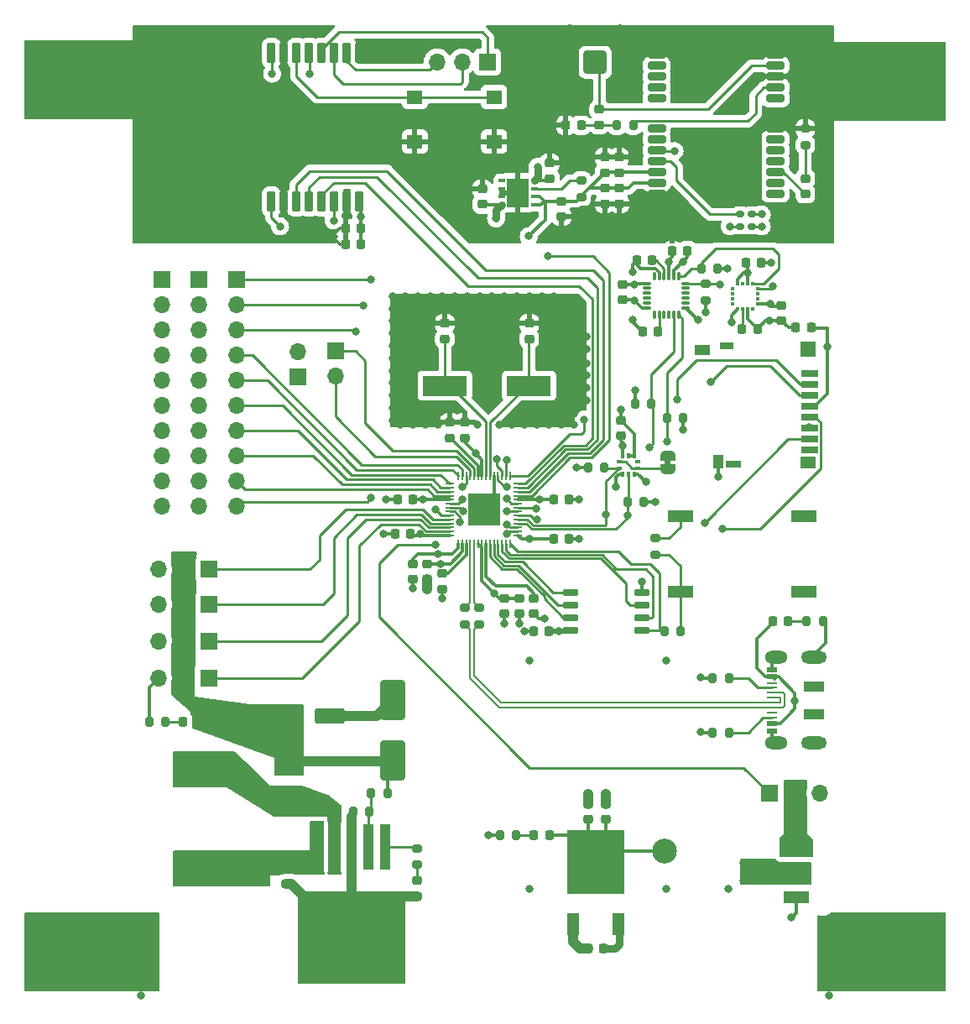
<source format=gbr>
%TF.GenerationSoftware,KiCad,Pcbnew,(6.0.7)*%
%TF.CreationDate,2023-04-27T13:47:55+08:00*%
%TF.ProjectId,Engineering 2023 UAV flight controller,456e6769-6e65-4657-9269-6e6720323032,1*%
%TF.SameCoordinates,Original*%
%TF.FileFunction,Copper,L1,Top*%
%TF.FilePolarity,Positive*%
%FSLAX46Y46*%
G04 Gerber Fmt 4.6, Leading zero omitted, Abs format (unit mm)*
G04 Created by KiCad (PCBNEW (6.0.7)) date 2023-04-27 13:47:55*
%MOMM*%
%LPD*%
G01*
G04 APERTURE LIST*
G04 Aperture macros list*
%AMRoundRect*
0 Rectangle with rounded corners*
0 $1 Rounding radius*
0 $2 $3 $4 $5 $6 $7 $8 $9 X,Y pos of 4 corners*
0 Add a 4 corners polygon primitive as box body*
4,1,4,$2,$3,$4,$5,$6,$7,$8,$9,$2,$3,0*
0 Add four circle primitives for the rounded corners*
1,1,$1+$1,$2,$3*
1,1,$1+$1,$4,$5*
1,1,$1+$1,$6,$7*
1,1,$1+$1,$8,$9*
0 Add four rect primitives between the rounded corners*
20,1,$1+$1,$2,$3,$4,$5,0*
20,1,$1+$1,$4,$5,$6,$7,0*
20,1,$1+$1,$6,$7,$8,$9,0*
20,1,$1+$1,$8,$9,$2,$3,0*%
%AMFreePoly0*
4,1,22,0.500000,-0.750000,0.000000,-0.750000,0.000000,-0.745033,-0.079941,-0.743568,-0.215256,-0.701293,-0.333266,-0.622738,-0.424486,-0.514219,-0.481581,-0.384460,-0.499164,-0.250000,-0.500000,-0.250000,-0.500000,0.250000,-0.499164,0.250000,-0.499963,0.256109,-0.478152,0.396186,-0.417904,0.524511,-0.324060,0.630769,-0.204165,0.706417,-0.067858,0.745374,0.000000,0.744959,0.000000,0.750000,
0.500000,0.750000,0.500000,-0.750000,0.500000,-0.750000,$1*%
%AMFreePoly1*
4,1,20,0.000000,0.744959,0.073905,0.744508,0.209726,0.703889,0.328688,0.626782,0.421226,0.519385,0.479903,0.390333,0.500000,0.250000,0.500000,-0.250000,0.499851,-0.262216,0.476331,-0.402017,0.414519,-0.529596,0.319384,-0.634700,0.198574,-0.708877,0.061801,-0.746166,0.000000,-0.745033,0.000000,-0.750000,-0.500000,-0.750000,-0.500000,0.750000,0.000000,0.750000,0.000000,0.744959,
0.000000,0.744959,$1*%
G04 Aperture macros list end*
%TA.AperFunction,SMDPad,CuDef*%
%ADD10RoundRect,0.100000X-0.175000X-0.100000X0.175000X-0.100000X0.175000X0.100000X-0.175000X0.100000X0*%
%TD*%
%TA.AperFunction,SMDPad,CuDef*%
%ADD11RoundRect,0.100000X-0.100000X-0.175000X0.100000X-0.175000X0.100000X0.175000X-0.100000X0.175000X0*%
%TD*%
%TA.AperFunction,SMDPad,CuDef*%
%ADD12RoundRect,0.200000X-0.200000X-0.275000X0.200000X-0.275000X0.200000X0.275000X-0.200000X0.275000X0*%
%TD*%
%TA.AperFunction,SMDPad,CuDef*%
%ADD13RoundRect,0.200000X0.275000X-0.200000X0.275000X0.200000X-0.275000X0.200000X-0.275000X-0.200000X0*%
%TD*%
%TA.AperFunction,SMDPad,CuDef*%
%ADD14RoundRect,0.160000X0.222500X0.160000X-0.222500X0.160000X-0.222500X-0.160000X0.222500X-0.160000X0*%
%TD*%
%TA.AperFunction,SMDPad,CuDef*%
%ADD15RoundRect,0.225000X-0.225000X0.775000X-0.225000X-0.775000X0.225000X-0.775000X0.225000X0.775000X0*%
%TD*%
%TA.AperFunction,SMDPad,CuDef*%
%ADD16RoundRect,0.225000X-0.250000X0.225000X-0.250000X-0.225000X0.250000X-0.225000X0.250000X0.225000X0*%
%TD*%
%TA.AperFunction,SMDPad,CuDef*%
%ADD17RoundRect,0.225000X0.250000X-0.225000X0.250000X0.225000X-0.250000X0.225000X-0.250000X-0.225000X0*%
%TD*%
%TA.AperFunction,SMDPad,CuDef*%
%ADD18R,1.750000X0.700000*%
%TD*%
%TA.AperFunction,SMDPad,CuDef*%
%ADD19R,1.000000X1.450000*%
%TD*%
%TA.AperFunction,SMDPad,CuDef*%
%ADD20R,1.550000X1.000000*%
%TD*%
%TA.AperFunction,SMDPad,CuDef*%
%ADD21R,1.500000X0.800000*%
%TD*%
%TA.AperFunction,SMDPad,CuDef*%
%ADD22R,1.500000X1.300000*%
%TD*%
%TA.AperFunction,SMDPad,CuDef*%
%ADD23R,1.400000X0.800000*%
%TD*%
%TA.AperFunction,SMDPad,CuDef*%
%ADD24R,1.500000X1.500000*%
%TD*%
%TA.AperFunction,ComponentPad*%
%ADD25R,1.700000X1.700000*%
%TD*%
%TA.AperFunction,ComponentPad*%
%ADD26O,1.700000X1.700000*%
%TD*%
%TA.AperFunction,SMDPad,CuDef*%
%ADD27R,1.100000X4.600000*%
%TD*%
%TA.AperFunction,SMDPad,CuDef*%
%ADD28R,10.800000X9.400000*%
%TD*%
%TA.AperFunction,SMDPad,CuDef*%
%ADD29RoundRect,0.225000X-0.225000X-0.250000X0.225000X-0.250000X0.225000X0.250000X-0.225000X0.250000X0*%
%TD*%
%TA.AperFunction,SMDPad,CuDef*%
%ADD30RoundRect,0.218750X-0.218750X-0.256250X0.218750X-0.256250X0.218750X0.256250X-0.218750X0.256250X0*%
%TD*%
%TA.AperFunction,SMDPad,CuDef*%
%ADD31RoundRect,0.225000X0.225000X0.250000X-0.225000X0.250000X-0.225000X-0.250000X0.225000X-0.250000X0*%
%TD*%
%TA.AperFunction,SMDPad,CuDef*%
%ADD32R,1.200000X2.200000*%
%TD*%
%TA.AperFunction,SMDPad,CuDef*%
%ADD33R,5.800000X6.400000*%
%TD*%
%TA.AperFunction,SMDPad,CuDef*%
%ADD34RoundRect,0.150000X0.650000X0.150000X-0.650000X0.150000X-0.650000X-0.150000X0.650000X-0.150000X0*%
%TD*%
%TA.AperFunction,SMDPad,CuDef*%
%ADD35RoundRect,0.200000X0.200000X0.275000X-0.200000X0.275000X-0.200000X-0.275000X0.200000X-0.275000X0*%
%TD*%
%TA.AperFunction,SMDPad,CuDef*%
%ADD36RoundRect,0.075000X0.350000X0.075000X-0.350000X0.075000X-0.350000X-0.075000X0.350000X-0.075000X0*%
%TD*%
%TA.AperFunction,SMDPad,CuDef*%
%ADD37RoundRect,0.075000X-0.075000X0.350000X-0.075000X-0.350000X0.075000X-0.350000X0.075000X0.350000X0*%
%TD*%
%TA.AperFunction,ComponentPad*%
%ADD38C,0.800000*%
%TD*%
%TA.AperFunction,ComponentPad*%
%ADD39C,6.400000*%
%TD*%
%TA.AperFunction,SMDPad,CuDef*%
%ADD40RoundRect,0.218750X0.256250X-0.218750X0.256250X0.218750X-0.256250X0.218750X-0.256250X-0.218750X0*%
%TD*%
%TA.AperFunction,SMDPad,CuDef*%
%ADD41R,1.600000X1.400000*%
%TD*%
%TA.AperFunction,SMDPad,CuDef*%
%ADD42FreePoly0,90.000000*%
%TD*%
%TA.AperFunction,SMDPad,CuDef*%
%ADD43FreePoly1,90.000000*%
%TD*%
%TA.AperFunction,SMDPad,CuDef*%
%ADD44RoundRect,0.200000X0.700000X0.200000X-0.700000X0.200000X-0.700000X-0.200000X0.700000X-0.200000X0*%
%TD*%
%TA.AperFunction,SMDPad,CuDef*%
%ADD45RoundRect,0.100000X-0.225000X-0.100000X0.225000X-0.100000X0.225000X0.100000X-0.225000X0.100000X0*%
%TD*%
%TA.AperFunction,SMDPad,CuDef*%
%ADD46R,2.200000X3.000000*%
%TD*%
%TA.AperFunction,SMDPad,CuDef*%
%ADD47R,5.400000X2.900000*%
%TD*%
%TA.AperFunction,SMDPad,CuDef*%
%ADD48R,2.500000X1.200000*%
%TD*%
%TA.AperFunction,SMDPad,CuDef*%
%ADD49R,1.800000X2.500000*%
%TD*%
%TA.AperFunction,SMDPad,CuDef*%
%ADD50C,2.500000*%
%TD*%
%TA.AperFunction,SMDPad,CuDef*%
%ADD51RoundRect,0.250000X1.000000X-1.750000X1.000000X1.750000X-1.000000X1.750000X-1.000000X-1.750000X0*%
%TD*%
%TA.AperFunction,SMDPad,CuDef*%
%ADD52R,2.000000X1.000000*%
%TD*%
%TA.AperFunction,SMDPad,CuDef*%
%ADD53R,1.000000X0.520000*%
%TD*%
%TA.AperFunction,SMDPad,CuDef*%
%ADD54R,1.000000X0.270000*%
%TD*%
%TA.AperFunction,ComponentPad*%
%ADD55O,2.300000X1.300000*%
%TD*%
%TA.AperFunction,ComponentPad*%
%ADD56O,2.600000X1.300000*%
%TD*%
%TA.AperFunction,SMDPad,CuDef*%
%ADD57RoundRect,0.218750X-0.256250X0.218750X-0.256250X-0.218750X0.256250X-0.218750X0.256250X0.218750X0*%
%TD*%
%TA.AperFunction,SMDPad,CuDef*%
%ADD58RoundRect,0.050000X0.387500X0.050000X-0.387500X0.050000X-0.387500X-0.050000X0.387500X-0.050000X0*%
%TD*%
%TA.AperFunction,SMDPad,CuDef*%
%ADD59RoundRect,0.050000X0.050000X0.387500X-0.050000X0.387500X-0.050000X-0.387500X0.050000X-0.387500X0*%
%TD*%
%TA.AperFunction,SMDPad,CuDef*%
%ADD60R,3.200000X3.200000*%
%TD*%
%TA.AperFunction,SMDPad,CuDef*%
%ADD61R,0.304800X0.457200*%
%TD*%
%TA.AperFunction,SMDPad,CuDef*%
%ADD62R,0.457200X0.304800*%
%TD*%
%TA.AperFunction,SMDPad,CuDef*%
%ADD63R,2.500000X1.250000*%
%TD*%
%TA.AperFunction,SMDPad,CuDef*%
%ADD64R,4.500000X2.000000*%
%TD*%
%TA.AperFunction,SMDPad,CuDef*%
%ADD65RoundRect,0.200000X-0.275000X0.200000X-0.275000X-0.200000X0.275000X-0.200000X0.275000X0.200000X0*%
%TD*%
%TA.AperFunction,SMDPad,CuDef*%
%ADD66RoundRect,0.250000X-1.250000X-0.550000X1.250000X-0.550000X1.250000X0.550000X-1.250000X0.550000X0*%
%TD*%
%TA.AperFunction,SMDPad,CuDef*%
%ADD67RoundRect,0.218750X0.218750X0.256250X-0.218750X0.256250X-0.218750X-0.256250X0.218750X-0.256250X0*%
%TD*%
%TA.AperFunction,ComponentPad*%
%ADD68RoundRect,0.200100X0.949900X0.949900X-0.949900X0.949900X-0.949900X-0.949900X0.949900X-0.949900X0*%
%TD*%
%TA.AperFunction,ComponentPad*%
%ADD69C,2.500000*%
%TD*%
%TA.AperFunction,ViaPad*%
%ADD70C,0.800000*%
%TD*%
%TA.AperFunction,Conductor*%
%ADD71C,0.250000*%
%TD*%
%TA.AperFunction,Conductor*%
%ADD72C,0.300000*%
%TD*%
%TA.AperFunction,Conductor*%
%ADD73C,1.000000*%
%TD*%
%TA.AperFunction,Conductor*%
%ADD74C,0.500000*%
%TD*%
%TA.AperFunction,Conductor*%
%ADD75C,0.200000*%
%TD*%
%TA.AperFunction,Conductor*%
%ADD76C,0.750000*%
%TD*%
G04 APERTURE END LIST*
%TO.C,JP1*%
G36*
X170825000Y-86875000D02*
G01*
X170225000Y-86875000D01*
X170225000Y-86375000D01*
X170825000Y-86375000D01*
X170825000Y-86875000D01*
G37*
%TD*%
D10*
%TO.P,U5,1,VDDio*%
%TO.N,/~{CS}*%
X165600000Y-86575000D03*
%TO.P,U5,2,SCL/SCLK*%
%TO.N,/IMU_SCL*%
X165600000Y-87175000D03*
D11*
%TO.P,U5,3,GND*%
%TO.N,GND*%
X165925000Y-87800000D03*
%TO.P,U5,4,SDA/MOSI*%
%TO.N,/IMU_SDA*%
X166525000Y-87800000D03*
%TO.P,U5,5,SA0/MISO*%
%TO.N,GND*%
X167125000Y-87800000D03*
D10*
%TO.P,U5,6,~{CS}*%
%TO.N,/~{CS}*%
X167450000Y-87175000D03*
%TO.P,U5,7,INT_DRDY*%
%TO.N,/LPS_INT_DRDY*%
X167450000Y-86575000D03*
D11*
%TO.P,U5,8,GND*%
%TO.N,GND*%
X167125000Y-85950000D03*
%TO.P,U5,9,GND*%
X166525000Y-85950000D03*
%TO.P,U5,10,VDD*%
%TO.N,/3.3v rail*%
X165925000Y-85950000D03*
%TD*%
D12*
%TO.P,R3,1*%
%TO.N,GND*%
X175050000Y-113850000D03*
%TO.P,R3,2*%
%TO.N,/CC1*%
X176700000Y-113850000D03*
%TD*%
D13*
%TO.P,R16,1*%
%TO.N,/led_red_2*%
X184400000Y-54575000D03*
%TO.P,R16,2*%
%TO.N,GND*%
X184400000Y-52925000D03*
%TD*%
D14*
%TO.P,FB1,1*%
%TO.N,/NEO_TXD*%
X178972500Y-62800000D03*
%TO.P,FB1,2*%
%TO.N,/NEO_FB_TXD*%
X177827500Y-62800000D03*
%TD*%
D15*
%TO.P,U8,1,VCC*%
%TO.N,/3.3v rail*%
X139410000Y-60300000D03*
%TO.P,U8,2,GND*%
%TO.N,GND*%
X138140000Y-60300000D03*
%TO.P,U8,3,MISO_TX*%
%TO.N,/LORA_MISO*%
X136870000Y-60300000D03*
%TO.P,U8,4,MOSI_RX*%
%TO.N,/LORA_MOSI*%
X135600000Y-60300000D03*
%TO.P,U8,5,SCK_RTSN*%
%TO.N,/LORA SCK*%
X134330000Y-60300000D03*
%TO.P,U8,6,NSS_CTS*%
%TO.N,/LORA_~{SS}*%
X133060000Y-60300000D03*
%TO.P,U8,7,GND*%
%TO.N,GND*%
X131790000Y-60300000D03*
%TO.P,U8,8,RX_EN*%
%TO.N,/LORA_RX_EN*%
X130520000Y-60300000D03*
%TO.P,U8,9,TX_EN*%
%TO.N,/LORA_TX_EN*%
X130520000Y-45300000D03*
%TO.P,U8,10,GND*%
%TO.N,GND*%
X131790000Y-45300000D03*
%TO.P,U8,11,NRESET*%
%TO.N,/LORA_~{RESET}*%
X133060000Y-45300000D03*
%TO.P,U8,12,BUSY*%
%TO.N,/LORA_BUSY*%
X134330000Y-45300000D03*
%TO.P,U8,13,DIO1*%
%TO.N,/DIO1*%
X135600000Y-45300000D03*
%TO.P,U8,14,DIO2*%
%TO.N,/DIO2*%
X136870000Y-45300000D03*
%TO.P,U8,15,DIO3*%
%TO.N,/DIO3*%
X138140000Y-45300000D03*
%TO.P,U8,16,GND*%
%TO.N,GND*%
X139410000Y-45300000D03*
%TD*%
D16*
%TO.P,C21,1*%
%TO.N,GND*%
X165775000Y-82350000D03*
%TO.P,C21,2*%
%TO.N,/3.3v rail*%
X165775000Y-83900000D03*
%TD*%
D17*
%TO.P,C23,1*%
%TO.N,/NEO 3.3v rail*%
X165600000Y-57375000D03*
%TO.P,C23,2*%
%TO.N,GND*%
X165600000Y-55825000D03*
%TD*%
D18*
%TO.P,J1,1,DAT2*%
%TO.N,unconnected-(J1-Pad1)*%
X184825000Y-77680000D03*
%TO.P,J1,2,DAT3/CD*%
%TO.N,/microSD_CS*%
X184825000Y-78780000D03*
%TO.P,J1,3,CMD*%
%TO.N,/microSD_MOSI*%
X184825000Y-79880000D03*
%TO.P,J1,4,VDD*%
%TO.N,/3.3v rail*%
X184825000Y-80980000D03*
%TO.P,J1,5,CLK*%
%TO.N,/microSD_CLK*%
X184825000Y-82080000D03*
%TO.P,J1,6,VSS*%
%TO.N,GND*%
X184825000Y-83180000D03*
%TO.P,J1,7,DAT0*%
%TO.N,/microSD_MISO*%
X184825000Y-84280000D03*
%TO.P,J1,8,DAT1*%
%TO.N,unconnected-(J1-Pad8)*%
X184825000Y-85380000D03*
D19*
%TO.P,J1,9,SHIELD*%
%TO.N,GND*%
X175600000Y-86505000D03*
D20*
%TO.P,J1,10*%
%TO.N,N/C*%
X174025000Y-75280000D03*
D21*
%TO.P,J1,11*%
X177100000Y-86830000D03*
D22*
X184700000Y-86580000D03*
D23*
X176450000Y-74880000D03*
D24*
X184700000Y-75230000D03*
%TD*%
D25*
%TO.P,M3,1,PWM*%
%TO.N,/Elevator Left PWM*%
X124200000Y-104650000D03*
D26*
%TO.P,M3,2,+*%
%TO.N,/Servo 6V rail*%
X121660000Y-104650000D03*
%TO.P,M3,3,-*%
%TO.N,GND*%
X119120000Y-104650000D03*
%TD*%
D27*
%TO.P,IC1,1,COMP*%
%TO.N,Net-(IC1-Pad1)*%
X142000000Y-125400000D03*
%TO.P,IC1,2,FEEDBACK*%
%TO.N,/FEEDBACK*%
X140300000Y-125400000D03*
%TO.P,IC1,3,GND_1*%
%TO.N,GND*%
X138600000Y-125400000D03*
D28*
X138600000Y-134550000D03*
D27*
%TO.P,IC1,4,SWITCH*%
%TO.N,/L-D*%
X136900000Y-125400000D03*
%TO.P,IC1,5,VIN*%
%TO.N,/reg in*%
X135200000Y-125400000D03*
%TD*%
D25*
%TO.P,J8,1,Pin_1*%
%TO.N,/SWCLK*%
X137000000Y-75400000D03*
D26*
%TO.P,J8,2,Pin_2*%
%TO.N,/SWD*%
X137000000Y-77940000D03*
%TD*%
D29*
%TO.P,C17,1*%
%TO.N,/3.3v rail*%
X159025000Y-94350000D03*
%TO.P,C17,2*%
%TO.N,GND*%
X160575000Y-94350000D03*
%TD*%
D25*
%TO.P,J6,1,Pin_1*%
%TO.N,/External_pin_1*%
X127000000Y-68175000D03*
D26*
%TO.P,J6,2,Pin_2*%
%TO.N,/External_pin_2*%
X127000000Y-70715000D03*
%TO.P,J6,3,Pin_3*%
%TO.N,/External_pin_3*%
X127000000Y-73255000D03*
%TO.P,J6,4,Pin_4*%
%TO.N,/External_pin_4*%
X127000000Y-75795000D03*
%TO.P,J6,5,Pin_5*%
%TO.N,/External_pin_5*%
X127000000Y-78335000D03*
%TO.P,J6,6,Pin_6*%
%TO.N,/External_pin_6*%
X127000000Y-80875000D03*
%TO.P,J6,7,Pin_7*%
%TO.N,/External_pin_7*%
X127000000Y-83415000D03*
%TO.P,J6,8,Pin_8*%
%TO.N,/External_pin_8*%
X127000000Y-85955000D03*
%TO.P,J6,9,Pin_9*%
%TO.N,/External_pin_9*%
X127000000Y-88495000D03*
%TO.P,J6,10,Pin_10*%
%TO.N,/External_pin_10*%
X127000000Y-91035000D03*
%TD*%
D30*
%TO.P,D2,1,K*%
%TO.N,/led_green*%
X157012500Y-124200000D03*
%TO.P,D2,2,A*%
%TO.N,/3.3v rail*%
X158587500Y-124200000D03*
%TD*%
D17*
%TO.P,C11,1*%
%TO.N,/1.1V internal rp2040 reg*%
X148550000Y-84125000D03*
%TO.P,C11,2*%
%TO.N,GND*%
X148550000Y-82575000D03*
%TD*%
D31*
%TO.P,C31,1*%
%TO.N,/3.3v rail*%
X139575000Y-64600000D03*
%TO.P,C31,2*%
%TO.N,GND*%
X138025000Y-64600000D03*
%TD*%
D16*
%TO.P,C28,1*%
%TO.N,/NEO 3.3v rail*%
X165650000Y-58975000D03*
%TO.P,C28,2*%
%TO.N,GND*%
X165650000Y-60525000D03*
%TD*%
%TO.P,C40,1*%
%TO.N,/NEO 3.3v rail*%
X159800000Y-60250000D03*
%TO.P,C40,2*%
%TO.N,GND*%
X159800000Y-61800000D03*
%TD*%
D13*
%TO.P,R9,1*%
%TO.N,/USB_D_N*%
X150025000Y-102950000D03*
%TO.P,R9,2*%
%TO.N,/-*%
X150025000Y-101300000D03*
%TD*%
D32*
%TO.P,U2,1,GND*%
%TO.N,GND*%
X160995000Y-133225000D03*
D33*
%TO.P,U2,2,VO*%
%TO.N,/3.3v rail*%
X163275000Y-126925000D03*
D32*
%TO.P,U2,3,VI*%
%TO.N,/reg in*%
X165555000Y-133225000D03*
%TD*%
D34*
%TO.P,U1,1,~{CS}*%
%TO.N,/QSPI_SS*%
X167875000Y-103530000D03*
%TO.P,U1,2,DO(IO1)*%
%TO.N,/QSPI_SD1*%
X167875000Y-102260000D03*
%TO.P,U1,3,IO2*%
%TO.N,/QSPI_SD2*%
X167875000Y-100990000D03*
%TO.P,U1,4,GND*%
%TO.N,GND*%
X167875000Y-99720000D03*
%TO.P,U1,5,DI(IO0)*%
%TO.N,/QSPI_SD0*%
X160675000Y-99720000D03*
%TO.P,U1,6,CLK*%
%TO.N,/QSPI_SCLK*%
X160675000Y-100990000D03*
%TO.P,U1,7,IO3*%
%TO.N,/QSPI_SD3*%
X160675000Y-102260000D03*
%TO.P,U1,8,VCC*%
%TO.N,/3.3v rail*%
X160675000Y-103530000D03*
%TD*%
D35*
%TO.P,R2,1*%
%TO.N,/Servo 6V rail*%
X142225000Y-120000000D03*
%TO.P,R2,2*%
%TO.N,/FEEDBACK*%
X140575000Y-120000000D03*
%TD*%
D36*
%TO.P,U6,1,CLKIN*%
%TO.N,GND*%
X172350000Y-71050000D03*
%TO.P,U6,2,NC*%
%TO.N,unconnected-(U6-Pad2)*%
X172350000Y-70550000D03*
%TO.P,U6,3,NC*%
%TO.N,unconnected-(U6-Pad3)*%
X172350000Y-70050000D03*
%TO.P,U6,4,NC*%
%TO.N,unconnected-(U6-Pad4)*%
X172350000Y-69550000D03*
%TO.P,U6,5,NC*%
%TO.N,unconnected-(U6-Pad5)*%
X172350000Y-69050000D03*
%TO.P,U6,6,AUX_SDA*%
%TO.N,/IMU_AUX_SDA*%
X172350000Y-68550000D03*
D37*
%TO.P,U6,7,AUX_SCL*%
%TO.N,/IMU_AUX_SCL*%
X171650000Y-67850000D03*
%TO.P,U6,8,VDDIO*%
%TO.N,/3.3v rail*%
X171150000Y-67850000D03*
%TO.P,U6,9,AD0*%
%TO.N,GND*%
X170650000Y-67850000D03*
%TO.P,U6,10,REGOUT*%
%TO.N,/IMU_REGOUT*%
X170150000Y-67850000D03*
%TO.P,U6,11,FSYNC*%
%TO.N,GND*%
X169650000Y-67850000D03*
%TO.P,U6,12,INT*%
%TO.N,/IMU_INT*%
X169150000Y-67850000D03*
D36*
%TO.P,U6,13,VDD*%
%TO.N,/3.3v rail*%
X168450000Y-68550000D03*
%TO.P,U6,14,NC*%
%TO.N,unconnected-(U6-Pad14)*%
X168450000Y-69050000D03*
%TO.P,U6,15,NC*%
%TO.N,unconnected-(U6-Pad15)*%
X168450000Y-69550000D03*
%TO.P,U6,16,NC*%
%TO.N,unconnected-(U6-Pad16)*%
X168450000Y-70050000D03*
%TO.P,U6,17,NC*%
%TO.N,unconnected-(U6-Pad17)*%
X168450000Y-70550000D03*
%TO.P,U6,18,GND*%
%TO.N,GND*%
X168450000Y-71050000D03*
D37*
%TO.P,U6,19,NC*%
%TO.N,unconnected-(U6-Pad19)*%
X169150000Y-71750000D03*
%TO.P,U6,20,CPOUT*%
%TO.N,/IMU_CPOUT*%
X169650000Y-71750000D03*
%TO.P,U6,21,NC*%
%TO.N,unconnected-(U6-Pad21)*%
X170150000Y-71750000D03*
%TO.P,U6,22,NC*%
%TO.N,unconnected-(U6-Pad22)*%
X170650000Y-71750000D03*
%TO.P,U6,23,SCL*%
%TO.N,/IMU_SCL*%
X171150000Y-71750000D03*
%TO.P,U6,24,SDA*%
%TO.N,/IMU_SDA*%
X171650000Y-71750000D03*
%TD*%
D38*
%TO.P,H2,1,1*%
%TO.N,GND*%
X195897056Y-46302944D03*
X194200000Y-50400000D03*
X195897056Y-49697056D03*
X192502944Y-46302944D03*
X192502944Y-49697056D03*
X194200000Y-45600000D03*
D39*
X194200000Y-48000000D03*
D38*
X191800000Y-48000000D03*
X196600000Y-48000000D03*
%TD*%
D12*
%TO.P,R7,1*%
%TO.N,/led_green_2*%
X184550000Y-102600000D03*
%TO.P,R7,2*%
%TO.N,GND*%
X186200000Y-102600000D03*
%TD*%
D38*
%TO.P,H1,1,1*%
%TO.N,GND*%
X111097056Y-134302944D03*
X111800000Y-136000000D03*
X109400000Y-138400000D03*
X109400000Y-133600000D03*
X111097056Y-137697056D03*
D39*
X109400000Y-136000000D03*
D38*
X107702944Y-134302944D03*
X107000000Y-136000000D03*
X107702944Y-137697056D03*
%TD*%
D13*
%TO.P,R21,1*%
%TO.N,/NEO 3.3v rail*%
X161800000Y-59825000D03*
%TO.P,R21,2*%
%TO.N,/~{LDO_ERROR}*%
X161800000Y-58175000D03*
%TD*%
D25*
%TO.P,J7,1,Pin_1*%
%TO.N,GND*%
X119500000Y-68170000D03*
D26*
%TO.P,J7,2,Pin_2*%
X119500000Y-70710000D03*
%TO.P,J7,3,Pin_3*%
X119500000Y-73250000D03*
%TO.P,J7,4,Pin_4*%
X119500000Y-75790000D03*
%TO.P,J7,5,Pin_5*%
X119500000Y-78330000D03*
%TO.P,J7,6,Pin_6*%
X119500000Y-80870000D03*
%TO.P,J7,7,Pin_7*%
X119500000Y-83410000D03*
%TO.P,J7,8,Pin_8*%
X119500000Y-85950000D03*
%TO.P,J7,9,Pin_9*%
X119500000Y-88490000D03*
%TO.P,J7,10,Pin_10*%
X119500000Y-91030000D03*
%TD*%
D38*
%TO.P,H4,1,1*%
%TO.N,GND*%
X107702944Y-46302944D03*
X111097056Y-49697056D03*
X109400000Y-45600000D03*
D39*
X109400000Y-48000000D03*
D38*
X111800000Y-48000000D03*
X111097056Y-46302944D03*
X107000000Y-48000000D03*
X109400000Y-50400000D03*
X107702944Y-49697056D03*
%TD*%
D40*
%TO.P,L1,1,1*%
%TO.N,/phantom power*%
X163600000Y-52587500D03*
%TO.P,L1,2,2*%
%TO.N,/NEO_RF_IN*%
X163600000Y-51012500D03*
%TD*%
D17*
%TO.P,C22,1*%
%TO.N,GND*%
X165950000Y-70225000D03*
%TO.P,C22,2*%
%TO.N,/3.3v rail*%
X165950000Y-68675000D03*
%TD*%
D41*
%TO.P,SW3,1,1*%
%TO.N,/LORA_~{RESET}*%
X153000000Y-49750000D03*
X145000000Y-49750000D03*
%TO.P,SW3,2,2*%
%TO.N,GND*%
X145000000Y-54250000D03*
X153000000Y-54250000D03*
%TD*%
D35*
%TO.P,R11,1*%
%TO.N,Net-(D3-Pad1)*%
X119825000Y-112800000D03*
%TO.P,R11,2*%
%TO.N,GND*%
X118175000Y-112800000D03*
%TD*%
D25*
%TO.P,M1,1,PWM*%
%TO.N,/Aileron Left PWM*%
X124225000Y-97400000D03*
D26*
%TO.P,M1,2,+*%
%TO.N,/Servo 6V rail*%
X121685000Y-97400000D03*
%TO.P,M1,3,-*%
%TO.N,GND*%
X119145000Y-97400000D03*
%TD*%
D29*
%TO.P,C27,1*%
%TO.N,GND*%
X167975000Y-73450000D03*
%TO.P,C27,2*%
%TO.N,/IMU_CPOUT*%
X169525000Y-73450000D03*
%TD*%
D12*
%TO.P,R5,1*%
%TO.N,/QSPI_SS*%
X170200000Y-103625000D03*
%TO.P,R5,2*%
%TO.N,/sw_r*%
X171850000Y-103625000D03*
%TD*%
D42*
%TO.P,JP1,1,A*%
%TO.N,/~{CS}*%
X170525000Y-87275000D03*
D43*
%TO.P,JP1,2,B*%
%TO.N,/3.3v rail*%
X170525000Y-85975000D03*
%TD*%
D31*
%TO.P,C7,1*%
%TO.N,/3.3v rail*%
X158550000Y-103625000D03*
%TO.P,C7,2*%
%TO.N,GND*%
X157000000Y-103625000D03*
%TD*%
D16*
%TO.P,C9,1*%
%TO.N,GND*%
X148025000Y-72600000D03*
%TO.P,C9,2*%
%TO.N,/XOUT*%
X148025000Y-74150000D03*
%TD*%
D35*
%TO.P,R19,1*%
%TO.N,/3.3v rail*%
X168100000Y-90625000D03*
%TO.P,R19,2*%
%TO.N,/IMU_SDA*%
X166450000Y-90625000D03*
%TD*%
D25*
%TO.P,M4,1,PWM*%
%TO.N,/Elevator Right PWM*%
X124200000Y-108400000D03*
D26*
%TO.P,M4,2,+*%
%TO.N,/Servo 6V rail*%
X121660000Y-108400000D03*
%TO.P,M4,3,-*%
%TO.N,GND*%
X119120000Y-108400000D03*
%TD*%
D14*
%TO.P,FB2,1*%
%TO.N,/NEO_RXD*%
X178972500Y-61600000D03*
%TO.P,FB2,2*%
%TO.N,/NEO_FB_RXD*%
X177827500Y-61600000D03*
%TD*%
D44*
%TO.P,U9,1,~{SAFEBOOT}*%
%TO.N,unconnected-(U9-Pad1)*%
X181400000Y-59500000D03*
%TO.P,U9,2,D_SEL*%
%TO.N,unconnected-(U9-Pad2)*%
X181400000Y-58400000D03*
%TO.P,U9,3,TIMEPULSE*%
%TO.N,/NEO_TIMEPULSE*%
X181400000Y-57300000D03*
%TO.P,U9,4,EXTINT*%
%TO.N,unconnected-(U9-Pad4)*%
X181400000Y-56200000D03*
%TO.P,U9,5,USB_DM*%
%TO.N,unconnected-(U9-Pad5)*%
X181400000Y-55100000D03*
%TO.P,U9,6,USB_DP*%
%TO.N,unconnected-(U9-Pad6)*%
X181400000Y-54000000D03*
%TO.P,U9,7,VDD_USB*%
%TO.N,GND*%
X181400000Y-52900000D03*
%TO.P,U9,8,~{RESET}*%
%TO.N,/NEO_~{RESET}*%
X181400000Y-49900000D03*
%TO.P,U9,9,VCC_RF*%
%TO.N,/NEO_VCC_RF*%
X181400000Y-48800000D03*
%TO.P,U9,10,GND*%
%TO.N,GND*%
X181400000Y-47700000D03*
%TO.P,U9,11,RF_IN*%
%TO.N,/NEO_RF_IN*%
X181400000Y-46600000D03*
%TO.P,U9,12,GND*%
%TO.N,GND*%
X181400000Y-45500000D03*
%TO.P,U9,13,GND*%
X169400000Y-45500000D03*
%TO.P,U9,14,LNA_EN*%
%TO.N,unconnected-(U9-Pad14)*%
X169400000Y-46600000D03*
%TO.P,U9,15,RESERVED*%
%TO.N,unconnected-(U9-Pad15)*%
X169400000Y-47700000D03*
%TO.P,U9,16,RESERVED*%
%TO.N,unconnected-(U9-Pad16)*%
X169400000Y-48800000D03*
%TO.P,U9,17,RESERVED*%
%TO.N,unconnected-(U9-Pad17)*%
X169400000Y-49900000D03*
%TO.P,U9,18,SDA/~{SPI_CS}*%
%TO.N,unconnected-(U9-Pad18)*%
X169400000Y-52900000D03*
%TO.P,U9,19,SCL/SPI_CLK*%
%TO.N,unconnected-(U9-Pad19)*%
X169400000Y-54000000D03*
%TO.P,U9,20,TXD/SPI_MISO*%
%TO.N,/NEO_FB_TXD*%
X169400000Y-55100000D03*
%TO.P,U9,21,RXD/SPI_MOSI*%
%TO.N,/NEO_FB_RXD*%
X169400000Y-56200000D03*
%TO.P,U9,22,V_BCKP*%
%TO.N,/NEO 3.3v rail*%
X169400000Y-57300000D03*
%TO.P,U9,23,VCC*%
X169400000Y-58400000D03*
%TO.P,U9,24,GND*%
%TO.N,GND*%
X169400000Y-59500000D03*
%TD*%
D25*
%TO.P,J2,1,Pin_1*%
%TO.N,/ESC PWM*%
X180800000Y-120000000D03*
D26*
%TO.P,J2,2,Pin_2*%
%TO.N,/ESC positive rail*%
X183340000Y-120000000D03*
%TO.P,J2,3,Pin_3*%
%TO.N,GND*%
X185880000Y-120000000D03*
%TD*%
D17*
%TO.P,C39,1*%
%TO.N,/reg in*%
X151800000Y-60575000D03*
%TO.P,C39,2*%
%TO.N,GND*%
X151800000Y-59025000D03*
%TD*%
%TO.P,C19,1*%
%TO.N,/3.3v rail*%
X150025000Y-84125000D03*
%TO.P,C19,2*%
%TO.N,GND*%
X150025000Y-82575000D03*
%TD*%
D29*
%TO.P,C25,1*%
%TO.N,GND*%
X167375000Y-66250000D03*
%TO.P,C25,2*%
%TO.N,/IMU_REGOUT*%
X168925000Y-66250000D03*
%TD*%
D45*
%TO.P,U3,1,NC*%
%TO.N,unconnected-(U3-Pad1)*%
X153750000Y-58200000D03*
%TO.P,U3,2,DELAY*%
%TO.N,GND*%
X153750000Y-59000000D03*
%TO.P,U3,3,GND*%
X153750000Y-59800000D03*
%TO.P,U3,4,IN*%
%TO.N,/reg in*%
X153750000Y-60600000D03*
%TO.P,U3,5,OUT*%
%TO.N,/NEO 3.3v rail*%
X157050000Y-60600000D03*
%TO.P,U3,6,SENSE*%
X157050000Y-59800000D03*
%TO.P,U3,7,~{ERROR}*%
%TO.N,/~{LDO_ERROR}*%
X157050000Y-59000000D03*
%TO.P,U3,8,~{SHTD}*%
%TO.N,/reg in*%
X157050000Y-58200000D03*
D46*
%TO.P,U3,9,GND*%
%TO.N,GND*%
X155400000Y-59400000D03*
%TD*%
D47*
%TO.P,L2,1,1*%
%TO.N,/reg in*%
X123800000Y-127525000D03*
%TO.P,L2,2,2*%
%TO.N,/L-D*%
X123800000Y-117625000D03*
%TD*%
D16*
%TO.P,C37,1*%
%TO.N,/3.3v rail*%
X154050000Y-100325000D03*
%TO.P,C37,2*%
%TO.N,GND*%
X154050000Y-101875000D03*
%TD*%
%TO.P,C5,1*%
%TO.N,Net-(C5-Pad1)*%
X145200000Y-128800000D03*
%TO.P,C5,2*%
%TO.N,GND*%
X145200000Y-130350000D03*
%TD*%
D31*
%TO.P,C36,1*%
%TO.N,GND*%
X179925000Y-66450000D03*
%TO.P,C36,2*%
%TO.N,/3.3v rail*%
X178375000Y-66450000D03*
%TD*%
D48*
%TO.P,SW2,1,1*%
%TO.N,GND*%
X184275000Y-92065000D03*
%TO.P,SW2,2,2*%
%TO.N,/sw_led*%
X171775000Y-92065000D03*
%TO.P,SW2,3,3*%
%TO.N,/3.3v rail*%
X184275000Y-99685000D03*
%TO.P,SW2,4,4*%
%TO.N,/sw_r*%
X171775000Y-99685000D03*
%TD*%
D13*
%TO.P,R6,1*%
%TO.N,/sw_r*%
X169300000Y-95925000D03*
%TO.P,R6,2*%
%TO.N,/sw_led*%
X169300000Y-94275000D03*
%TD*%
D35*
%TO.P,R20,1*%
%TO.N,/FEEDBACK*%
X140425000Y-121800000D03*
%TO.P,R20,2*%
%TO.N,GND*%
X138775000Y-121800000D03*
%TD*%
D17*
%TO.P,C4,1*%
%TO.N,/3.3v rail*%
X164275000Y-122600000D03*
%TO.P,C4,2*%
%TO.N,GND*%
X164275000Y-121050000D03*
%TD*%
D35*
%TO.P,R13,1*%
%TO.N,/IMU_SCL*%
X168875000Y-80700000D03*
%TO.P,R13,2*%
%TO.N,/3.3v rail*%
X167225000Y-80700000D03*
%TD*%
D30*
%TO.P,D3,1,K*%
%TO.N,Net-(D3-Pad1)*%
X121612500Y-112800000D03*
%TO.P,D3,2,A*%
%TO.N,/Servo 6V rail*%
X123187500Y-112800000D03*
%TD*%
D16*
%TO.P,C8,1*%
%TO.N,GND*%
X156550000Y-72600000D03*
%TO.P,C8,2*%
%TO.N,/XIN*%
X156550000Y-74150000D03*
%TD*%
D49*
%TO.P,D5,1,K*%
%TO.N,/Servo 6V rail*%
X132200000Y-116775000D03*
%TO.P,D5,2,A*%
%TO.N,/L-D*%
X132200000Y-120775000D03*
%TD*%
D31*
%TO.P,C1,1*%
%TO.N,/reg in*%
X164050000Y-135625000D03*
%TO.P,C1,2*%
%TO.N,GND*%
X162500000Y-135625000D03*
%TD*%
D50*
%TO.P,TP1,1,1*%
%TO.N,/Servo 6V rail*%
X127800000Y-113000000D03*
%TD*%
D16*
%TO.P,C26,1*%
%TO.N,/NEO 3.3v rail*%
X164150000Y-58975000D03*
%TO.P,C26,2*%
%TO.N,GND*%
X164150000Y-60525000D03*
%TD*%
D51*
%TO.P,C6,1*%
%TO.N,/Servo 6V rail*%
X142800000Y-116650000D03*
%TO.P,C6,2*%
%TO.N,GND*%
X142800000Y-110550000D03*
%TD*%
D17*
%TO.P,C3,1*%
%TO.N,/3.3v rail*%
X162475000Y-122600000D03*
%TO.P,C3,2*%
%TO.N,GND*%
X162475000Y-121050000D03*
%TD*%
D25*
%TO.P,M2,1,PWM*%
%TO.N,/Aileron Right PWM*%
X124225000Y-100900000D03*
D26*
%TO.P,M2,2,+*%
%TO.N,/Servo 6V rail*%
X121685000Y-100900000D03*
%TO.P,M2,3,-*%
%TO.N,GND*%
X119145000Y-100900000D03*
%TD*%
D16*
%TO.P,C20,1*%
%TO.N,/3.3v rail*%
X144775000Y-96825000D03*
%TO.P,C20,2*%
%TO.N,GND*%
X144775000Y-98375000D03*
%TD*%
%TO.P,C10,1*%
%TO.N,/1.1V internal rp2040 reg*%
X157025000Y-100325000D03*
%TO.P,C10,2*%
%TO.N,GND*%
X157025000Y-101875000D03*
%TD*%
D12*
%TO.P,R12,1*%
%TO.N,/IMU_SDA*%
X170425000Y-82100000D03*
%TO.P,R12,2*%
%TO.N,/3.3v rail*%
X172075000Y-82100000D03*
%TD*%
D31*
%TO.P,C16,1*%
%TO.N,/3.3v rail*%
X144825000Y-90375000D03*
%TO.P,C16,2*%
%TO.N,GND*%
X143275000Y-90375000D03*
%TD*%
D38*
%TO.P,H3,1,1*%
%TO.N,GND*%
X195897056Y-137697056D03*
X192502944Y-134302944D03*
X195897056Y-134302944D03*
X194200000Y-133600000D03*
X196600000Y-136000000D03*
D39*
X194200000Y-136000000D03*
D38*
X191800000Y-136000000D03*
X192502944Y-137697056D03*
X194200000Y-138400000D03*
%TD*%
D16*
%TO.P,C13,1*%
%TO.N,/3.3v rail*%
X155525000Y-100325000D03*
%TO.P,C13,2*%
%TO.N,GND*%
X155525000Y-101875000D03*
%TD*%
D31*
%TO.P,C35,1*%
%TO.N,/phantom power*%
X161775000Y-52600000D03*
%TO.P,C35,2*%
%TO.N,GND*%
X160225000Y-52600000D03*
%TD*%
D29*
%TO.P,C24,1*%
%TO.N,GND*%
X170975000Y-65250000D03*
%TO.P,C24,2*%
%TO.N,/3.3v rail*%
X172525000Y-65250000D03*
%TD*%
D25*
%TO.P,J9,1,Pin_1*%
%TO.N,/RUN*%
X133200000Y-78000000D03*
D26*
%TO.P,J9,2,Pin_2*%
%TO.N,GND*%
X133200000Y-75460000D03*
%TD*%
D31*
%TO.P,C30,1*%
%TO.N,/3.3v rail*%
X139575000Y-63000000D03*
%TO.P,C30,2*%
%TO.N,GND*%
X138025000Y-63000000D03*
%TD*%
%TO.P,C15,1*%
%TO.N,/3.3v rail*%
X144575000Y-93850000D03*
%TO.P,C15,2*%
%TO.N,GND*%
X143025000Y-93850000D03*
%TD*%
D16*
%TO.P,C12,1*%
%TO.N,/1.1V internal rp2040 reg*%
X147775000Y-97825000D03*
%TO.P,C12,2*%
%TO.N,GND*%
X147775000Y-99375000D03*
%TD*%
D35*
%TO.P,R17,1*%
%TO.N,/NEO_VCC_RF*%
X167025000Y-52600000D03*
%TO.P,R17,2*%
%TO.N,/phantom power*%
X165375000Y-52600000D03*
%TD*%
D13*
%TO.P,R8,1*%
%TO.N,/USB_D_P*%
X151525000Y-102950000D03*
%TO.P,R8,2*%
%TO.N,/+*%
X151525000Y-101300000D03*
%TD*%
D52*
%TO.P,J3,*%
%TO.N,*%
X185275000Y-112000000D03*
X185275000Y-109200000D03*
D53*
%TO.P,J3,A1,GND*%
%TO.N,GND*%
X181075000Y-113700000D03*
%TO.P,J3,A4,VBUS*%
%TO.N,/USB_C positive rail*%
X181075000Y-112950000D03*
D54*
%TO.P,J3,A5,CC1*%
%TO.N,/CC1*%
X181075000Y-112350000D03*
%TO.P,J3,A6,D+*%
%TO.N,/USB_D_P*%
X181075000Y-110850000D03*
%TO.P,J3,A7,D-*%
%TO.N,/USB_D_N*%
X181075000Y-109850000D03*
%TO.P,J3,A8,SBU1*%
%TO.N,unconnected-(J3-PadA8)*%
X181075000Y-108850000D03*
D53*
%TO.P,J3,A9,VBUS*%
%TO.N,/USB_C positive rail*%
X181075000Y-108250000D03*
%TO.P,J3,A12,GND*%
%TO.N,GND*%
X181075000Y-107500000D03*
%TO.P,J3,B1,GND*%
X181075000Y-107500000D03*
%TO.P,J3,B4,VBUS*%
%TO.N,/USB_C positive rail*%
X181075000Y-108250000D03*
D54*
%TO.P,J3,B5,CC2*%
%TO.N,/CC2*%
X181075000Y-109350000D03*
%TO.P,J3,B6,D+*%
%TO.N,/USB_D_P*%
X181075000Y-110350000D03*
%TO.P,J3,B7,D-*%
%TO.N,/USB_D_N*%
X181075000Y-111350000D03*
%TO.P,J3,B8,SBU2*%
%TO.N,unconnected-(J3-PadB8)*%
X181075000Y-111850000D03*
D53*
%TO.P,J3,B9,VBUS*%
%TO.N,/USB_C positive rail*%
X181075000Y-112950000D03*
%TO.P,J3,B12,GND*%
%TO.N,GND*%
X181075000Y-113700000D03*
D55*
%TO.P,J3,S1,SHIELD*%
X181450000Y-114920000D03*
D56*
X185275000Y-114920000D03*
D55*
X181450000Y-106280000D03*
D56*
X185275000Y-106280000D03*
%TD*%
D25*
%TO.P,J5,1,Pin_1*%
%TO.N,/3.3v rail*%
X123250000Y-68170000D03*
D26*
%TO.P,J5,2,Pin_2*%
X123250000Y-70710000D03*
%TO.P,J5,3,Pin_3*%
X123250000Y-73250000D03*
%TO.P,J5,4,Pin_4*%
X123250000Y-75790000D03*
%TO.P,J5,5,Pin_5*%
X123250000Y-78330000D03*
%TO.P,J5,6,Pin_6*%
X123250000Y-80870000D03*
%TO.P,J5,7,Pin_7*%
X123250000Y-83410000D03*
%TO.P,J5,8,Pin_8*%
X123250000Y-85950000D03*
%TO.P,J5,9,Pin_9*%
X123250000Y-88490000D03*
%TO.P,J5,10,Pin_10*%
X123250000Y-91030000D03*
%TD*%
D57*
%TO.P,D4,1,K*%
%TO.N,/led_red_2*%
X184400000Y-57962500D03*
%TO.P,D4,2,A*%
%TO.N,/NEO_TIMEPULSE*%
X184400000Y-59537500D03*
%TD*%
D17*
%TO.P,C41,1*%
%TO.N,/reg in*%
X158600000Y-57975000D03*
%TO.P,C41,2*%
%TO.N,GND*%
X158600000Y-56425000D03*
%TD*%
D50*
%TO.P,TP2,1,1*%
%TO.N,/3.3v rail*%
X170195000Y-125825000D03*
%TD*%
D31*
%TO.P,C33,1*%
%TO.N,GND*%
X179575000Y-73124999D03*
%TO.P,C33,2*%
%TO.N,/MMC_CAP*%
X178025000Y-73124999D03*
%TD*%
D58*
%TO.P,U4,1,IOVDD*%
%TO.N,/3.3v rail*%
X155417500Y-93970000D03*
%TO.P,U4,2,GPIO0*%
%TO.N,/NEO_RXD*%
X155417500Y-93570000D03*
%TO.P,U4,3,GPIO1*%
%TO.N,/NEO_TXD*%
X155417500Y-93170000D03*
%TO.P,U4,4,GPIO2*%
%TO.N,/IMU_SDA*%
X155417500Y-92770000D03*
%TO.P,U4,5,GPIO3*%
%TO.N,/IMU_SCL*%
X155417500Y-92370000D03*
%TO.P,U4,6,GPIO4*%
%TO.N,/microSD_MISO*%
X155417500Y-91970000D03*
%TO.P,U4,7,GPIO5*%
%TO.N,/microSD_CS*%
X155417500Y-91570000D03*
%TO.P,U4,8,GPIO6*%
%TO.N,/microSD_CLK*%
X155417500Y-91170000D03*
%TO.P,U4,9,GPIO7*%
%TO.N,/microSD_MOSI*%
X155417500Y-90770000D03*
%TO.P,U4,10,IOVDD*%
%TO.N,/3.3v rail*%
X155417500Y-90370000D03*
%TO.P,U4,11,GPIO8*%
%TO.N,/LORA_MISO*%
X155417500Y-89970000D03*
%TO.P,U4,12,GPIO9*%
%TO.N,/LORA_~{SS}*%
X155417500Y-89570000D03*
%TO.P,U4,13,GPIO10*%
%TO.N,/LORA SCK*%
X155417500Y-89170000D03*
%TO.P,U4,14,GPIO11*%
%TO.N,/LORA_MOSI*%
X155417500Y-88770000D03*
D59*
%TO.P,U4,15,GPIO12*%
%TO.N,/LORA_BUSY*%
X154580000Y-87932500D03*
%TO.P,U4,16,GPIO13*%
%TO.N,/External_pin_1*%
X154180000Y-87932500D03*
%TO.P,U4,17,GPIO14*%
%TO.N,/External_pin_2*%
X153780000Y-87932500D03*
%TO.P,U4,18,GPIO15*%
%TO.N,/External_pin_3*%
X153380000Y-87932500D03*
%TO.P,U4,19,TESTEN*%
%TO.N,GND*%
X152980000Y-87932500D03*
%TO.P,U4,20,XIN*%
%TO.N,/XIN*%
X152580000Y-87932500D03*
%TO.P,U4,21,XOUT*%
%TO.N,/XOUT*%
X152180000Y-87932500D03*
%TO.P,U4,22,IOVDD*%
%TO.N,/3.3v rail*%
X151780000Y-87932500D03*
%TO.P,U4,23,DVDD*%
%TO.N,/1.1V internal rp2040 reg*%
X151380000Y-87932500D03*
%TO.P,U4,24,SWCLK*%
%TO.N,/SWCLK*%
X150980000Y-87932500D03*
%TO.P,U4,25,SWD*%
%TO.N,/SWD*%
X150580000Y-87932500D03*
%TO.P,U4,26,RUN*%
%TO.N,/RUN*%
X150180000Y-87932500D03*
%TO.P,U4,27,GPIO16*%
%TO.N,/External_pin_4*%
X149780000Y-87932500D03*
%TO.P,U4,28,GPIO17*%
%TO.N,/External_pin_5*%
X149380000Y-87932500D03*
D58*
%TO.P,U4,29,GPIO18*%
%TO.N,/External_pin_6*%
X148542500Y-88770000D03*
%TO.P,U4,30,GPIO19*%
%TO.N,/External_pin_7*%
X148542500Y-89170000D03*
%TO.P,U4,31,GPIO20*%
%TO.N,/External_pin_8*%
X148542500Y-89570000D03*
%TO.P,U4,32,GPIO21*%
%TO.N,/External_pin_9*%
X148542500Y-89970000D03*
%TO.P,U4,33,IOVDD*%
%TO.N,/3.3v rail*%
X148542500Y-90370000D03*
%TO.P,U4,34,GPIO22*%
%TO.N,/External_pin_10*%
X148542500Y-90770000D03*
%TO.P,U4,35,GPIO23*%
%TO.N,/LORA_RX_EN*%
X148542500Y-91170000D03*
%TO.P,U4,36,GPIO24*%
%TO.N,/LORA_TX_EN*%
X148542500Y-91570000D03*
%TO.P,U4,37,GPIO25*%
%TO.N,/ESC PWM*%
X148542500Y-91970000D03*
%TO.P,U4,38,GPIO26_ADC0*%
%TO.N,/Aileron Left PWM*%
X148542500Y-92370000D03*
%TO.P,U4,39,GPIO27_ADC1*%
%TO.N,/Aileron Right PWM*%
X148542500Y-92770000D03*
%TO.P,U4,40,GPIO28_ADC2*%
%TO.N,/Elevator Left PWM*%
X148542500Y-93170000D03*
%TO.P,U4,41,GPIO29_ADC3*%
%TO.N,/Elevator Right PWM*%
X148542500Y-93570000D03*
%TO.P,U4,42,IOVDD*%
%TO.N,/3.3v rail*%
X148542500Y-93970000D03*
D59*
%TO.P,U4,43,ADC_AVDD*%
X149380000Y-94807500D03*
%TO.P,U4,44,VREG_IN*%
X149780000Y-94807500D03*
%TO.P,U4,45,VREG_VOUT*%
%TO.N,/1.1V internal rp2040 reg*%
X150180000Y-94807500D03*
%TO.P,U4,46,USB_DM*%
%TO.N,/-*%
X150580000Y-94807500D03*
%TO.P,U4,47,USB_DP*%
%TO.N,/+*%
X150980000Y-94807500D03*
%TO.P,U4,48,USB_VDD*%
%TO.N,/3.3v rail*%
X151380000Y-94807500D03*
%TO.P,U4,49,IOVDD*%
X151780000Y-94807500D03*
%TO.P,U4,50,DVDD*%
%TO.N,/1.1V internal rp2040 reg*%
X152180000Y-94807500D03*
%TO.P,U4,51,QSPI_SD3*%
%TO.N,/QSPI_SD3*%
X152580000Y-94807500D03*
%TO.P,U4,52,QSPI_SCLK*%
%TO.N,/QSPI_SCLK*%
X152980000Y-94807500D03*
%TO.P,U4,53,QSPI_SD0*%
%TO.N,/QSPI_SD0*%
X153380000Y-94807500D03*
%TO.P,U4,54,QSPI_SD2*%
%TO.N,/QSPI_SD2*%
X153780000Y-94807500D03*
%TO.P,U4,55,QSPI_SD1*%
%TO.N,/QSPI_SD1*%
X154180000Y-94807500D03*
%TO.P,U4,56,QSPI_SS*%
%TO.N,/QSPI_SS*%
X154580000Y-94807500D03*
D60*
%TO.P,U4,57,GND*%
%TO.N,GND*%
X151980000Y-91370000D03*
%TD*%
D61*
%TO.P,U7,1,SCL/SPI_SCK*%
%TO.N,/IMU_AUX_SCL*%
X179100001Y-68575001D03*
%TO.P,U7,2,VDD*%
%TO.N,/3.3v rail*%
X178600000Y-68575001D03*
%TO.P,U7,3,NC*%
%TO.N,unconnected-(U7-Pad3)*%
X178100000Y-68575001D03*
%TO.P,U7,4,SPI_CS*%
%TO.N,/3.3v rail*%
X177599999Y-68575001D03*
D62*
%TO.P,U7,5,SPI_SDO*%
%TO.N,unconnected-(U7-Pad5)*%
X177075001Y-69099999D03*
%TO.P,U7,6,NC*%
%TO.N,unconnected-(U7-Pad6)*%
X177075001Y-69600000D03*
%TO.P,U7,7,NC*%
%TO.N,unconnected-(U7-Pad7)*%
X177075001Y-70100000D03*
%TO.P,U7,8,NC*%
%TO.N,unconnected-(U7-Pad8)*%
X177075001Y-70600001D03*
D61*
%TO.P,U7,9,GND*%
%TO.N,GND*%
X177599999Y-71124999D03*
%TO.P,U7,10,CAP*%
%TO.N,/MMC_CAP*%
X178100000Y-71124999D03*
%TO.P,U7,11,GND*%
%TO.N,GND*%
X178600000Y-71124999D03*
%TO.P,U7,12,NC*%
%TO.N,unconnected-(U7-Pad12)*%
X179100001Y-71124999D03*
D62*
%TO.P,U7,13,VDDIO*%
%TO.N,/3.3v rail*%
X179624999Y-70600001D03*
%TO.P,U7,14,NC*%
%TO.N,unconnected-(U7-Pad14)*%
X179624999Y-70100000D03*
%TO.P,U7,15,INT*%
%TO.N,/MMC_INT*%
X179624999Y-69600000D03*
%TO.P,U7,16,SDA/SPI_SDI*%
%TO.N,/IMU_AUX_SDA*%
X179624999Y-69099999D03*
%TD*%
D16*
%TO.P,C2,1*%
%TO.N,/reg in*%
X132000000Y-127575000D03*
%TO.P,C2,2*%
%TO.N,GND*%
X132000000Y-129125000D03*
%TD*%
D17*
%TO.P,C34,1*%
%TO.N,GND*%
X182000000Y-72299999D03*
%TO.P,C34,2*%
%TO.N,/3.3v rail*%
X182000000Y-70749999D03*
%TD*%
D63*
%TO.P,SW1,1,A*%
%TO.N,/USB_C positive rail*%
X183450000Y-130500000D03*
%TO.P,SW1,2,B*%
%TO.N,/reg in*%
X183450000Y-128000000D03*
%TO.P,SW1,3,C*%
%TO.N,/ESC positive rail*%
X183450000Y-125500000D03*
%TD*%
D64*
%TO.P,Y1,1,1*%
%TO.N,/XIN*%
X156525000Y-78875000D03*
%TO.P,Y1,2,2*%
%TO.N,/XOUT*%
X148025000Y-78875000D03*
%TD*%
D12*
%TO.P,R15,1*%
%TO.N,/IMU_AUX_SCL*%
X173925000Y-67050000D03*
%TO.P,R15,2*%
%TO.N,/3.3v rail*%
X175575000Y-67050000D03*
%TD*%
D17*
%TO.P,C29,1*%
%TO.N,/NEO 3.3v rail*%
X164150000Y-57375000D03*
%TO.P,C29,2*%
%TO.N,GND*%
X164150000Y-55825000D03*
%TD*%
D65*
%TO.P,R14,1*%
%TO.N,/IMU_AUX_SDA*%
X174350000Y-68625000D03*
%TO.P,R14,2*%
%TO.N,/3.3v rail*%
X174350000Y-70275000D03*
%TD*%
%TO.P,R1,1*%
%TO.N,Net-(IC1-Pad1)*%
X145200000Y-125550000D03*
%TO.P,R1,2*%
%TO.N,Net-(C5-Pad1)*%
X145200000Y-127200000D03*
%TD*%
D12*
%TO.P,R18,1*%
%TO.N,/3.3v rail*%
X162475000Y-87100000D03*
%TO.P,R18,2*%
%TO.N,/IMU_SCL*%
X164125000Y-87100000D03*
%TD*%
%TO.P,R4,1*%
%TO.N,GND*%
X175050000Y-108350000D03*
%TO.P,R4,2*%
%TO.N,/CC2*%
X176700000Y-108350000D03*
%TD*%
D66*
%TO.P,C38,1*%
%TO.N,/Servo 6V rail*%
X132000000Y-112200000D03*
%TO.P,C38,2*%
%TO.N,GND*%
X136400000Y-112200000D03*
%TD*%
D16*
%TO.P,C14,1*%
%TO.N,/3.3v rail*%
X146275000Y-96825000D03*
%TO.P,C14,2*%
%TO.N,GND*%
X146275000Y-98375000D03*
%TD*%
D35*
%TO.P,R10,1*%
%TO.N,/led_green*%
X155225000Y-124200000D03*
%TO.P,R10,2*%
%TO.N,GND*%
X153575000Y-124200000D03*
%TD*%
D31*
%TO.P,C32,1*%
%TO.N,/3.3v rail*%
X184975000Y-73000000D03*
%TO.P,C32,2*%
%TO.N,GND*%
X183425000Y-73000000D03*
%TD*%
D25*
%TO.P,J10,1,Pin_1*%
%TO.N,/DIO1*%
X152340000Y-46200000D03*
D26*
%TO.P,J10,2,Pin_2*%
%TO.N,/DIO2*%
X149800000Y-46200000D03*
%TO.P,J10,3,Pin_3*%
%TO.N,/DIO3*%
X147260000Y-46200000D03*
%TD*%
D29*
%TO.P,C18,1*%
%TO.N,/3.3v rail*%
X159025000Y-90375000D03*
%TO.P,C18,2*%
%TO.N,GND*%
X160575000Y-90375000D03*
%TD*%
D67*
%TO.P,D1,1,K*%
%TO.N,/led_green_2*%
X182662500Y-102600000D03*
%TO.P,D1,2,A*%
%TO.N,/USB_C positive rail*%
X181087500Y-102600000D03*
%TD*%
D68*
%TO.P,J4,1,In*%
%TO.N,/NEO_RF_IN*%
X163200000Y-46250000D03*
D69*
%TO.P,J4,2,Ext*%
%TO.N,GND*%
X160660000Y-48790000D03*
X165740000Y-43710000D03*
X160660000Y-43710000D03*
X165740000Y-48790000D03*
%TD*%
D70*
%TO.N,GND*%
X153050000Y-90350000D03*
X133400000Y-63600000D03*
X167150000Y-70250000D03*
X159800000Y-82850000D03*
X177200000Y-50600000D03*
X159050000Y-69850000D03*
X142800000Y-69850000D03*
X136800000Y-134775000D03*
X155300000Y-69850000D03*
X152050000Y-91350000D03*
X162325000Y-73925000D03*
X117800000Y-63600000D03*
X151050000Y-90350000D03*
X152800000Y-69850000D03*
X165300000Y-89100000D03*
X184800000Y-83100000D03*
X160050000Y-70300000D03*
X135600000Y-43200000D03*
X134000000Y-138575000D03*
X183800000Y-92100000D03*
X147800000Y-69850000D03*
X162300000Y-76600000D03*
X142800000Y-79850000D03*
X156600000Y-106600000D03*
X153550000Y-82850000D03*
X162300000Y-79100000D03*
X186800000Y-140400000D03*
X154800000Y-82850000D03*
X118000000Y-49800000D03*
X142800000Y-82350000D03*
X180800000Y-72324999D03*
X157800000Y-69850000D03*
X134000000Y-130575000D03*
X161675000Y-71525000D03*
X161050000Y-80500000D03*
X173850000Y-108325000D03*
X149050000Y-69850000D03*
X142800000Y-81100000D03*
X142800000Y-74850000D03*
X142800000Y-73600000D03*
X151300000Y-82850000D03*
X142800000Y-78600000D03*
X144800000Y-99350000D03*
X161050000Y-82850000D03*
X147775000Y-100375000D03*
X152400000Y-124200000D03*
X157300000Y-82850000D03*
X179000000Y-48400000D03*
X161575000Y-94350000D03*
X173850000Y-113825000D03*
X153050000Y-92350000D03*
X118600000Y-139400000D03*
X143200000Y-138575000D03*
X142075000Y-90350000D03*
X151550000Y-69850000D03*
X146275000Y-99375000D03*
X142800000Y-71100000D03*
X162300000Y-80350000D03*
X118600000Y-132600000D03*
X186200000Y-133200000D03*
X142800000Y-77350000D03*
X156050000Y-103600000D03*
X170650000Y-66350000D03*
X176950000Y-72450000D03*
X141400000Y-45200000D03*
X173800000Y-49400000D03*
X140400000Y-134775000D03*
X161675000Y-72725000D03*
X147300000Y-82850000D03*
X154050000Y-69850000D03*
X180950000Y-66450000D03*
X173550000Y-72250000D03*
X146050000Y-82850000D03*
X184850000Y-63000000D03*
X166950000Y-72250000D03*
X184800000Y-92100000D03*
X184800000Y-43200000D03*
X161050000Y-81700000D03*
X156050000Y-82850000D03*
X161075000Y-135025000D03*
X186200000Y-139400000D03*
X162475000Y-120025000D03*
X162200000Y-64000000D03*
X175600000Y-88050000D03*
X146550000Y-69850000D03*
X151050000Y-92350000D03*
X161250000Y-70300000D03*
X144800000Y-45200000D03*
X144800000Y-82850000D03*
X164275000Y-120025000D03*
X167875000Y-98600000D03*
X158550000Y-82850000D03*
X166950500Y-67400000D03*
X141825000Y-93825000D03*
X144050000Y-69850000D03*
X161550000Y-90375000D03*
X142800000Y-72350000D03*
X162325000Y-75175000D03*
X143200000Y-130575000D03*
X117400000Y-140400000D03*
X162300000Y-77850000D03*
X138600000Y-134775000D03*
X142800000Y-76100000D03*
X168000000Y-43200000D03*
X156600000Y-129600000D03*
X168300000Y-88600000D03*
X154050000Y-102850000D03*
X158050000Y-102350000D03*
X150300000Y-69850000D03*
X138600000Y-112200000D03*
X145300000Y-69850000D03*
X170400000Y-129600000D03*
X170400000Y-106600000D03*
X156550000Y-69850000D03*
X165800000Y-81300000D03*
X155525000Y-102850000D03*
X176600000Y-129600000D03*
X143550000Y-82850000D03*
%TO.N,/3.3v rail*%
X161300000Y-87100000D03*
X153050000Y-99850000D03*
X172050000Y-66350000D03*
X161000000Y-129600000D03*
X165600000Y-129600000D03*
X147300000Y-95850000D03*
X183800000Y-99600000D03*
X159525000Y-103625000D03*
X151175000Y-85725000D03*
X145550000Y-93850000D03*
X165925000Y-84900000D03*
X163400000Y-127000000D03*
X161000000Y-127000000D03*
X167150000Y-68650000D03*
X165600000Y-127000000D03*
X163250000Y-129600000D03*
X139575000Y-61825000D03*
X167225000Y-79325000D03*
X172050000Y-83300000D03*
X176550000Y-67050000D03*
X178600000Y-67524999D03*
X157550000Y-90370000D03*
X165600000Y-124200000D03*
X145825000Y-90350000D03*
X169300000Y-90600000D03*
X180825000Y-70600001D03*
X184800000Y-99600000D03*
X147575000Y-96825000D03*
X170550000Y-85850000D03*
X161000000Y-124200000D03*
X186650000Y-74900000D03*
X163250000Y-124250000D03*
X174353545Y-71450000D03*
X156550000Y-94350000D03*
%TO.N,/USB_C positive rail*%
X183360051Y-110639949D03*
X183000000Y-132500000D03*
%TO.N,/microSD_CS*%
X154320000Y-91570000D03*
X171450000Y-80300000D03*
%TO.N,/microSD_MOSI*%
X154250000Y-90300000D03*
X174850000Y-78500000D03*
%TO.N,/microSD_CLK*%
X176050000Y-93300000D03*
X157250000Y-91300000D03*
%TO.N,/microSD_MISO*%
X174250000Y-92675500D03*
X157300000Y-92350000D03*
%TO.N,/ESC PWM*%
X147050000Y-91350000D03*
X147050000Y-94900000D03*
%TO.N,/External_pin_1*%
X154300000Y-86350000D03*
X140600000Y-68200000D03*
%TO.N,/External_pin_2*%
X139800000Y-70800000D03*
X153250000Y-86300000D03*
%TO.N,/External_pin_3*%
X154250000Y-89100000D03*
X139000000Y-73400000D03*
%TO.N,/External_pin_10*%
X149800000Y-90350000D03*
X140600000Y-90200000D03*
%TO.N,/IMU_SDA*%
X166450000Y-91950000D03*
X170450000Y-84500000D03*
%TO.N,/IMU_SCL*%
X168650000Y-85100000D03*
X164300000Y-91850000D03*
%TO.N,/IMU_AUX_SDA*%
X181150000Y-68850000D03*
X175750000Y-68650000D03*
%TO.N,/NEO_RXD*%
X180000000Y-61600000D03*
X154250000Y-93850000D03*
%TO.N,/NEO_TXD*%
X154300000Y-92850000D03*
X180000000Y-62800000D03*
%TO.N,/LORA_MISO*%
X136800000Y-62200000D03*
X158400000Y-65800000D03*
%TO.N,/LORA_BUSY*%
X134400000Y-47400000D03*
X162050000Y-82300000D03*
%TO.N,/RUN*%
X149800000Y-89100000D03*
%TO.N,/LORA_RX_EN*%
X131400000Y-62800000D03*
X149866589Y-91533411D03*
%TO.N,/LORA_TX_EN*%
X149550000Y-92600000D03*
X130600000Y-47400000D03*
%TO.N,/reg in*%
X181200000Y-127000000D03*
X181200000Y-128800000D03*
X165600000Y-133800000D03*
X178200000Y-128800000D03*
X129600000Y-128800000D03*
X129600000Y-126200000D03*
X153200000Y-62000000D03*
X157400000Y-56800000D03*
X178200000Y-127000000D03*
X127600000Y-126200000D03*
X127600000Y-128800000D03*
X165600000Y-132600000D03*
%TO.N,/NEO 3.3v rail*%
X156500000Y-63800000D03*
%TO.N,/NEO_FB_TXD*%
X171200000Y-55200000D03*
X176800000Y-62800000D03*
%TD*%
D71*
%TO.N,/FEEDBACK*%
X140575000Y-121650000D02*
X140425000Y-121800000D01*
X140575000Y-120000000D02*
X140575000Y-121650000D01*
D72*
%TO.N,/Servo 6V rail*%
X142225000Y-117225000D02*
X142800000Y-116650000D01*
X142225000Y-120000000D02*
X142225000Y-117225000D01*
D73*
%TO.N,GND*%
X141150000Y-112200000D02*
X142800000Y-110550000D01*
X138600000Y-112200000D02*
X141150000Y-112200000D01*
D72*
%TO.N,/Servo 6V rail*%
X142675000Y-116775000D02*
X142800000Y-116650000D01*
D73*
X132200000Y-116775000D02*
X142675000Y-116775000D01*
D72*
%TO.N,GND*%
X165300000Y-89100000D02*
X165300000Y-88100000D01*
X166950000Y-72250000D02*
X166950000Y-72425000D01*
X176950000Y-72450000D02*
X176950000Y-71774998D01*
D73*
X145200000Y-130350000D02*
X143425000Y-130350000D01*
D72*
X156050000Y-103600000D02*
X156075000Y-103625000D01*
X167950000Y-71050000D02*
X168450000Y-71050000D01*
X170975000Y-65850000D02*
X170975000Y-65250000D01*
X138140000Y-63885000D02*
X138140000Y-64485000D01*
X138025000Y-64600000D02*
X137400000Y-64600000D01*
X169650000Y-67850000D02*
X169650000Y-67465381D01*
X167125000Y-85950000D02*
X167125000Y-83725000D01*
X143425000Y-130350000D02*
X143200000Y-130575000D01*
X186475000Y-102875000D02*
X186200000Y-102600000D01*
X155525000Y-101875000D02*
X155525000Y-102850000D01*
X167125000Y-85950000D02*
X166525000Y-85950000D01*
X180800000Y-72324999D02*
X180825000Y-72299999D01*
X170650000Y-66175000D02*
X170975000Y-65850000D01*
X152980000Y-90370000D02*
X151980000Y-91370000D01*
X185275000Y-106280000D02*
X185275000Y-106000000D01*
X144775000Y-98375000D02*
X144775000Y-99325000D01*
X165800000Y-82400000D02*
X165800000Y-81850000D01*
X138140000Y-60300000D02*
X138140000Y-63885000D01*
X146275000Y-99375000D02*
X146275000Y-99625000D01*
X165775000Y-81325000D02*
X165800000Y-81300000D01*
X173550000Y-72250000D02*
X172350000Y-71050000D01*
X173875000Y-108350000D02*
X173850000Y-108325000D01*
X186475000Y-104800000D02*
X186475000Y-102875000D01*
X167125000Y-87800000D02*
X167500000Y-87800000D01*
D73*
X160995000Y-133225000D02*
X160995000Y-134945000D01*
D72*
X180375000Y-72324999D02*
X179575000Y-73124999D01*
X182700001Y-73000000D02*
X182000000Y-72299999D01*
D73*
X132550000Y-129125000D02*
X134000000Y-130575000D01*
D72*
X160995000Y-134945000D02*
X161075000Y-135025000D01*
X118175000Y-109345000D02*
X119120000Y-108400000D01*
X157500000Y-102350000D02*
X157025000Y-101875000D01*
X176950000Y-71774998D02*
X177599999Y-71124999D01*
X167875000Y-99720000D02*
X167875000Y-98600000D01*
X144775000Y-99325000D02*
X144800000Y-99350000D01*
D73*
X138600000Y-122375000D02*
X138600000Y-134550000D01*
D72*
X152980000Y-87932500D02*
X152980000Y-90370000D01*
X178600000Y-71124999D02*
X178600000Y-72149999D01*
D73*
X161675000Y-135625000D02*
X161075000Y-135025000D01*
D72*
X166950500Y-67400000D02*
X166950500Y-66674500D01*
X141850000Y-93850000D02*
X141825000Y-93825000D01*
X155525000Y-101875000D02*
X155550000Y-101900000D01*
X165950000Y-70225000D02*
X167125000Y-70225000D01*
X158050000Y-102350000D02*
X157500000Y-102350000D01*
X181075000Y-107500000D02*
X181075000Y-106655000D01*
X118175000Y-112800000D02*
X118175000Y-109345000D01*
X180825000Y-72299999D02*
X182000000Y-72299999D01*
X175050000Y-113850000D02*
X173875000Y-113850000D01*
X165775000Y-82350000D02*
X165775000Y-81325000D01*
X175600000Y-86505000D02*
X175600000Y-88050000D01*
X178600000Y-72149999D02*
X179575000Y-73124999D01*
X179925000Y-66450000D02*
X180950000Y-66450000D01*
X167125000Y-70225000D02*
X167150000Y-70250000D01*
X181075000Y-106655000D02*
X181450000Y-106280000D01*
X167500000Y-87800000D02*
X168300000Y-88600000D01*
X154050000Y-101875000D02*
X154050000Y-102850000D01*
X167375000Y-66675000D02*
X167375000Y-66250000D01*
D73*
X162475000Y-121050000D02*
X162475000Y-120025000D01*
X162500000Y-135625000D02*
X161675000Y-135625000D01*
D72*
X143300000Y-90350000D02*
X143325000Y-90375000D01*
X147775000Y-99375000D02*
X147775000Y-100375000D01*
X167150000Y-70250000D02*
X167950000Y-71050000D01*
X156075000Y-103625000D02*
X157000000Y-103625000D01*
X180800000Y-72324999D02*
X180375000Y-72324999D01*
X185275000Y-106000000D02*
X186475000Y-104800000D01*
D73*
X164275000Y-121050000D02*
X164275000Y-120025000D01*
D72*
X136600000Y-63800000D02*
X137400000Y-63000000D01*
X143025000Y-93850000D02*
X141850000Y-93850000D01*
X160575000Y-94350000D02*
X161575000Y-94350000D01*
X160575000Y-90375000D02*
X161550000Y-90375000D01*
X169650000Y-67465381D02*
X169234619Y-67050000D01*
X142100000Y-90375000D02*
X143275000Y-90375000D01*
X167125000Y-83725000D02*
X165800000Y-82400000D01*
X181075000Y-114545000D02*
X181450000Y-114920000D01*
X170650000Y-66350000D02*
X170650000Y-66175000D01*
X139410000Y-45300000D02*
X139500000Y-45300000D01*
X165300000Y-88100000D02*
X165600000Y-87800000D01*
X170650000Y-67850000D02*
X170650000Y-66350000D01*
X138140000Y-64485000D02*
X138025000Y-64600000D01*
X175050000Y-108350000D02*
X173875000Y-108350000D01*
X166950000Y-72425000D02*
X167825000Y-73300000D01*
X181075000Y-113700000D02*
X181075000Y-114545000D01*
X165600000Y-87800000D02*
X165925000Y-87800000D01*
X169234619Y-67050000D02*
X167750000Y-67050000D01*
X183425000Y-73000000D02*
X182700001Y-73000000D01*
D73*
X138600000Y-122375000D02*
X138600000Y-125400000D01*
X136400000Y-112200000D02*
X138600000Y-112200000D01*
D72*
X173875000Y-113850000D02*
X173850000Y-113825000D01*
X137400000Y-64600000D02*
X136600000Y-63800000D01*
X166950500Y-66674500D02*
X167375000Y-66250000D01*
X152400000Y-124200000D02*
X153575000Y-124200000D01*
D73*
X146275000Y-98375000D02*
X146275000Y-99375000D01*
D72*
X167750000Y-67050000D02*
X167375000Y-66675000D01*
X137400000Y-63000000D02*
X138025000Y-63000000D01*
D73*
X132000000Y-129125000D02*
X132550000Y-129125000D01*
D72*
X152980000Y-90280000D02*
X153050000Y-90350000D01*
%TO.N,/3.3v rail*%
X165925000Y-84550000D02*
X165775000Y-84400000D01*
X164275000Y-122600000D02*
X164275000Y-125925000D01*
X167150000Y-68650000D02*
X167250000Y-68550000D01*
X144695000Y-93970000D02*
X144575000Y-93850000D01*
X172050000Y-83300000D02*
X172075000Y-83275000D01*
X180825000Y-70600001D02*
X181074999Y-70850000D01*
X174528545Y-71275000D02*
X174550000Y-71275000D01*
X167225000Y-79325000D02*
X167250000Y-79300000D01*
X162475000Y-124625000D02*
X162475000Y-122600000D01*
X155800000Y-94350000D02*
X156550000Y-94350000D01*
X151380000Y-94807500D02*
X151780000Y-95207500D01*
X180825000Y-70600001D02*
X179624999Y-70600001D01*
D74*
X160580000Y-103625000D02*
X160675000Y-103530000D01*
D72*
X144775000Y-96375000D02*
X144775000Y-96825000D01*
X147025000Y-90375000D02*
X147050000Y-90350000D01*
X178600000Y-67524999D02*
X178600000Y-66749999D01*
X164375000Y-125825000D02*
X163275000Y-126925000D01*
X185350000Y-80980000D02*
X186650000Y-79680000D01*
X147050000Y-90350000D02*
X147070000Y-90370000D01*
X177599999Y-68125000D02*
X178200000Y-67524999D01*
X150025000Y-84575000D02*
X150025000Y-84125000D01*
X147575000Y-96825000D02*
X146275000Y-96825000D01*
X165925000Y-84900000D02*
X165925000Y-84550000D01*
X163400000Y-127000000D02*
X163325000Y-126925000D01*
X148542500Y-93970000D02*
X146430000Y-93970000D01*
X167225000Y-80700000D02*
X167225000Y-79325000D01*
X157525000Y-94350000D02*
X159025000Y-94350000D01*
X139575000Y-61825000D02*
X139575000Y-64600000D01*
X146430000Y-93970000D02*
X146145000Y-93970000D01*
X150025000Y-84575000D02*
X151175000Y-85725000D01*
X177599999Y-68575001D02*
X177599999Y-68125000D01*
X146430000Y-93970000D02*
X144695000Y-93970000D01*
X176550000Y-67050000D02*
X175325000Y-67050000D01*
X144825000Y-90375000D02*
X145800000Y-90375000D01*
X139410000Y-60300000D02*
X139575000Y-60465000D01*
X153525000Y-100325000D02*
X155525000Y-100325000D01*
X186650000Y-79680000D02*
X186650000Y-74900000D01*
X145300000Y-95850000D02*
X144775000Y-96375000D01*
X157550000Y-90370000D02*
X159020000Y-90370000D01*
X164275000Y-125925000D02*
X163275000Y-126925000D01*
X148800000Y-95850000D02*
X147300000Y-95850000D01*
D74*
X159525000Y-103625000D02*
X160580000Y-103625000D01*
D72*
X151780000Y-95207500D02*
X151780000Y-98580000D01*
X174353545Y-71450000D02*
X174353545Y-70278545D01*
X186650000Y-73075000D02*
X185050000Y-73075000D01*
D74*
X158550000Y-103625000D02*
X159525000Y-103625000D01*
D72*
X167125000Y-68675000D02*
X167150000Y-68650000D01*
X147070000Y-90370000D02*
X148542500Y-90370000D01*
X163400000Y-127000000D02*
X163400000Y-125550000D01*
X163325000Y-126925000D02*
X163275000Y-126925000D01*
X159020000Y-90370000D02*
X159025000Y-90375000D01*
X151780000Y-98580000D02*
X153050000Y-99850000D01*
X174353545Y-71450000D02*
X174528545Y-71275000D01*
X147300000Y-95850000D02*
X145300000Y-95850000D01*
X165950000Y-68675000D02*
X167125000Y-68675000D01*
X155417500Y-90370000D02*
X157550000Y-90370000D01*
X158587500Y-124200000D02*
X161000000Y-124200000D01*
X149380000Y-94807500D02*
X149380000Y-95270000D01*
X178600000Y-68575001D02*
X178600000Y-67524999D01*
X157525000Y-94350000D02*
X156550000Y-94350000D01*
X186650000Y-74900000D02*
X186650000Y-73075000D01*
X149380000Y-95270000D02*
X148800000Y-95850000D01*
X178600000Y-66749999D02*
X178375000Y-66524999D01*
X155417500Y-93970000D02*
X155420000Y-93970000D01*
X172075000Y-83275000D02*
X172075000Y-82100000D01*
X181074999Y-70850000D02*
X181575000Y-70850000D01*
X148575000Y-96825000D02*
X147575000Y-96825000D01*
X145550000Y-93850000D02*
X145670000Y-93970000D01*
X174353545Y-70278545D02*
X174350000Y-70275000D01*
X165925000Y-85950000D02*
X165925000Y-84900000D01*
X163400000Y-125550000D02*
X162475000Y-124625000D01*
X151175000Y-85725000D02*
X151780000Y-86330000D01*
X169300000Y-90600000D02*
X169275000Y-90625000D01*
X170195000Y-125825000D02*
X164375000Y-125825000D01*
X151780000Y-86330000D02*
X151780000Y-87932500D01*
X171150000Y-67850000D02*
X171150000Y-67250000D01*
X153050000Y-99850000D02*
X153525000Y-100325000D01*
X172525000Y-65875000D02*
X172525000Y-65250000D01*
X139575000Y-60465000D02*
X139575000Y-61825000D01*
X155420000Y-93970000D02*
X155800000Y-94350000D01*
X149780000Y-94807500D02*
X149780000Y-95620000D01*
X185050000Y-73075000D02*
X184975000Y-73000000D01*
X145670000Y-93970000D02*
X146430000Y-93970000D01*
X184825000Y-80980000D02*
X185350000Y-80980000D01*
X178200000Y-67524999D02*
X178600000Y-67524999D01*
X167250000Y-68550000D02*
X168450000Y-68550000D01*
X147050000Y-90350000D02*
X145825000Y-90350000D01*
X172050000Y-66350000D02*
X172525000Y-65875000D01*
X169275000Y-90625000D02*
X168100000Y-90625000D01*
X171150000Y-67250000D02*
X172050000Y-66350000D01*
X161300000Y-87100000D02*
X162475000Y-87100000D01*
X149780000Y-95620000D02*
X148575000Y-96825000D01*
%TO.N,/Servo 6V rail*%
X121660000Y-97425000D02*
X121685000Y-97400000D01*
X132225000Y-116800000D02*
X132200000Y-116775000D01*
D71*
%TO.N,/XIN*%
X152580000Y-87932500D02*
X152580000Y-82570000D01*
X156525000Y-78875000D02*
X156525000Y-74175000D01*
X152580000Y-82570000D02*
X156275000Y-78875000D01*
X156525000Y-74175000D02*
X156550000Y-74150000D01*
X156275000Y-78875000D02*
X156525000Y-78875000D01*
%TO.N,/XOUT*%
X152180000Y-82480000D02*
X148575000Y-78875000D01*
X148575000Y-78875000D02*
X148025000Y-78875000D01*
X148025000Y-78875000D02*
X148025000Y-74150000D01*
X152180000Y-87932500D02*
X152180000Y-82480000D01*
D72*
%TO.N,/1.1V internal rp2040 reg*%
X151380000Y-86930000D02*
X151380000Y-87932500D01*
X152180000Y-94807500D02*
X152180000Y-98100000D01*
X151380000Y-86930000D02*
X148575000Y-84125000D01*
X157025000Y-99825000D02*
X157025000Y-100325000D01*
X153180000Y-99100000D02*
X156300000Y-99100000D01*
X150180000Y-95970000D02*
X148325000Y-97825000D01*
X148550000Y-84125000D02*
X148550000Y-84350000D01*
X156300000Y-99100000D02*
X157025000Y-99825000D01*
X148325000Y-97825000D02*
X147775000Y-97825000D01*
X152180000Y-98100000D02*
X153180000Y-99100000D01*
X150180000Y-94807500D02*
X150180000Y-95970000D01*
X148575000Y-84125000D02*
X148550000Y-84125000D01*
D71*
%TO.N,/phantom power*%
X161975000Y-52600000D02*
X165375000Y-52600000D01*
%TO.N,/led_green_2*%
X182662500Y-102600000D02*
X184550000Y-102600000D01*
D72*
%TO.N,/USB_C positive rail*%
X181850000Y-112950000D02*
X182775000Y-112025000D01*
X181075000Y-108250000D02*
X181710051Y-108250000D01*
X183360051Y-111439949D02*
X182775000Y-112025000D01*
X181075000Y-112950000D02*
X181850000Y-112950000D01*
X179475000Y-107400000D02*
X180325000Y-108250000D01*
X181087500Y-102600000D02*
X181087500Y-102787500D01*
X181087500Y-102787500D02*
X179475000Y-104400000D01*
X180325000Y-108250000D02*
X181075000Y-108250000D01*
X183360051Y-109900000D02*
X183360051Y-110639949D01*
X183360051Y-110639949D02*
X183360051Y-111439949D01*
X181710051Y-108250000D02*
X183360051Y-109900000D01*
X179475000Y-104400000D02*
X179475000Y-107400000D01*
X183450000Y-132050000D02*
X183000000Y-132500000D01*
X181250000Y-108425000D02*
X181075000Y-108250000D01*
X183450000Y-130500000D02*
X183450000Y-132050000D01*
D71*
%TO.N,/led_red_2*%
X184400000Y-57962500D02*
X184400000Y-54575000D01*
%TO.N,/microSD_CS*%
X154320000Y-91570000D02*
X154250000Y-91500000D01*
X171450000Y-78216116D02*
X173391116Y-76275000D01*
X155417500Y-91570000D02*
X154320000Y-91570000D01*
X173391116Y-76275000D02*
X181425000Y-76275000D01*
X171450000Y-80300000D02*
X171450000Y-78216116D01*
X183930000Y-78780000D02*
X184825000Y-78780000D01*
X181425000Y-76275000D02*
X183930000Y-78780000D01*
%TO.N,/microSD_MOSI*%
X180850000Y-76900000D02*
X183830000Y-79880000D01*
X154250000Y-90300000D02*
X154720000Y-90770000D01*
X183830000Y-79880000D02*
X184825000Y-79880000D01*
X176450000Y-76900000D02*
X180850000Y-76900000D01*
X174850000Y-78500000D02*
X176450000Y-76900000D01*
X154720000Y-90770000D02*
X155417500Y-90770000D01*
%TO.N,/microSD_CLK*%
X155417500Y-91170000D02*
X157120000Y-91170000D01*
X157120000Y-91170000D02*
X157250000Y-91300000D01*
X185400000Y-82080000D02*
X185925000Y-82605000D01*
X185925000Y-82605000D02*
X185925000Y-87205000D01*
X184825000Y-82080000D02*
X185400000Y-82080000D01*
X185925000Y-87205000D02*
X179830000Y-93300000D01*
X179830000Y-93300000D02*
X176050000Y-93300000D01*
%TO.N,/microSD_MISO*%
X182645500Y-84280000D02*
X184825000Y-84280000D01*
X174250000Y-92675500D02*
X182645500Y-84280000D01*
X156670000Y-91970000D02*
X155417500Y-91970000D01*
X157300000Y-92350000D02*
X157050000Y-92350000D01*
X157050000Y-92350000D02*
X156670000Y-91970000D01*
%TO.N,/ESC PWM*%
X141400000Y-102200000D02*
X156600000Y-117400000D01*
X156600000Y-117400000D02*
X178200000Y-117400000D01*
X147050000Y-91350000D02*
X147670000Y-91970000D01*
X147670000Y-91970000D02*
X148542500Y-91970000D01*
X143300000Y-94900000D02*
X141400000Y-96800000D01*
X178200000Y-117400000D02*
X180800000Y-120000000D01*
X147050000Y-94900000D02*
X143300000Y-94900000D01*
X141400000Y-96800000D02*
X141400000Y-102200000D01*
%TO.N,/NEO_RF_IN*%
X163800000Y-46000000D02*
X163600000Y-45800000D01*
X163600000Y-51012500D02*
X163600000Y-45800000D01*
X174587500Y-51012500D02*
X173787500Y-51012500D01*
X181400000Y-46600000D02*
X179000000Y-46600000D01*
X163800000Y-51012500D02*
X173787500Y-51012500D01*
X179000000Y-46600000D02*
X174587500Y-51012500D01*
%TO.N,/External_pin_1*%
X154180000Y-86470000D02*
X154180000Y-87932500D01*
X140600000Y-68200000D02*
X140575000Y-68175000D01*
X154300000Y-86350000D02*
X154180000Y-86470000D01*
X140575000Y-68175000D02*
X127000000Y-68175000D01*
%TO.N,/External_pin_2*%
X153250000Y-86976091D02*
X153780000Y-87506091D01*
X139715000Y-70715000D02*
X127000000Y-70715000D01*
X153250000Y-86300000D02*
X153250000Y-86976091D01*
X153780000Y-87506091D02*
X153780000Y-87932500D01*
X139800000Y-70800000D02*
X139715000Y-70715000D01*
%TO.N,/External_pin_3*%
X154121091Y-89100000D02*
X153380000Y-88358909D01*
X127000000Y-73255000D02*
X138855000Y-73255000D01*
X138855000Y-73255000D02*
X139000000Y-73400000D01*
X154250000Y-89100000D02*
X154121091Y-89100000D01*
X153380000Y-88358909D02*
X153380000Y-87932500D01*
%TO.N,/External_pin_4*%
X149780000Y-87932500D02*
X149780000Y-87330000D01*
X149780000Y-87330000D02*
X149300000Y-86850000D01*
X139650000Y-86850000D02*
X128595000Y-75795000D01*
X128595000Y-75795000D02*
X127000000Y-75795000D01*
X149300000Y-86850000D02*
X139650000Y-86850000D01*
%TO.N,/External_pin_5*%
X147800000Y-87350000D02*
X148800000Y-87350000D01*
X149380000Y-87930000D02*
X148800000Y-87350000D01*
X147800000Y-87350000D02*
X139150000Y-87350000D01*
X147800000Y-87350000D02*
X148050000Y-87350000D01*
X139150000Y-87350000D02*
X130135000Y-78335000D01*
X149380000Y-87932500D02*
X149380000Y-87930000D01*
X130135000Y-78335000D02*
X127000000Y-78335000D01*
%TO.N,/External_pin_6*%
X131675000Y-80875000D02*
X127000000Y-80875000D01*
X147622500Y-87850000D02*
X138650000Y-87850000D01*
X138650000Y-87850000D02*
X131675000Y-80875000D01*
X148542500Y-88770000D02*
X147622500Y-87850000D01*
%TO.N,/External_pin_7*%
X147620000Y-89170000D02*
X146800000Y-88350000D01*
X146800000Y-88350000D02*
X138150000Y-88350000D01*
X148542500Y-89170000D02*
X147620000Y-89170000D01*
X138150000Y-88350000D02*
X133215000Y-83415000D01*
X133215000Y-83415000D02*
X127000000Y-83415000D01*
%TO.N,/External_pin_8*%
X147270000Y-89570000D02*
X146550000Y-88850000D01*
X146550000Y-88850000D02*
X137650000Y-88850000D01*
X148542500Y-89570000D02*
X147270000Y-89570000D01*
X137650000Y-88850000D02*
X134755000Y-85955000D01*
X134755000Y-85955000D02*
X127000000Y-85955000D01*
%TO.N,/External_pin_9*%
X127855000Y-89350000D02*
X127000000Y-88495000D01*
X146300000Y-89350000D02*
X127855000Y-89350000D01*
X148542500Y-89970000D02*
X148170000Y-89970000D01*
X146920000Y-89970000D02*
X146300000Y-89350000D01*
X148542500Y-89970000D02*
X146920000Y-89970000D01*
%TO.N,/External_pin_10*%
X140200000Y-90600000D02*
X127435000Y-90600000D01*
X140600000Y-90200000D02*
X140200000Y-90600000D01*
X148542500Y-90770000D02*
X149380000Y-90770000D01*
X149380000Y-90770000D02*
X149800000Y-90350000D01*
X127435000Y-90600000D02*
X127000000Y-91035000D01*
%TO.N,/DIO1*%
X152355000Y-44155000D02*
X152355000Y-43845000D01*
X152355000Y-46200000D02*
X152355000Y-44155000D01*
X135600000Y-44933604D02*
X137333604Y-43200000D01*
X135600000Y-45300000D02*
X135600000Y-44933604D01*
X151800000Y-43200000D02*
X152355000Y-43755000D01*
X152355000Y-43755000D02*
X152355000Y-44155000D01*
X137333604Y-43200000D02*
X151800000Y-43200000D01*
%TO.N,/DIO2*%
X149815000Y-48185000D02*
X149600000Y-48400000D01*
X149600000Y-48400000D02*
X137800000Y-48400000D01*
X137800000Y-48400000D02*
X136870000Y-47470000D01*
X136870000Y-47470000D02*
X136870000Y-45300000D01*
X149815000Y-46200000D02*
X149815000Y-48185000D01*
%TO.N,/DIO3*%
X138140000Y-46140000D02*
X139000000Y-47000000D01*
X139000000Y-47000000D02*
X146460000Y-47000000D01*
X146460000Y-47000000D02*
X147260000Y-46200000D01*
X138140000Y-45300000D02*
X138140000Y-46140000D01*
%TO.N,/~{CS}*%
X166275000Y-86575000D02*
X166875000Y-87175000D01*
X165600000Y-86575000D02*
X166275000Y-86575000D01*
X170425000Y-87175000D02*
X170525000Y-87275000D01*
X167450000Y-87175000D02*
X170425000Y-87175000D01*
X166875000Y-87175000D02*
X167450000Y-87175000D01*
%TO.N,/Aileron Left PWM*%
X135400000Y-94000000D02*
X135400000Y-96400000D01*
X148070000Y-92370000D02*
X148050000Y-92350000D01*
X148542500Y-92370000D02*
X148070000Y-92370000D01*
X148050000Y-92350000D02*
X146800000Y-92350000D01*
X146800000Y-92350000D02*
X145800000Y-91350000D01*
X145800000Y-91350000D02*
X138050000Y-91350000D01*
X134400000Y-97400000D02*
X124225000Y-97400000D01*
X138050000Y-91350000D02*
X135400000Y-94000000D01*
X135400000Y-96400000D02*
X134400000Y-97400000D01*
%TO.N,/Aileron Right PWM*%
X146595000Y-92770000D02*
X145675000Y-91850000D01*
X145675000Y-91850000D02*
X139150000Y-91850000D01*
X135700000Y-100900000D02*
X124225000Y-100900000D01*
X136800000Y-94200000D02*
X136800000Y-99800000D01*
X148542500Y-92770000D02*
X146595000Y-92770000D01*
X136800000Y-99800000D02*
X135700000Y-100900000D01*
X139150000Y-91850000D02*
X136800000Y-94200000D01*
%TO.N,/Elevator Left PWM*%
X148542500Y-93170000D02*
X146370000Y-93170000D01*
X146370000Y-93170000D02*
X145550000Y-92350000D01*
X145550000Y-92350000D02*
X140050000Y-92350000D01*
X138200000Y-102000000D02*
X135550000Y-104650000D01*
X140050000Y-92350000D02*
X138200000Y-94200000D01*
X135550000Y-104650000D02*
X124200000Y-104650000D01*
X138200000Y-94200000D02*
X138200000Y-102000000D01*
%TO.N,/Elevator Right PWM*%
X148542500Y-93570000D02*
X146153884Y-93570000D01*
X146153884Y-93570000D02*
X145433884Y-92850000D01*
X133600000Y-108400000D02*
X124200000Y-108400000D01*
X145433884Y-92850000D02*
X141550000Y-92850000D01*
X139400000Y-95000000D02*
X139400000Y-102600000D01*
X139400000Y-102600000D02*
X133600000Y-108400000D01*
X141550000Y-92850000D02*
X139400000Y-95000000D01*
%TO.N,/QSPI_SS*%
X169730000Y-103530000D02*
X169730000Y-97780000D01*
X166800000Y-96850000D02*
X165550000Y-95600000D01*
X169730000Y-97780000D02*
X168800000Y-96850000D01*
X165550000Y-95600000D02*
X155372500Y-95600000D01*
X169730000Y-103530000D02*
X170105000Y-103530000D01*
X168800000Y-96850000D02*
X166800000Y-96850000D01*
X167875000Y-103530000D02*
X169730000Y-103530000D01*
X170105000Y-103530000D02*
X170200000Y-103625000D01*
X155372500Y-95600000D02*
X154580000Y-94807500D01*
%TO.N,/sw_r*%
X171775000Y-97075000D02*
X170625000Y-95925000D01*
X170625000Y-95925000D02*
X169300000Y-95925000D01*
X171850000Y-103625000D02*
X171775000Y-103550000D01*
X171775000Y-103550000D02*
X171775000Y-99685000D01*
X171775000Y-99685000D02*
X171775000Y-97075000D01*
%TO.N,/sw_led*%
X169300000Y-94275000D02*
X170625000Y-94275000D01*
X170625000Y-94275000D02*
X171775000Y-93125000D01*
X171775000Y-93125000D02*
X171775000Y-92065000D01*
D75*
%TO.N,/+*%
X150980000Y-95626796D02*
X150980000Y-94807500D01*
X151000001Y-100775001D02*
X151000000Y-95646796D01*
X151000000Y-95646796D02*
X150980000Y-95626796D01*
X151525000Y-101300000D02*
X151000001Y-100775001D01*
%TO.N,/-*%
X150025000Y-101300000D02*
X150549999Y-100775001D01*
X150580000Y-95616796D02*
X150580000Y-94807500D01*
X150550000Y-95646796D02*
X150580000Y-95616796D01*
X150549999Y-100775001D02*
X150550000Y-95646796D01*
D71*
%TO.N,/IMU_SDA*%
X156800000Y-93350000D02*
X165300000Y-93350000D01*
X170425000Y-82100000D02*
X170425000Y-84475000D01*
X170425000Y-77575000D02*
X172000000Y-76000000D01*
X170450000Y-84500000D02*
X170475000Y-84475000D01*
X166450000Y-92200000D02*
X166450000Y-91950000D01*
X166525000Y-87800000D02*
X166525000Y-90550000D01*
X166450000Y-91950000D02*
X166450000Y-90625000D01*
X166525000Y-90550000D02*
X166450000Y-90625000D01*
X172000000Y-72100000D02*
X171650000Y-71750000D01*
X155417500Y-92770000D02*
X156220000Y-92770000D01*
X171750000Y-71750000D02*
X171650000Y-71750000D01*
X165300000Y-93350000D02*
X166450000Y-92200000D01*
X170425000Y-84475000D02*
X170450000Y-84500000D01*
X172000000Y-76000000D02*
X172000000Y-72100000D01*
X156220000Y-92770000D02*
X156800000Y-93350000D01*
X170425000Y-82100000D02*
X170425000Y-77575000D01*
X170450000Y-84500000D02*
X170650000Y-84300000D01*
%TO.N,/IMU_SCL*%
X169050000Y-84700000D02*
X168650000Y-85100000D01*
X171150000Y-75450000D02*
X168875000Y-77725000D01*
X169050000Y-84700000D02*
X169050000Y-80875000D01*
X171150000Y-71750000D02*
X171150000Y-75450000D01*
X164150000Y-93000000D02*
X164300000Y-92850000D01*
X165600000Y-87175000D02*
X163750000Y-87175000D01*
X168875000Y-77725000D02*
X168875000Y-80700000D01*
X155417500Y-92370000D02*
X156320000Y-92370000D01*
X169050000Y-80875000D02*
X168875000Y-80700000D01*
X164300000Y-92850000D02*
X164300000Y-91850000D01*
X164300000Y-88475000D02*
X165600000Y-87175000D01*
X156950000Y-93000000D02*
X164150000Y-93000000D01*
X164300000Y-91850000D02*
X164300000Y-88475000D01*
X156320000Y-92370000D02*
X156950000Y-93000000D01*
%TO.N,/IMU_AUX_SDA*%
X180900001Y-69099999D02*
X181150000Y-68850000D01*
X175725000Y-68625000D02*
X175750000Y-68650000D01*
X174800000Y-68550000D02*
X172350000Y-68550000D01*
X179624999Y-69099999D02*
X180900001Y-69099999D01*
X174350000Y-68625000D02*
X175725000Y-68625000D01*
%TO.N,/IMU_AUX_SCL*%
X173925000Y-67050000D02*
X173925000Y-66475000D01*
X173925000Y-66475000D02*
X175350000Y-65050000D01*
X181750000Y-65650000D02*
X181750000Y-67050000D01*
X175350000Y-65050000D02*
X181150000Y-65050000D01*
X172150000Y-67850000D02*
X172950000Y-67050000D01*
X179100001Y-68499999D02*
X179100001Y-68575001D01*
X171650000Y-67850000D02*
X172150000Y-67850000D01*
X172950000Y-67050000D02*
X173925000Y-67050000D01*
X181150000Y-65050000D02*
X181750000Y-65650000D01*
X180224999Y-68575001D02*
X179100001Y-68575001D01*
X181750000Y-67050000D02*
X180224999Y-68575001D01*
%TO.N,/NEO_VCC_RF*%
X178600000Y-52200000D02*
X179400000Y-51400000D01*
X180200000Y-48800000D02*
X181400000Y-48800000D01*
X179400000Y-51400000D02*
X179400000Y-49600000D01*
X167025000Y-52600000D02*
X167425000Y-52200000D01*
X179400000Y-49600000D02*
X180200000Y-48800000D01*
X167425000Y-52200000D02*
X178600000Y-52200000D01*
%TO.N,/LORA_~{RESET}*%
X133060000Y-47660000D02*
X135150000Y-49750000D01*
X133060000Y-45300000D02*
X133060000Y-47660000D01*
X135150000Y-49750000D02*
X153000000Y-49750000D01*
%TO.N,/QSPI_SD1*%
X163900000Y-95950000D02*
X154650000Y-95950000D01*
X169050000Y-102100000D02*
X169050000Y-98100000D01*
X167875000Y-102260000D02*
X168890000Y-102260000D01*
X168300000Y-97350000D02*
X165300000Y-97350000D01*
X169050000Y-98100000D02*
X168300000Y-97350000D01*
X154650000Y-95950000D02*
X154180000Y-95480000D01*
X168890000Y-102260000D02*
X169050000Y-102100000D01*
X154180000Y-95480000D02*
X154180000Y-94807500D01*
X165300000Y-97350000D02*
X163900000Y-95950000D01*
%TO.N,/QSPI_SD2*%
X163750000Y-96300000D02*
X166300000Y-98850000D01*
X153780000Y-94807500D02*
X153780000Y-95580000D01*
X166300000Y-100600000D02*
X166690000Y-100990000D01*
X166300000Y-98850000D02*
X166300000Y-100600000D01*
X154500000Y-96300000D02*
X163750000Y-96300000D01*
X153780000Y-95580000D02*
X154500000Y-96300000D01*
X166690000Y-100990000D02*
X167875000Y-100990000D01*
%TO.N,/QSPI_SD0*%
X153380000Y-94807500D02*
X153380000Y-95930000D01*
X155850000Y-96650000D02*
X158920000Y-99720000D01*
X160675000Y-99720000D02*
X159420000Y-99720000D01*
X153380000Y-95930000D02*
X154100000Y-96650000D01*
X154100000Y-96650000D02*
X155850000Y-96650000D01*
X158920000Y-99720000D02*
X160675000Y-99720000D01*
%TO.N,/QSPI_SD3*%
X152580000Y-96130000D02*
X152580000Y-94807500D01*
X158050000Y-100100000D02*
X155300000Y-97350000D01*
X159960000Y-102260000D02*
X158050000Y-100350000D01*
X155300000Y-97350000D02*
X153800000Y-97350000D01*
X153800000Y-97350000D02*
X152580000Y-96130000D01*
X158050000Y-100350000D02*
X158050000Y-100100000D01*
X160675000Y-102260000D02*
X159960000Y-102260000D01*
%TO.N,/NEO_RXD*%
X154250000Y-93850000D02*
X154530000Y-93570000D01*
X154530000Y-93570000D02*
X155417500Y-93570000D01*
X178972500Y-61600000D02*
X180000000Y-61600000D01*
%TO.N,/NEO_TXD*%
X155417500Y-93170000D02*
X154620000Y-93170000D01*
X154620000Y-93170000D02*
X154300000Y-92850000D01*
X180000000Y-62800000D02*
X178972500Y-62800000D01*
%TO.N,/LORA_MISO*%
X164650000Y-84300000D02*
X164650000Y-67450000D01*
X155417500Y-89970000D02*
X156780000Y-89970000D01*
X164650000Y-67450000D02*
X163000000Y-65800000D01*
X160650000Y-86100000D02*
X162850000Y-86100000D01*
X136870000Y-60300000D02*
X136870000Y-62130000D01*
X156780000Y-89970000D02*
X160650000Y-86100000D01*
X162850000Y-86100000D02*
X164650000Y-84300000D01*
X163000000Y-65800000D02*
X158400000Y-65800000D01*
X136870000Y-62130000D02*
X136800000Y-62200000D01*
%TO.N,/LORA_~{SS}*%
X134400000Y-57200000D02*
X142200000Y-57200000D01*
X162650000Y-85700000D02*
X160450000Y-85700000D01*
X164050000Y-68250000D02*
X164050000Y-84300000D01*
X164050000Y-84300000D02*
X162650000Y-85700000D01*
X152200000Y-67200000D02*
X163000000Y-67200000D01*
X142200000Y-57200000D02*
X152200000Y-67200000D01*
X160450000Y-85700000D02*
X156580000Y-89570000D01*
X133000000Y-60240000D02*
X133000000Y-58600000D01*
X133060000Y-60300000D02*
X133000000Y-60240000D01*
X133000000Y-58600000D02*
X134400000Y-57200000D01*
X156580000Y-89570000D02*
X155417500Y-89570000D01*
X163000000Y-67200000D02*
X164050000Y-68250000D01*
%TO.N,/LORA SCK*%
X151400000Y-68000000D02*
X162400000Y-68000000D01*
X162400000Y-68000000D02*
X163450000Y-69050000D01*
X160250000Y-85300000D02*
X156380000Y-89170000D01*
X162450000Y-85300000D02*
X160250000Y-85300000D01*
X141200000Y-57800000D02*
X151400000Y-68000000D01*
X134330000Y-60300000D02*
X134330000Y-58870000D01*
X163450000Y-69050000D02*
X163450000Y-84300000D01*
X135400000Y-57800000D02*
X141200000Y-57800000D01*
X156380000Y-89170000D02*
X155417500Y-89170000D01*
X134330000Y-58870000D02*
X135400000Y-57800000D01*
X163450000Y-84300000D02*
X162450000Y-85300000D01*
%TO.N,/LORA_MOSI*%
X162950000Y-70150000D02*
X162950000Y-84200000D01*
X135600000Y-60300000D02*
X135600000Y-59600000D01*
X140000000Y-58400000D02*
X150400000Y-68800000D01*
X150400000Y-68800000D02*
X161600000Y-68800000D01*
X136800000Y-58400000D02*
X140000000Y-58400000D01*
X162950000Y-84200000D02*
X162250000Y-84900000D01*
X161600000Y-68800000D02*
X162950000Y-70150000D01*
X162250000Y-84900000D02*
X160050000Y-84900000D01*
X160050000Y-84900000D02*
X156180000Y-88770000D01*
X156180000Y-88770000D02*
X155417500Y-88770000D01*
X135600000Y-59600000D02*
X136800000Y-58400000D01*
%TO.N,/LORA_BUSY*%
X134400000Y-45370000D02*
X134330000Y-45300000D01*
X156417500Y-87932500D02*
X154580000Y-87932500D01*
X160650000Y-83700000D02*
X156417500Y-87932500D01*
X162050000Y-83500000D02*
X161850000Y-83700000D01*
X134400000Y-47400000D02*
X134400000Y-45370000D01*
X161850000Y-83700000D02*
X160650000Y-83700000D01*
X162050000Y-82300000D02*
X162050000Y-83500000D01*
%TO.N,/SWCLK*%
X139000000Y-75400000D02*
X137000000Y-75400000D01*
X140000000Y-82600000D02*
X140000000Y-76400000D01*
X150980000Y-87180000D02*
X149200000Y-85400000D01*
X149200000Y-85400000D02*
X142800000Y-85400000D01*
X140000000Y-76400000D02*
X139000000Y-75400000D01*
X150980000Y-87932500D02*
X150980000Y-87180000D01*
X142800000Y-85400000D02*
X140000000Y-82600000D01*
%TO.N,/SWD*%
X149200000Y-86000000D02*
X141000000Y-86000000D01*
X150580000Y-87932500D02*
X150580000Y-87380000D01*
X137000000Y-82000000D02*
X137000000Y-77940000D01*
X150580000Y-87380000D02*
X149200000Y-86000000D01*
X141000000Y-86000000D02*
X137000000Y-82000000D01*
%TO.N,/RUN*%
X150180000Y-88720000D02*
X149800000Y-89100000D01*
X150180000Y-87932500D02*
X150180000Y-88720000D01*
%TO.N,/LORA_RX_EN*%
X149866589Y-91533411D02*
X149503178Y-91170000D01*
X149503178Y-91170000D02*
X148542500Y-91170000D01*
X131400000Y-62800000D02*
X130520000Y-61920000D01*
X130520000Y-61920000D02*
X130520000Y-60300000D01*
%TO.N,/LORA_TX_EN*%
X149550000Y-92600000D02*
X149550000Y-92100000D01*
X149550000Y-92100000D02*
X149020000Y-91570000D01*
X149020000Y-91570000D02*
X148542500Y-91570000D01*
X130600000Y-47400000D02*
X130600000Y-45380000D01*
X130600000Y-45380000D02*
X130520000Y-45300000D01*
%TO.N,/QSPI_SCLK*%
X160675000Y-100990000D02*
X159440000Y-100990000D01*
X155450000Y-97000000D02*
X153950000Y-97000000D01*
X152980000Y-96030000D02*
X152980000Y-94807500D01*
X159440000Y-100990000D02*
X155450000Y-97000000D01*
X153950000Y-97000000D02*
X152980000Y-96030000D01*
%TO.N,/IMU_REGOUT*%
X169350000Y-66250000D02*
X170150000Y-67050000D01*
X170150000Y-67850000D02*
X170150000Y-67050000D01*
X168925000Y-66250000D02*
X169350000Y-66250000D01*
%TO.N,/CC1*%
X180125000Y-112350000D02*
X181075000Y-112350000D01*
X176700000Y-113850000D02*
X178625000Y-113850000D01*
X178625000Y-113850000D02*
X180125000Y-112350000D01*
%TO.N,/CC2*%
X181075000Y-109350000D02*
X179625000Y-109350000D01*
X179625000Y-109350000D02*
X178625000Y-108350000D01*
X178625000Y-108350000D02*
X176700000Y-108350000D01*
%TO.N,/MMC_CAP*%
X178100000Y-72825000D02*
X178100000Y-71124999D01*
%TO.N,/NEO_TIMEPULSE*%
X182162500Y-57300000D02*
X184400000Y-59537500D01*
X181400000Y-57300000D02*
X182162500Y-57300000D01*
D75*
%TO.N,/USB_D_P*%
X181875000Y-110400000D02*
X181875000Y-110800000D01*
X180299999Y-110875000D02*
X153712722Y-110875000D01*
X151000001Y-108162279D02*
X151000001Y-103474999D01*
X181075000Y-110850000D02*
X181825000Y-110850000D01*
X151000001Y-103474999D02*
X151525000Y-102950000D01*
X181075000Y-110850000D02*
X180324999Y-110850000D01*
X180324999Y-110850000D02*
X180299999Y-110875000D01*
X181825000Y-110350000D02*
X181875000Y-110400000D01*
X181075000Y-110350000D02*
X181825000Y-110350000D01*
X181825000Y-110850000D02*
X181875000Y-110800000D01*
X153712722Y-110875000D02*
X151000001Y-108162279D01*
%TO.N,/USB_D_N*%
X182275000Y-110000000D02*
X182275000Y-111200000D01*
X150549999Y-108348677D02*
X150549999Y-103474999D01*
X181075000Y-111350000D02*
X180324999Y-111350000D01*
X180324999Y-111350000D02*
X180299999Y-111325000D01*
X181075000Y-109850000D02*
X182125000Y-109850000D01*
X182125000Y-109850000D02*
X182275000Y-110000000D01*
X182275000Y-111200000D02*
X182125000Y-111350000D01*
X153526322Y-111325000D02*
X150549999Y-108348677D01*
X150549999Y-103474999D02*
X150025000Y-102950000D01*
X180299999Y-111325000D02*
X153526322Y-111325000D01*
X182125000Y-111350000D02*
X181075000Y-111350000D01*
D71*
%TO.N,/IMU_CPOUT*%
X169650000Y-73525000D02*
X169650000Y-71750000D01*
D76*
%TO.N,/reg in*%
X157400000Y-56800000D02*
X157400000Y-57850000D01*
X157400000Y-57850000D02*
X157050000Y-58200000D01*
D72*
X151825000Y-60600000D02*
X151800000Y-60575000D01*
D76*
X183250000Y-127800000D02*
X183450000Y-128000000D01*
D72*
X157050000Y-58200000D02*
X158375000Y-58200000D01*
D76*
X164050000Y-135625000D02*
X165175000Y-135625000D01*
D72*
X153750000Y-60600000D02*
X151825000Y-60600000D01*
D76*
X153200000Y-62000000D02*
X153200000Y-61150000D01*
X165175000Y-135625000D02*
X165600000Y-135200000D01*
D72*
X158375000Y-58200000D02*
X158600000Y-57975000D01*
D76*
X165600000Y-135200000D02*
X165600000Y-133800000D01*
X153200000Y-61150000D02*
X153750000Y-60600000D01*
D71*
%TO.N,Net-(C5-Pad1)*%
X145200000Y-127200000D02*
X145200000Y-128800000D01*
D72*
%TO.N,/NEO 3.3v rail*%
X157050000Y-59800000D02*
X157600000Y-59800000D01*
X164225000Y-57300000D02*
X164150000Y-57375000D01*
X162775000Y-58975000D02*
X162975000Y-58975000D01*
X162662500Y-58862500D02*
X162775000Y-58975000D01*
X158050000Y-60250000D02*
X157700000Y-60600000D01*
X156500000Y-63800000D02*
X158150000Y-62150000D01*
X159050000Y-60250000D02*
X161275000Y-60250000D01*
X157700000Y-60600000D02*
X157050000Y-60600000D01*
X161275000Y-60250000D02*
X162362500Y-59162500D01*
X157600000Y-59800000D02*
X158050000Y-60250000D01*
X162362500Y-59162500D02*
X162550000Y-58975000D01*
X159050000Y-60250000D02*
X159800000Y-60250000D01*
X164150000Y-58975000D02*
X166525000Y-58975000D01*
X167300000Y-57300000D02*
X164225000Y-57300000D01*
X162975000Y-58975000D02*
X164150000Y-58975000D01*
X167600000Y-57300000D02*
X167300000Y-57300000D01*
X158050000Y-60250000D02*
X158150000Y-60250000D01*
X167100000Y-58400000D02*
X167700000Y-58400000D01*
X156500000Y-63800000D02*
X156400000Y-63800000D01*
X162662500Y-58862500D02*
X164150000Y-57375000D01*
X158150000Y-60250000D02*
X159050000Y-60250000D01*
X162362500Y-59162500D02*
X162662500Y-58862500D01*
X167700000Y-58400000D02*
X169650000Y-58400000D01*
X158150000Y-62150000D02*
X158150000Y-60250000D01*
X162550000Y-58975000D02*
X162975000Y-58975000D01*
X167600000Y-57300000D02*
X169650000Y-57300000D01*
X166525000Y-58975000D02*
X167100000Y-58400000D01*
D71*
%TO.N,/led_green*%
X155225000Y-124200000D02*
X157012500Y-124200000D01*
%TO.N,Net-(D3-Pad1)*%
X121612500Y-112800000D02*
X119825000Y-112800000D01*
%TO.N,/NEO_FB_TXD*%
X177827500Y-62800000D02*
X176800000Y-62800000D01*
X169300000Y-55200000D02*
X169400000Y-55100000D01*
X171200000Y-55200000D02*
X169500000Y-55200000D01*
X169500000Y-55200000D02*
X169400000Y-55100000D01*
%TO.N,/NEO_FB_RXD*%
X177827500Y-61600000D02*
X174800000Y-61600000D01*
X170800000Y-56200000D02*
X169400000Y-56200000D01*
X174800000Y-61600000D02*
X171400000Y-58200000D01*
X171400000Y-58200000D02*
X171400000Y-56800000D01*
X171400000Y-56800000D02*
X170800000Y-56200000D01*
%TO.N,Net-(IC1-Pad1)*%
X145050000Y-125400000D02*
X145200000Y-125550000D01*
X142000000Y-125400000D02*
X145050000Y-125400000D01*
%TO.N,/FEEDBACK*%
X140300000Y-122275000D02*
X140300000Y-125400000D01*
%TO.N,/~{LDO_ERROR}*%
X159800000Y-59000000D02*
X160625000Y-58175000D01*
X157050000Y-59000000D02*
X159800000Y-59000000D01*
X160625000Y-58175000D02*
X161800000Y-58175000D01*
%TD*%
%TA.AperFunction,Conductor*%
%TO.N,/ESC positive rail*%
G36*
X184525500Y-118619962D02*
G01*
X184580038Y-118674500D01*
X184600000Y-118749000D01*
X184600000Y-119511507D01*
X184594581Y-119551326D01*
X184540989Y-119744570D01*
X184517251Y-119966695D01*
X184530110Y-120189715D01*
X184579222Y-120407639D01*
X184581522Y-120413303D01*
X184589053Y-120431850D01*
X184600000Y-120487907D01*
X184600000Y-124000000D01*
X184608178Y-124010904D01*
X185170200Y-124760267D01*
X185198930Y-124831844D01*
X185200000Y-124849667D01*
X185200000Y-126251000D01*
X185180038Y-126325500D01*
X185125500Y-126380038D01*
X185051000Y-126400000D01*
X181949000Y-126400000D01*
X181874500Y-126380038D01*
X181819962Y-126325500D01*
X181800000Y-126251000D01*
X181800000Y-124645113D01*
X181819962Y-124570613D01*
X181825015Y-124562478D01*
X182200000Y-124000000D01*
X182200000Y-118749000D01*
X182219962Y-118674500D01*
X182274500Y-118619962D01*
X182349000Y-118600000D01*
X184451000Y-118600000D01*
X184525500Y-118619962D01*
G37*
%TD.AperFunction*%
%TD*%
%TA.AperFunction,Conductor*%
%TO.N,GND*%
G36*
X136888525Y-42528502D02*
G01*
X136935018Y-42582158D01*
X136945122Y-42652432D01*
X136915628Y-42717012D01*
X136906657Y-42726350D01*
X136902910Y-42729869D01*
X136896497Y-42734528D01*
X136891444Y-42740636D01*
X136868316Y-42768593D01*
X136860326Y-42777373D01*
X135883104Y-43754595D01*
X135820792Y-43788621D01*
X135794009Y-43791500D01*
X135326268Y-43791500D01*
X135323022Y-43791837D01*
X135323018Y-43791837D01*
X135288917Y-43795375D01*
X135223981Y-43802113D01*
X135189263Y-43813696D01*
X135068676Y-43853927D01*
X135068674Y-43853928D01*
X135061732Y-43856244D01*
X135031220Y-43875126D01*
X134962769Y-43893962D01*
X134898802Y-43875239D01*
X134873333Y-43859539D01*
X134873330Y-43859537D01*
X134867101Y-43855698D01*
X134704757Y-43801851D01*
X134697920Y-43801151D01*
X134697918Y-43801150D01*
X134656599Y-43796917D01*
X134603732Y-43791500D01*
X134056268Y-43791500D01*
X134053022Y-43791837D01*
X134053018Y-43791837D01*
X134018917Y-43795375D01*
X133953981Y-43802113D01*
X133919263Y-43813696D01*
X133798676Y-43853927D01*
X133798674Y-43853928D01*
X133791732Y-43856244D01*
X133761220Y-43875126D01*
X133692769Y-43893962D01*
X133628802Y-43875239D01*
X133603333Y-43859539D01*
X133603330Y-43859537D01*
X133597101Y-43855698D01*
X133434757Y-43801851D01*
X133427920Y-43801151D01*
X133427918Y-43801150D01*
X133386599Y-43796917D01*
X133333732Y-43791500D01*
X132786268Y-43791500D01*
X132783022Y-43791837D01*
X132783018Y-43791837D01*
X132748917Y-43795375D01*
X132683981Y-43802113D01*
X132649263Y-43813696D01*
X132528676Y-43853927D01*
X132528674Y-43853928D01*
X132521732Y-43856244D01*
X132515508Y-43860096D01*
X132515507Y-43860096D01*
X132425048Y-43916074D01*
X132376287Y-43946248D01*
X132255448Y-44067298D01*
X132251608Y-44073528D01*
X132251607Y-44073529D01*
X132170255Y-44205507D01*
X132165698Y-44212899D01*
X132111851Y-44375243D01*
X132101500Y-44476268D01*
X132101500Y-46123732D01*
X132112113Y-46226019D01*
X132114295Y-46232559D01*
X132163537Y-46380153D01*
X132166244Y-46388268D01*
X132256248Y-46533713D01*
X132377298Y-46654552D01*
X132379670Y-46656014D01*
X132419655Y-46712412D01*
X132426500Y-46753376D01*
X132426500Y-47581233D01*
X132425973Y-47592416D01*
X132424298Y-47599909D01*
X132424547Y-47607835D01*
X132424547Y-47607836D01*
X132426438Y-47667986D01*
X132426500Y-47671945D01*
X132426500Y-47699856D01*
X132426997Y-47703790D01*
X132426997Y-47703791D01*
X132427005Y-47703856D01*
X132427938Y-47715693D01*
X132429327Y-47759889D01*
X132434978Y-47779339D01*
X132438987Y-47798700D01*
X132441526Y-47818797D01*
X132444445Y-47826168D01*
X132444445Y-47826170D01*
X132457804Y-47859912D01*
X132461649Y-47871142D01*
X132470542Y-47901751D01*
X132473982Y-47913593D01*
X132478015Y-47920412D01*
X132478017Y-47920417D01*
X132484293Y-47931028D01*
X132492988Y-47948776D01*
X132500448Y-47967617D01*
X132505110Y-47974033D01*
X132505110Y-47974034D01*
X132526436Y-48003387D01*
X132532952Y-48013307D01*
X132550949Y-48043737D01*
X132555458Y-48051362D01*
X132569779Y-48065683D01*
X132582619Y-48080716D01*
X132594528Y-48097107D01*
X132600634Y-48102158D01*
X132628605Y-48125298D01*
X132637384Y-48133288D01*
X134646343Y-50142247D01*
X134653887Y-50150537D01*
X134658000Y-50157018D01*
X134663777Y-50162443D01*
X134707667Y-50203658D01*
X134710509Y-50206413D01*
X134730230Y-50226134D01*
X134733425Y-50228612D01*
X134742447Y-50236318D01*
X134774679Y-50266586D01*
X134781628Y-50270406D01*
X134792432Y-50276346D01*
X134808956Y-50287199D01*
X134824959Y-50299613D01*
X134865543Y-50317176D01*
X134876173Y-50322383D01*
X134914940Y-50343695D01*
X134922617Y-50345666D01*
X134922622Y-50345668D01*
X134934558Y-50348732D01*
X134953266Y-50355137D01*
X134971855Y-50363181D01*
X134979680Y-50364420D01*
X134979682Y-50364421D01*
X135015519Y-50370097D01*
X135027140Y-50372504D01*
X135062289Y-50381528D01*
X135069970Y-50383500D01*
X135090231Y-50383500D01*
X135109940Y-50385051D01*
X135129943Y-50388219D01*
X135137835Y-50387473D01*
X135143062Y-50386979D01*
X135173954Y-50384059D01*
X135185811Y-50383500D01*
X143566116Y-50383500D01*
X143634237Y-50403502D01*
X143680730Y-50457158D01*
X143690826Y-50498207D01*
X143691500Y-50498134D01*
X143698255Y-50560316D01*
X143749385Y-50696705D01*
X143836739Y-50813261D01*
X143953295Y-50900615D01*
X144089684Y-50951745D01*
X144151866Y-50958500D01*
X145848134Y-50958500D01*
X145910316Y-50951745D01*
X146046705Y-50900615D01*
X146163261Y-50813261D01*
X146250615Y-50696705D01*
X146301745Y-50560316D01*
X146308500Y-50498134D01*
X146309639Y-50498258D01*
X146331711Y-50435766D01*
X146387794Y-50392232D01*
X146433884Y-50383500D01*
X151566116Y-50383500D01*
X151634237Y-50403502D01*
X151680730Y-50457158D01*
X151690826Y-50498207D01*
X151691500Y-50498134D01*
X151698255Y-50560316D01*
X151749385Y-50696705D01*
X151836739Y-50813261D01*
X151953295Y-50900615D01*
X152089684Y-50951745D01*
X152151866Y-50958500D01*
X153848134Y-50958500D01*
X153910316Y-50951745D01*
X154046705Y-50900615D01*
X154163261Y-50813261D01*
X154250615Y-50696705D01*
X154301745Y-50560316D01*
X154308500Y-50498134D01*
X154308500Y-49001866D01*
X154301745Y-48939684D01*
X154250615Y-48803295D01*
X154163261Y-48686739D01*
X154046705Y-48599385D01*
X153910316Y-48548255D01*
X153848134Y-48541500D01*
X152151866Y-48541500D01*
X152089684Y-48548255D01*
X151953295Y-48599385D01*
X151836739Y-48686739D01*
X151749385Y-48803295D01*
X151698255Y-48939684D01*
X151691500Y-49001866D01*
X151690361Y-49001742D01*
X151668289Y-49064234D01*
X151612206Y-49107768D01*
X151566116Y-49116500D01*
X150083594Y-49116500D01*
X150015473Y-49096498D01*
X149968980Y-49042842D01*
X149958876Y-48972568D01*
X149988370Y-48907988D01*
X149994499Y-48901405D01*
X150005686Y-48890218D01*
X150020713Y-48877383D01*
X150037107Y-48865472D01*
X150065292Y-48831403D01*
X150073280Y-48822625D01*
X150207256Y-48688648D01*
X150215538Y-48681112D01*
X150222018Y-48677000D01*
X150268645Y-48627347D01*
X150271399Y-48624506D01*
X150291135Y-48604770D01*
X150293615Y-48601573D01*
X150301320Y-48592551D01*
X150326159Y-48566100D01*
X150331586Y-48560321D01*
X150335405Y-48553375D01*
X150335407Y-48553372D01*
X150341348Y-48542566D01*
X150352199Y-48526047D01*
X150359758Y-48516301D01*
X150364614Y-48510041D01*
X150367759Y-48502772D01*
X150367762Y-48502768D01*
X150382174Y-48469463D01*
X150387391Y-48458813D01*
X150408695Y-48420060D01*
X150413733Y-48400437D01*
X150420137Y-48381734D01*
X150425033Y-48370420D01*
X150425033Y-48370419D01*
X150428181Y-48363145D01*
X150429420Y-48355322D01*
X150429423Y-48355312D01*
X150435099Y-48319476D01*
X150437505Y-48307856D01*
X150446528Y-48272711D01*
X150446528Y-48272710D01*
X150448500Y-48265030D01*
X150448500Y-48244776D01*
X150450051Y-48225065D01*
X150451980Y-48212886D01*
X150453220Y-48205057D01*
X150449059Y-48161038D01*
X150448500Y-48149181D01*
X150448500Y-47471094D01*
X150468502Y-47402973D01*
X150501332Y-47368515D01*
X150546406Y-47336364D01*
X150679860Y-47241173D01*
X150788091Y-47133319D01*
X150850462Y-47099404D01*
X150921268Y-47104592D01*
X150978030Y-47147238D01*
X150995012Y-47178341D01*
X151009368Y-47216635D01*
X151039385Y-47296705D01*
X151126739Y-47413261D01*
X151243295Y-47500615D01*
X151379684Y-47551745D01*
X151441866Y-47558500D01*
X153238134Y-47558500D01*
X153300316Y-47551745D01*
X153436705Y-47500615D01*
X153553261Y-47413261D01*
X153640615Y-47296705D01*
X153691745Y-47160316D01*
X153698500Y-47098134D01*
X153698500Y-45301866D01*
X153691745Y-45239684D01*
X153640615Y-45103295D01*
X153553261Y-44986739D01*
X153436705Y-44899385D01*
X153300316Y-44848255D01*
X153238134Y-44841500D01*
X153114500Y-44841500D01*
X153046379Y-44821498D01*
X152999886Y-44767842D01*
X152988500Y-44715500D01*
X152988500Y-43833768D01*
X152989027Y-43822585D01*
X152990702Y-43815092D01*
X152988562Y-43747001D01*
X152988500Y-43743044D01*
X152988500Y-43715144D01*
X152987996Y-43711153D01*
X152987063Y-43699311D01*
X152985923Y-43663036D01*
X152985674Y-43655111D01*
X152980021Y-43635652D01*
X152976012Y-43616293D01*
X152975846Y-43614983D01*
X152973474Y-43596203D01*
X152970558Y-43588837D01*
X152970556Y-43588831D01*
X152957200Y-43555098D01*
X152953355Y-43543868D01*
X152943230Y-43509017D01*
X152943230Y-43509016D01*
X152941019Y-43501407D01*
X152930705Y-43483966D01*
X152922008Y-43466213D01*
X152917472Y-43454758D01*
X152914552Y-43447383D01*
X152888563Y-43411612D01*
X152882047Y-43401692D01*
X152863578Y-43370463D01*
X152859542Y-43363638D01*
X152845221Y-43349317D01*
X152832380Y-43334283D01*
X152825132Y-43324307D01*
X152820472Y-43317893D01*
X152786407Y-43289712D01*
X152777626Y-43281722D01*
X152303647Y-42807742D01*
X152296113Y-42799463D01*
X152292000Y-42792982D01*
X152242348Y-42746356D01*
X152239507Y-42743602D01*
X152219770Y-42723865D01*
X152221121Y-42722514D01*
X152187349Y-42668911D01*
X152187987Y-42597917D01*
X152226905Y-42538538D01*
X152291748Y-42509626D01*
X152308559Y-42508500D01*
X187174000Y-42508500D01*
X187242121Y-42528502D01*
X187288614Y-42582158D01*
X187300000Y-42634500D01*
X187300000Y-64374000D01*
X187279998Y-64442121D01*
X187226342Y-64488614D01*
X187174000Y-64500000D01*
X181500243Y-64500000D01*
X181450204Y-64489638D01*
X181434841Y-64482990D01*
X181434459Y-64482825D01*
X181423813Y-64477609D01*
X181385060Y-64456305D01*
X181365437Y-64451267D01*
X181346734Y-64444863D01*
X181335420Y-64439967D01*
X181335419Y-64439967D01*
X181328145Y-64436819D01*
X181320322Y-64435580D01*
X181320312Y-64435577D01*
X181284476Y-64429901D01*
X181272856Y-64427495D01*
X181237711Y-64418472D01*
X181237710Y-64418472D01*
X181230030Y-64416500D01*
X181209776Y-64416500D01*
X181190065Y-64414949D01*
X181187534Y-64414548D01*
X181170057Y-64411780D01*
X181162165Y-64412526D01*
X181126039Y-64415941D01*
X181114181Y-64416500D01*
X175428763Y-64416500D01*
X175417579Y-64415973D01*
X175410091Y-64414299D01*
X175402168Y-64414548D01*
X175342033Y-64416438D01*
X175338075Y-64416500D01*
X175310144Y-64416500D01*
X175306229Y-64416995D01*
X175306225Y-64416995D01*
X175306172Y-64417002D01*
X175306138Y-64417006D01*
X175294296Y-64417939D01*
X175250110Y-64419327D01*
X175232744Y-64424372D01*
X175230658Y-64424978D01*
X175211306Y-64428986D01*
X175204235Y-64429880D01*
X175191203Y-64431526D01*
X175183834Y-64434443D01*
X175183832Y-64434444D01*
X175150097Y-64447800D01*
X175138869Y-64451645D01*
X175096407Y-64463982D01*
X175089585Y-64468016D01*
X175089579Y-64468019D01*
X175078968Y-64474294D01*
X175061218Y-64482990D01*
X175042385Y-64490447D01*
X175041421Y-64488012D01*
X174994718Y-64500000D01*
X173339520Y-64500000D01*
X173271399Y-64479998D01*
X173250503Y-64463174D01*
X173212883Y-64425620D01*
X173207702Y-64420448D01*
X173201197Y-64416438D01*
X173068331Y-64334538D01*
X173068329Y-64334537D01*
X173062101Y-64330698D01*
X172899757Y-64276851D01*
X172892920Y-64276151D01*
X172892918Y-64276150D01*
X172851599Y-64271917D01*
X172798732Y-64266500D01*
X172251268Y-64266500D01*
X172248022Y-64266837D01*
X172248018Y-64266837D01*
X172218730Y-64269876D01*
X172148981Y-64277113D01*
X172140963Y-64279788D01*
X171993676Y-64328927D01*
X171993674Y-64328928D01*
X171986732Y-64331244D01*
X171841287Y-64421248D01*
X171836114Y-64426430D01*
X171830377Y-64430977D01*
X171828945Y-64429170D01*
X171776425Y-64457902D01*
X171705605Y-64452892D01*
X171669147Y-64429501D01*
X171668317Y-64430552D01*
X171651160Y-64417002D01*
X171518120Y-64334996D01*
X171504939Y-64328849D01*
X171356186Y-64279509D01*
X171342810Y-64276642D01*
X171251903Y-64267328D01*
X171246874Y-64267071D01*
X171231876Y-64271475D01*
X171230671Y-64272865D01*
X171229000Y-64280548D01*
X171229000Y-64500000D01*
X170721000Y-64500000D01*
X170721000Y-64285115D01*
X170716525Y-64269876D01*
X170715135Y-64268671D01*
X170707452Y-64267000D01*
X170704562Y-64267000D01*
X170698047Y-64267337D01*
X170605943Y-64276894D01*
X170592544Y-64279788D01*
X170443893Y-64329381D01*
X170430714Y-64335555D01*
X170297825Y-64417789D01*
X170286430Y-64426821D01*
X170250296Y-64463018D01*
X170188013Y-64497097D01*
X170161123Y-64500000D01*
X157363138Y-64500000D01*
X157295017Y-64479998D01*
X157248524Y-64426342D01*
X157238420Y-64356068D01*
X157254019Y-64311000D01*
X157331223Y-64177279D01*
X157331224Y-64177278D01*
X157334527Y-64171556D01*
X157393542Y-63989928D01*
X157406755Y-63864213D01*
X157433768Y-63798558D01*
X157442970Y-63788290D01*
X158557600Y-62673659D01*
X158566381Y-62665669D01*
X158566390Y-62665661D01*
X158573080Y-62661416D01*
X158621621Y-62609725D01*
X158624375Y-62606884D01*
X158644926Y-62586333D01*
X158647638Y-62582837D01*
X158655349Y-62573808D01*
X158681544Y-62545913D01*
X158686972Y-62540133D01*
X158697301Y-62521345D01*
X158708158Y-62504816D01*
X158716447Y-62494131D01*
X158716448Y-62494129D01*
X158721304Y-62487869D01*
X158724453Y-62480593D01*
X158729642Y-62468602D01*
X158775053Y-62414028D01*
X158842761Y-62392669D01*
X158911268Y-62411306D01*
X158952423Y-62452342D01*
X158967790Y-62477176D01*
X158976824Y-62488574D01*
X159087429Y-62598986D01*
X159098840Y-62607998D01*
X159231880Y-62690004D01*
X159245061Y-62696151D01*
X159393814Y-62745491D01*
X159407190Y-62748358D01*
X159498097Y-62757672D01*
X159504513Y-62758000D01*
X159527885Y-62758000D01*
X159543124Y-62753525D01*
X159544329Y-62752135D01*
X159546000Y-62744452D01*
X159546000Y-62739885D01*
X160054000Y-62739885D01*
X160058475Y-62755124D01*
X160059865Y-62756329D01*
X160067548Y-62758000D01*
X160095438Y-62758000D01*
X160101953Y-62757663D01*
X160194057Y-62748106D01*
X160207456Y-62745212D01*
X160356107Y-62695619D01*
X160369286Y-62689445D01*
X160502173Y-62607212D01*
X160513574Y-62598176D01*
X160623986Y-62487571D01*
X160632998Y-62476160D01*
X160715004Y-62343120D01*
X160721151Y-62329939D01*
X160770491Y-62181186D01*
X160773358Y-62167810D01*
X160782672Y-62076903D01*
X160782929Y-62071874D01*
X160778525Y-62056876D01*
X160777135Y-62055671D01*
X160769452Y-62054000D01*
X160072115Y-62054000D01*
X160056876Y-62058475D01*
X160055671Y-62059865D01*
X160054000Y-62067548D01*
X160054000Y-62739885D01*
X159546000Y-62739885D01*
X159546000Y-61672000D01*
X159566002Y-61603879D01*
X159619658Y-61557386D01*
X159672000Y-61546000D01*
X160764885Y-61546000D01*
X160780124Y-61541525D01*
X160781329Y-61540135D01*
X160783000Y-61532452D01*
X160783000Y-61529562D01*
X160782663Y-61523047D01*
X160773106Y-61430943D01*
X160770212Y-61417544D01*
X160720619Y-61268893D01*
X160714445Y-61255714D01*
X160632212Y-61122827D01*
X160624235Y-61112762D01*
X160597600Y-61046951D01*
X160610772Y-60977187D01*
X160659571Y-60925620D01*
X160722983Y-60908500D01*
X161192944Y-60908500D01*
X161204800Y-60909059D01*
X161204803Y-60909059D01*
X161212537Y-60910788D01*
X161283369Y-60908562D01*
X161287327Y-60908500D01*
X161316432Y-60908500D01*
X161320832Y-60907944D01*
X161332664Y-60907012D01*
X161378831Y-60905562D01*
X161399421Y-60899580D01*
X161418782Y-60895570D01*
X161425770Y-60894688D01*
X161432204Y-60893875D01*
X161432205Y-60893875D01*
X161440064Y-60892882D01*
X161447429Y-60889966D01*
X161447433Y-60889965D01*
X161483021Y-60875874D01*
X161494231Y-60872035D01*
X161538600Y-60859145D01*
X161557065Y-60848225D01*
X161574805Y-60839534D01*
X161594756Y-60831635D01*
X161632129Y-60804482D01*
X161642048Y-60797967D01*
X161646324Y-60795438D01*
X163167000Y-60795438D01*
X163167337Y-60801953D01*
X163176894Y-60894057D01*
X163179788Y-60907456D01*
X163229381Y-61056107D01*
X163235555Y-61069286D01*
X163317788Y-61202173D01*
X163326824Y-61213574D01*
X163437429Y-61323986D01*
X163448840Y-61332998D01*
X163581880Y-61415004D01*
X163595061Y-61421151D01*
X163743814Y-61470491D01*
X163757190Y-61473358D01*
X163848097Y-61482672D01*
X163854513Y-61483000D01*
X163877885Y-61483000D01*
X163893124Y-61478525D01*
X163894329Y-61477135D01*
X163896000Y-61469452D01*
X163896000Y-61464885D01*
X164404000Y-61464885D01*
X164408475Y-61480124D01*
X164409865Y-61481329D01*
X164417548Y-61483000D01*
X164445438Y-61483000D01*
X164451953Y-61482663D01*
X164544057Y-61473106D01*
X164557456Y-61470212D01*
X164706107Y-61420619D01*
X164719285Y-61414445D01*
X164833602Y-61343704D01*
X164902054Y-61324866D01*
X164966021Y-61343588D01*
X165081880Y-61415004D01*
X165095061Y-61421151D01*
X165243814Y-61470491D01*
X165257190Y-61473358D01*
X165348097Y-61482672D01*
X165354513Y-61483000D01*
X165377885Y-61483000D01*
X165393124Y-61478525D01*
X165394329Y-61477135D01*
X165396000Y-61469452D01*
X165396000Y-61464885D01*
X165904000Y-61464885D01*
X165908475Y-61480124D01*
X165909865Y-61481329D01*
X165917548Y-61483000D01*
X165945438Y-61483000D01*
X165951953Y-61482663D01*
X166044057Y-61473106D01*
X166057456Y-61470212D01*
X166206107Y-61420619D01*
X166219286Y-61414445D01*
X166352173Y-61332212D01*
X166363574Y-61323176D01*
X166473986Y-61212571D01*
X166482998Y-61201160D01*
X166565004Y-61068120D01*
X166571151Y-61054939D01*
X166620491Y-60906186D01*
X166623358Y-60892810D01*
X166632672Y-60801903D01*
X166632929Y-60796874D01*
X166628525Y-60781876D01*
X166627135Y-60780671D01*
X166619452Y-60779000D01*
X165922115Y-60779000D01*
X165906876Y-60783475D01*
X165905671Y-60784865D01*
X165904000Y-60792548D01*
X165904000Y-61464885D01*
X165396000Y-61464885D01*
X165396000Y-60797115D01*
X165391525Y-60781876D01*
X165390135Y-60780671D01*
X165382452Y-60779000D01*
X164422115Y-60779000D01*
X164406876Y-60783475D01*
X164405671Y-60784865D01*
X164404000Y-60792548D01*
X164404000Y-61464885D01*
X163896000Y-61464885D01*
X163896000Y-60797115D01*
X163891525Y-60781876D01*
X163890135Y-60780671D01*
X163882452Y-60779000D01*
X163185115Y-60779000D01*
X163169876Y-60783475D01*
X163168671Y-60784865D01*
X163167000Y-60792548D01*
X163167000Y-60795438D01*
X161646324Y-60795438D01*
X161674977Y-60778493D01*
X161674981Y-60778490D01*
X161681807Y-60774453D01*
X161687417Y-60768843D01*
X161693673Y-60763990D01*
X161694842Y-60765497D01*
X161748167Y-60736379D01*
X161774950Y-60733500D01*
X162107586Y-60733499D01*
X162131634Y-60733499D01*
X162134492Y-60733236D01*
X162134501Y-60733236D01*
X162171526Y-60729834D01*
X162205062Y-60726753D01*
X162211441Y-60724754D01*
X162361450Y-60677744D01*
X162361452Y-60677743D01*
X162368699Y-60675472D01*
X162515381Y-60586639D01*
X162636639Y-60465381D01*
X162725472Y-60318699D01*
X162729927Y-60304485D01*
X162763707Y-60196691D01*
X162776753Y-60155062D01*
X162783500Y-60081635D01*
X162783499Y-59759499D01*
X162803501Y-59691380D01*
X162857156Y-59644887D01*
X162909499Y-59633500D01*
X163227003Y-59633500D01*
X163295124Y-59653502D01*
X163341617Y-59707158D01*
X163351721Y-59777432D01*
X163325886Y-59837591D01*
X163317002Y-59848840D01*
X163234996Y-59981880D01*
X163228849Y-59995061D01*
X163179509Y-60143814D01*
X163176642Y-60157190D01*
X163167328Y-60248097D01*
X163167071Y-60253126D01*
X163171475Y-60268124D01*
X163172865Y-60269329D01*
X163180548Y-60271000D01*
X166614885Y-60271000D01*
X166630124Y-60266525D01*
X166631329Y-60265135D01*
X166633000Y-60257452D01*
X166633000Y-60254562D01*
X166632663Y-60248047D01*
X166623106Y-60155943D01*
X166620212Y-60142544D01*
X166570619Y-59993893D01*
X166564445Y-59980714D01*
X166482211Y-59847826D01*
X166473925Y-59837371D01*
X166447288Y-59771560D01*
X166460459Y-59701796D01*
X166509257Y-59650228D01*
X166564287Y-59633500D01*
X166566432Y-59633500D01*
X166570832Y-59632944D01*
X166582664Y-59632012D01*
X166628831Y-59630562D01*
X166649421Y-59624580D01*
X166668782Y-59620570D01*
X166675770Y-59619688D01*
X166682204Y-59618875D01*
X166682205Y-59618875D01*
X166690064Y-59617882D01*
X166697429Y-59614966D01*
X166697433Y-59614965D01*
X166733021Y-59600874D01*
X166744231Y-59597035D01*
X166788600Y-59584145D01*
X166807065Y-59573225D01*
X166824805Y-59564534D01*
X166844756Y-59556635D01*
X166882129Y-59529482D01*
X166892048Y-59522967D01*
X166924977Y-59503493D01*
X166924981Y-59503490D01*
X166931807Y-59499453D01*
X166946971Y-59484289D01*
X166962005Y-59471448D01*
X166972943Y-59463501D01*
X166979357Y-59458841D01*
X167008803Y-59423247D01*
X167016792Y-59414468D01*
X167335855Y-59095405D01*
X167398167Y-59061379D01*
X167424950Y-59058500D01*
X168104290Y-59058500D01*
X168172411Y-59078502D01*
X168193385Y-59095405D01*
X168259619Y-59161639D01*
X168406301Y-59250472D01*
X168413548Y-59252743D01*
X168413550Y-59252744D01*
X168461001Y-59267614D01*
X168569938Y-59301753D01*
X168643365Y-59308500D01*
X168646263Y-59308500D01*
X169401963Y-59308499D01*
X170156634Y-59308499D01*
X170159492Y-59308236D01*
X170159501Y-59308236D01*
X170195004Y-59304974D01*
X170230062Y-59301753D01*
X170259435Y-59292548D01*
X170386450Y-59252744D01*
X170386452Y-59252743D01*
X170393699Y-59250472D01*
X170540381Y-59161639D01*
X170661639Y-59040381D01*
X170750472Y-58893699D01*
X170755350Y-58878135D01*
X170794991Y-58751640D01*
X170834449Y-58692618D01*
X170899552Y-58664298D01*
X170969632Y-58675671D01*
X171004320Y-58700224D01*
X172650632Y-60346537D01*
X174296348Y-61992253D01*
X174303888Y-62000539D01*
X174308000Y-62007018D01*
X174313777Y-62012443D01*
X174357651Y-62053643D01*
X174360493Y-62056398D01*
X174380230Y-62076135D01*
X174383427Y-62078615D01*
X174392447Y-62086318D01*
X174424679Y-62116586D01*
X174431625Y-62120405D01*
X174431628Y-62120407D01*
X174442434Y-62126348D01*
X174458953Y-62137199D01*
X174474959Y-62149614D01*
X174482228Y-62152759D01*
X174482232Y-62152762D01*
X174515537Y-62167174D01*
X174526187Y-62172391D01*
X174564940Y-62193695D01*
X174572615Y-62195666D01*
X174572616Y-62195666D01*
X174584562Y-62198733D01*
X174603267Y-62205137D01*
X174621855Y-62213181D01*
X174629678Y-62214420D01*
X174629688Y-62214423D01*
X174665524Y-62220099D01*
X174677144Y-62222505D01*
X174712289Y-62231528D01*
X174719970Y-62233500D01*
X174740224Y-62233500D01*
X174759934Y-62235051D01*
X174779943Y-62238220D01*
X174787835Y-62237474D01*
X174823961Y-62234059D01*
X174835819Y-62233500D01*
X175859786Y-62233500D01*
X175927907Y-62253502D01*
X175974400Y-62307158D01*
X175984504Y-62377432D01*
X175970987Y-62416482D01*
X175971461Y-62416693D01*
X175969004Y-62422213D01*
X175968903Y-62422503D01*
X175965473Y-62428444D01*
X175906458Y-62610072D01*
X175905768Y-62616633D01*
X175905768Y-62616635D01*
X175892334Y-62744452D01*
X175886496Y-62800000D01*
X175906458Y-62989928D01*
X175965473Y-63171556D01*
X176060960Y-63336944D01*
X176188747Y-63478866D01*
X176287843Y-63550864D01*
X176312558Y-63568820D01*
X176343248Y-63591118D01*
X176349276Y-63593802D01*
X176349278Y-63593803D01*
X176511681Y-63666109D01*
X176517712Y-63668794D01*
X176611113Y-63688647D01*
X176698056Y-63707128D01*
X176698061Y-63707128D01*
X176704513Y-63708500D01*
X176895487Y-63708500D01*
X176901939Y-63707128D01*
X176901944Y-63707128D01*
X176988887Y-63688647D01*
X177082288Y-63668794D01*
X177088319Y-63666109D01*
X177250724Y-63593802D01*
X177250725Y-63593801D01*
X177256752Y-63591118D01*
X177257006Y-63591688D01*
X177321483Y-63576048D01*
X177353163Y-63581671D01*
X177391874Y-63593802D01*
X177482281Y-63622134D01*
X177551563Y-63628500D01*
X177554461Y-63628500D01*
X177828215Y-63628499D01*
X178103436Y-63628499D01*
X178106295Y-63628236D01*
X178106303Y-63628236D01*
X178140076Y-63625133D01*
X178172719Y-63622134D01*
X178179104Y-63620133D01*
X178319869Y-63576020D01*
X178319871Y-63576019D01*
X178327118Y-63573748D01*
X178334727Y-63569140D01*
X178335647Y-63568896D01*
X178340542Y-63566686D01*
X178340910Y-63567502D01*
X178403356Y-63550960D01*
X178459160Y-63567345D01*
X178459458Y-63566686D01*
X178464185Y-63568820D01*
X178465273Y-63569140D01*
X178472882Y-63573748D01*
X178480129Y-63576019D01*
X178480131Y-63576020D01*
X178536874Y-63593802D01*
X178627281Y-63622134D01*
X178696563Y-63628500D01*
X178699461Y-63628500D01*
X178973215Y-63628499D01*
X179248436Y-63628499D01*
X179251295Y-63628236D01*
X179251303Y-63628236D01*
X179285076Y-63625133D01*
X179317719Y-63622134D01*
X179324104Y-63620133D01*
X179446837Y-63581671D01*
X179517822Y-63580387D01*
X179542877Y-63590848D01*
X179543248Y-63591118D01*
X179549275Y-63593801D01*
X179549276Y-63593802D01*
X179711681Y-63666109D01*
X179717712Y-63668794D01*
X179811113Y-63688647D01*
X179898056Y-63707128D01*
X179898061Y-63707128D01*
X179904513Y-63708500D01*
X180095487Y-63708500D01*
X180101939Y-63707128D01*
X180101944Y-63707128D01*
X180188887Y-63688647D01*
X180282288Y-63668794D01*
X180288319Y-63666109D01*
X180450722Y-63593803D01*
X180450724Y-63593802D01*
X180456752Y-63591118D01*
X180487443Y-63568820D01*
X180512157Y-63550864D01*
X180611253Y-63478866D01*
X180739040Y-63336944D01*
X180834527Y-63171556D01*
X180893542Y-62989928D01*
X180913504Y-62800000D01*
X180907666Y-62744452D01*
X180894232Y-62616635D01*
X180894232Y-62616633D01*
X180893542Y-62610072D01*
X180834527Y-62428444D01*
X180824633Y-62411306D01*
X180739040Y-62263056D01*
X180741777Y-62261476D01*
X180722351Y-62207653D01*
X180738178Y-62138443D01*
X180739114Y-62136987D01*
X180739040Y-62136944D01*
X180831223Y-61977279D01*
X180831224Y-61977278D01*
X180834527Y-61971556D01*
X180893542Y-61789928D01*
X180898338Y-61744302D01*
X180912814Y-61606565D01*
X180913504Y-61600000D01*
X180905883Y-61527486D01*
X180894232Y-61416635D01*
X180894232Y-61416633D01*
X180893542Y-61410072D01*
X180834527Y-61228444D01*
X180819360Y-61202173D01*
X180764021Y-61106324D01*
X180739040Y-61063056D01*
X180731732Y-61054939D01*
X180615675Y-60926045D01*
X180615674Y-60926044D01*
X180611253Y-60921134D01*
X180502127Y-60841849D01*
X180462094Y-60812763D01*
X180462093Y-60812762D01*
X180456752Y-60808882D01*
X180450724Y-60806198D01*
X180450722Y-60806197D01*
X180288319Y-60733891D01*
X180288318Y-60733891D01*
X180282288Y-60731206D01*
X180188888Y-60711353D01*
X180101944Y-60692872D01*
X180101939Y-60692872D01*
X180095487Y-60691500D01*
X179904513Y-60691500D01*
X179898061Y-60692872D01*
X179898056Y-60692872D01*
X179811112Y-60711353D01*
X179717712Y-60731206D01*
X179711682Y-60733891D01*
X179711681Y-60733891D01*
X179549279Y-60806197D01*
X179543248Y-60808882D01*
X179542994Y-60808312D01*
X179478517Y-60823952D01*
X179446837Y-60818329D01*
X179364569Y-60792548D01*
X179317719Y-60777866D01*
X179248437Y-60771500D01*
X179245539Y-60771500D01*
X178971785Y-60771501D01*
X178696564Y-60771501D01*
X178693705Y-60771764D01*
X178693697Y-60771764D01*
X178664431Y-60774453D01*
X178627281Y-60777866D01*
X178620903Y-60779865D01*
X178620902Y-60779865D01*
X178480131Y-60823980D01*
X178480129Y-60823981D01*
X178472882Y-60826252D01*
X178465273Y-60830860D01*
X178464353Y-60831104D01*
X178459458Y-60833314D01*
X178459090Y-60832498D01*
X178396644Y-60849040D01*
X178340840Y-60832655D01*
X178340542Y-60833314D01*
X178335815Y-60831180D01*
X178334727Y-60830860D01*
X178327118Y-60826252D01*
X178319871Y-60823981D01*
X178319869Y-60823980D01*
X178249421Y-60801903D01*
X178172719Y-60777866D01*
X178103437Y-60771500D01*
X178100539Y-60771500D01*
X177826785Y-60771501D01*
X177551564Y-60771501D01*
X177548705Y-60771764D01*
X177548697Y-60771764D01*
X177519431Y-60774453D01*
X177482281Y-60777866D01*
X177475903Y-60779865D01*
X177475902Y-60779865D01*
X177335131Y-60823980D01*
X177335129Y-60823981D01*
X177327882Y-60826252D01*
X177189482Y-60910070D01*
X177169957Y-60929595D01*
X177107645Y-60963621D01*
X177080862Y-60966500D01*
X175114594Y-60966500D01*
X175046473Y-60946498D01*
X175025499Y-60929595D01*
X173339270Y-59243365D01*
X179991500Y-59243365D01*
X179991501Y-59756634D01*
X179991764Y-59759493D01*
X179991764Y-59759500D01*
X179994642Y-59790824D01*
X179998247Y-59830062D01*
X180000246Y-59836440D01*
X180000246Y-59836441D01*
X180045459Y-59980714D01*
X180049528Y-59993699D01*
X180138361Y-60140381D01*
X180259619Y-60261639D01*
X180406301Y-60350472D01*
X180413548Y-60352743D01*
X180413550Y-60352744D01*
X180468854Y-60370075D01*
X180569938Y-60401753D01*
X180643365Y-60408500D01*
X180646263Y-60408500D01*
X181401963Y-60408499D01*
X182156634Y-60408499D01*
X182159492Y-60408236D01*
X182159501Y-60408236D01*
X182195004Y-60404974D01*
X182230062Y-60401753D01*
X182236447Y-60399752D01*
X182386450Y-60352744D01*
X182386452Y-60352743D01*
X182393699Y-60350472D01*
X182540381Y-60261639D01*
X182661639Y-60140381D01*
X182750472Y-59993699D01*
X182754542Y-59980714D01*
X182779687Y-59900473D01*
X182801753Y-59830062D01*
X182808500Y-59756635D01*
X182808499Y-59243366D01*
X182808234Y-59240474D01*
X182802365Y-59176597D01*
X182802365Y-59176595D01*
X182801753Y-59169938D01*
X182799752Y-59163554D01*
X182798772Y-59158660D01*
X182805006Y-59087937D01*
X182848485Y-59031812D01*
X182915406Y-59008103D01*
X182984521Y-59024338D01*
X183011413Y-59044818D01*
X183379595Y-59413000D01*
X183413621Y-59475312D01*
X183416500Y-59502095D01*
X183416500Y-59804572D01*
X183427022Y-59905982D01*
X183480692Y-60066849D01*
X183569929Y-60211055D01*
X183689947Y-60330864D01*
X183834308Y-60419849D01*
X183841256Y-60422154D01*
X183841257Y-60422154D01*
X183988738Y-60471072D01*
X183988740Y-60471072D01*
X183995269Y-60473238D01*
X184095428Y-60483500D01*
X184704572Y-60483500D01*
X184707818Y-60483163D01*
X184707822Y-60483163D01*
X184741603Y-60479658D01*
X184805982Y-60472978D01*
X184966849Y-60419308D01*
X185111055Y-60330071D01*
X185230864Y-60210053D01*
X185239101Y-60196691D01*
X185273810Y-60140381D01*
X185319849Y-60065692D01*
X185348035Y-59980714D01*
X185371072Y-59911262D01*
X185371072Y-59911260D01*
X185373238Y-59904731D01*
X185383500Y-59804572D01*
X185383500Y-59270428D01*
X185381430Y-59250472D01*
X185378130Y-59218676D01*
X185372978Y-59169018D01*
X185319308Y-59008151D01*
X185230071Y-58863945D01*
X185205195Y-58839113D01*
X185171116Y-58776832D01*
X185176118Y-58706012D01*
X185205040Y-58660922D01*
X185225693Y-58640233D01*
X185230864Y-58635053D01*
X185248233Y-58606876D01*
X185277167Y-58559935D01*
X185319849Y-58490692D01*
X185338819Y-58433500D01*
X185371072Y-58336262D01*
X185371072Y-58336260D01*
X185373238Y-58329731D01*
X185383500Y-58229572D01*
X185383500Y-57695428D01*
X185382396Y-57684782D01*
X185375685Y-57620109D01*
X185372978Y-57594018D01*
X185319308Y-57433151D01*
X185230071Y-57288945D01*
X185110053Y-57169136D01*
X185093384Y-57158861D01*
X185045890Y-57106088D01*
X185033500Y-57051601D01*
X185033500Y-55457225D01*
X185053502Y-55389104D01*
X185094229Y-55349449D01*
X185108880Y-55340576D01*
X185115381Y-55336639D01*
X185236639Y-55215381D01*
X185325472Y-55068699D01*
X185376753Y-54905062D01*
X185383500Y-54831635D01*
X185383499Y-54318366D01*
X185383234Y-54315474D01*
X185378091Y-54259501D01*
X185376753Y-54244938D01*
X185325472Y-54081301D01*
X185236639Y-53934619D01*
X185140761Y-53838741D01*
X185106735Y-53776429D01*
X185111800Y-53705614D01*
X185140761Y-53660551D01*
X185230869Y-53570443D01*
X185240176Y-53558574D01*
X185321079Y-53424988D01*
X185327285Y-53411243D01*
X185374256Y-53261356D01*
X185376869Y-53248306D01*
X185381913Y-53193414D01*
X185378525Y-53181876D01*
X185377135Y-53180671D01*
X185369452Y-53179000D01*
X183435116Y-53179000D01*
X183419877Y-53183475D01*
X183418672Y-53184865D01*
X183417709Y-53189294D01*
X183423132Y-53248315D01*
X183425743Y-53261351D01*
X183472715Y-53411243D01*
X183478921Y-53424988D01*
X183559824Y-53558574D01*
X183569131Y-53570443D01*
X183659239Y-53660551D01*
X183693265Y-53722863D01*
X183688200Y-53793678D01*
X183659239Y-53838741D01*
X183563361Y-53934619D01*
X183474528Y-54081301D01*
X183423247Y-54244938D01*
X183416500Y-54318365D01*
X183416501Y-54831634D01*
X183416764Y-54834492D01*
X183416764Y-54834501D01*
X183417845Y-54846263D01*
X183423247Y-54905062D01*
X183425246Y-54911440D01*
X183425246Y-54911441D01*
X183453465Y-55001486D01*
X183474528Y-55068699D01*
X183563361Y-55215381D01*
X183684619Y-55336639D01*
X183691120Y-55340576D01*
X183705771Y-55349449D01*
X183753678Y-55401846D01*
X183766500Y-55457225D01*
X183766500Y-57051734D01*
X183746498Y-57119855D01*
X183706802Y-57158879D01*
X183688945Y-57169929D01*
X183569136Y-57289947D01*
X183480151Y-57434308D01*
X183477848Y-57441252D01*
X183477844Y-57441260D01*
X183472846Y-57456329D01*
X183432414Y-57514688D01*
X183366849Y-57541923D01*
X183296968Y-57529388D01*
X183264159Y-57505754D01*
X182841389Y-57082984D01*
X182807363Y-57020672D01*
X182805012Y-57005415D01*
X182803938Y-56993716D01*
X182801753Y-56969938D01*
X182762552Y-56844847D01*
X182752744Y-56813550D01*
X182752743Y-56813548D01*
X182750472Y-56806301D01*
X182747367Y-56801174D01*
X182737659Y-56731533D01*
X182747164Y-56699161D01*
X182750472Y-56693699D01*
X182755079Y-56679000D01*
X182777860Y-56606305D01*
X182801753Y-56530062D01*
X182808500Y-56456635D01*
X182808499Y-55943366D01*
X182808234Y-55940474D01*
X182802364Y-55876592D01*
X182801753Y-55869938D01*
X182750472Y-55706301D01*
X182747367Y-55701174D01*
X182737659Y-55631533D01*
X182747164Y-55599161D01*
X182750472Y-55593699D01*
X182757586Y-55571000D01*
X182784500Y-55485115D01*
X182801753Y-55430062D01*
X182808500Y-55356635D01*
X182808499Y-54843366D01*
X182808234Y-54840474D01*
X182802364Y-54776592D01*
X182801753Y-54769938D01*
X182750472Y-54606301D01*
X182747367Y-54601174D01*
X182737659Y-54531533D01*
X182747164Y-54499161D01*
X182750472Y-54493699D01*
X182801753Y-54330062D01*
X182808500Y-54256635D01*
X182808499Y-53743366D01*
X182808234Y-53740474D01*
X182802364Y-53676592D01*
X182801753Y-53669938D01*
X182774582Y-53583236D01*
X182752744Y-53513550D01*
X182752743Y-53513548D01*
X182750472Y-53506301D01*
X182661639Y-53359619D01*
X182540381Y-53238361D01*
X182393699Y-53149528D01*
X182386452Y-53147257D01*
X182386450Y-53147256D01*
X182320164Y-53126483D01*
X182230062Y-53098247D01*
X182156635Y-53091500D01*
X182153737Y-53091500D01*
X181398037Y-53091501D01*
X180643366Y-53091501D01*
X180640508Y-53091764D01*
X180640499Y-53091764D01*
X180604996Y-53095026D01*
X180569938Y-53098247D01*
X180563560Y-53100246D01*
X180563559Y-53100246D01*
X180413550Y-53147256D01*
X180413548Y-53147257D01*
X180406301Y-53149528D01*
X180259619Y-53238361D01*
X180138361Y-53359619D01*
X180049528Y-53506301D01*
X180047257Y-53513548D01*
X180047256Y-53513550D01*
X180031169Y-53564885D01*
X179998247Y-53669938D01*
X179991500Y-53743365D01*
X179991501Y-54256634D01*
X179991764Y-54259492D01*
X179991764Y-54259501D01*
X179994704Y-54291500D01*
X179998247Y-54330062D01*
X180049528Y-54493699D01*
X180052633Y-54498826D01*
X180062341Y-54568467D01*
X180052836Y-54600839D01*
X180049528Y-54606301D01*
X179998247Y-54769938D01*
X179991500Y-54843365D01*
X179991501Y-55356634D01*
X179991764Y-55359492D01*
X179991764Y-55359501D01*
X179993957Y-55383365D01*
X179998247Y-55430062D01*
X180000246Y-55436440D01*
X180000246Y-55436441D01*
X180042415Y-55571000D01*
X180049528Y-55593699D01*
X180052633Y-55598826D01*
X180062341Y-55668467D01*
X180052836Y-55700839D01*
X180049528Y-55706301D01*
X179998247Y-55869938D01*
X179991500Y-55943365D01*
X179991501Y-56456634D01*
X179991764Y-56459492D01*
X179991764Y-56459501D01*
X179993712Y-56480698D01*
X179998247Y-56530062D01*
X180000246Y-56536440D01*
X180000246Y-56536441D01*
X180044922Y-56679000D01*
X180049528Y-56693699D01*
X180052633Y-56698826D01*
X180062341Y-56768467D01*
X180052836Y-56800839D01*
X180049528Y-56806301D01*
X179998247Y-56969938D01*
X179991500Y-57043365D01*
X179991501Y-57556634D01*
X179991764Y-57559492D01*
X179991764Y-57559501D01*
X179993187Y-57574989D01*
X179998247Y-57630062D01*
X180000246Y-57636440D01*
X180000246Y-57636441D01*
X180033826Y-57743593D01*
X180049528Y-57793699D01*
X180052633Y-57798826D01*
X180062341Y-57868467D01*
X180052836Y-57900839D01*
X180049528Y-57906301D01*
X179998247Y-58069938D01*
X179991500Y-58143365D01*
X179991501Y-58656634D01*
X179998247Y-58730062D01*
X180000246Y-58736440D01*
X180000246Y-58736441D01*
X180044651Y-58878135D01*
X180049528Y-58893699D01*
X180052633Y-58898826D01*
X180062341Y-58968467D01*
X180052836Y-59000839D01*
X180049528Y-59006301D01*
X180047257Y-59013548D01*
X180047256Y-59013550D01*
X180032037Y-59062113D01*
X179998247Y-59169938D01*
X179991500Y-59243365D01*
X173339270Y-59243365D01*
X172070405Y-57974500D01*
X172036379Y-57912188D01*
X172033500Y-57885405D01*
X172033500Y-56878767D01*
X172034027Y-56867584D01*
X172035702Y-56860091D01*
X172035005Y-56837899D01*
X172033562Y-56792014D01*
X172033500Y-56788055D01*
X172033500Y-56760144D01*
X172032995Y-56756144D01*
X172032062Y-56744301D01*
X172031609Y-56729869D01*
X172030673Y-56700110D01*
X172025022Y-56680658D01*
X172021014Y-56661306D01*
X172019467Y-56649063D01*
X172018474Y-56641203D01*
X172015224Y-56632994D01*
X172002200Y-56600097D01*
X171998355Y-56588870D01*
X171995749Y-56579901D01*
X171986018Y-56546407D01*
X171976352Y-56530062D01*
X171975707Y-56528972D01*
X171967012Y-56511224D01*
X171959552Y-56492383D01*
X171951063Y-56480698D01*
X171933564Y-56456613D01*
X171927048Y-56446693D01*
X171908580Y-56415465D01*
X171908578Y-56415462D01*
X171904542Y-56408638D01*
X171890221Y-56394317D01*
X171877380Y-56379283D01*
X171870132Y-56369307D01*
X171865472Y-56362893D01*
X171831407Y-56334712D01*
X171822626Y-56326722D01*
X171662763Y-56166858D01*
X171628738Y-56104546D01*
X171633803Y-56033730D01*
X171677798Y-55975827D01*
X171805909Y-55882749D01*
X171805911Y-55882747D01*
X171811253Y-55878866D01*
X171819292Y-55869938D01*
X171934621Y-55741852D01*
X171934622Y-55741851D01*
X171939040Y-55736944D01*
X172034527Y-55571556D01*
X172093542Y-55389928D01*
X172096738Y-55359526D01*
X172112814Y-55206565D01*
X172113504Y-55200000D01*
X172108127Y-55148840D01*
X172094232Y-55016635D01*
X172094232Y-55016633D01*
X172093542Y-55010072D01*
X172034527Y-54828444D01*
X171939040Y-54663056D01*
X171811253Y-54521134D01*
X171656752Y-54408882D01*
X171650724Y-54406198D01*
X171650722Y-54406197D01*
X171488319Y-54333891D01*
X171488318Y-54333891D01*
X171482288Y-54331206D01*
X171388888Y-54311353D01*
X171301944Y-54292872D01*
X171301939Y-54292872D01*
X171295487Y-54291500D01*
X171104513Y-54291500D01*
X171098061Y-54292872D01*
X171098056Y-54292872D01*
X170960697Y-54322069D01*
X170889906Y-54316667D01*
X170833274Y-54273850D01*
X170808780Y-54207212D01*
X170808500Y-54198822D01*
X170808499Y-53746249D01*
X170808499Y-53743366D01*
X170808234Y-53740474D01*
X170802364Y-53676592D01*
X170801753Y-53669938D01*
X170774582Y-53583236D01*
X170752744Y-53513550D01*
X170752743Y-53513548D01*
X170750472Y-53506301D01*
X170747367Y-53501174D01*
X170737659Y-53431533D01*
X170747164Y-53399161D01*
X170750472Y-53393699D01*
X170754495Y-53380864D01*
X170773517Y-53320164D01*
X170801753Y-53230062D01*
X170808500Y-53156635D01*
X170808499Y-52959500D01*
X170828501Y-52891380D01*
X170882156Y-52844887D01*
X170934499Y-52833500D01*
X178521233Y-52833500D01*
X178532416Y-52834027D01*
X178539909Y-52835702D01*
X178547835Y-52835453D01*
X178547836Y-52835453D01*
X178607986Y-52833562D01*
X178611945Y-52833500D01*
X178639856Y-52833500D01*
X178643791Y-52833003D01*
X178643856Y-52832995D01*
X178655693Y-52832062D01*
X178687951Y-52831048D01*
X178691970Y-52830922D01*
X178699889Y-52830673D01*
X178719343Y-52825021D01*
X178738700Y-52821013D01*
X178750930Y-52819468D01*
X178750931Y-52819468D01*
X178758797Y-52818474D01*
X178766168Y-52815555D01*
X178766170Y-52815555D01*
X178799912Y-52802196D01*
X178811142Y-52798351D01*
X178845983Y-52788229D01*
X178845984Y-52788229D01*
X178853593Y-52786018D01*
X178860412Y-52781985D01*
X178860417Y-52781983D01*
X178871028Y-52775707D01*
X178888776Y-52767012D01*
X178907617Y-52759552D01*
X178943387Y-52733564D01*
X178953307Y-52727048D01*
X178984535Y-52708580D01*
X178984538Y-52708578D01*
X178991362Y-52704542D01*
X179005683Y-52690221D01*
X179020717Y-52677380D01*
X179030694Y-52670131D01*
X179037107Y-52665472D01*
X179042158Y-52659367D01*
X179042163Y-52659362D01*
X179044460Y-52656586D01*
X183418087Y-52656586D01*
X183421475Y-52668124D01*
X183422865Y-52669329D01*
X183430548Y-52671000D01*
X184127885Y-52671000D01*
X184143124Y-52666525D01*
X184144329Y-52665135D01*
X184146000Y-52657452D01*
X184146000Y-52652885D01*
X184654000Y-52652885D01*
X184658475Y-52668124D01*
X184659865Y-52669329D01*
X184667548Y-52671000D01*
X185364884Y-52671000D01*
X185380123Y-52666525D01*
X185381328Y-52665135D01*
X185382291Y-52660706D01*
X185376868Y-52601685D01*
X185374257Y-52588649D01*
X185327285Y-52438757D01*
X185321079Y-52425012D01*
X185240176Y-52291426D01*
X185230869Y-52279557D01*
X185120443Y-52169131D01*
X185108574Y-52159824D01*
X184974988Y-52078921D01*
X184961243Y-52072715D01*
X184811356Y-52025744D01*
X184798306Y-52023131D01*
X184734479Y-52017266D01*
X184728691Y-52017000D01*
X184672115Y-52017000D01*
X184656876Y-52021475D01*
X184655671Y-52022865D01*
X184654000Y-52030548D01*
X184654000Y-52652885D01*
X184146000Y-52652885D01*
X184146000Y-52035116D01*
X184141525Y-52019877D01*
X184140135Y-52018672D01*
X184132452Y-52017001D01*
X184071295Y-52017001D01*
X184065546Y-52017264D01*
X184001685Y-52023132D01*
X183988649Y-52025743D01*
X183838757Y-52072715D01*
X183825012Y-52078921D01*
X183691426Y-52159824D01*
X183679557Y-52169131D01*
X183569131Y-52279557D01*
X183559824Y-52291426D01*
X183478921Y-52425012D01*
X183472715Y-52438757D01*
X183425744Y-52588644D01*
X183423131Y-52601694D01*
X183418087Y-52656586D01*
X179044460Y-52656586D01*
X179065299Y-52631396D01*
X179073287Y-52622618D01*
X179792253Y-51903652D01*
X179800539Y-51896112D01*
X179807018Y-51892000D01*
X179853644Y-51842348D01*
X179856398Y-51839507D01*
X179876135Y-51819770D01*
X179878615Y-51816573D01*
X179886320Y-51807551D01*
X179911159Y-51781100D01*
X179916586Y-51775321D01*
X179920405Y-51768375D01*
X179920407Y-51768372D01*
X179926348Y-51757566D01*
X179937199Y-51741047D01*
X179944758Y-51731301D01*
X179949614Y-51725041D01*
X179952759Y-51717772D01*
X179952762Y-51717768D01*
X179967174Y-51684463D01*
X179972391Y-51673813D01*
X179993695Y-51635060D01*
X179995736Y-51627113D01*
X179997903Y-51618671D01*
X179998733Y-51615437D01*
X180005137Y-51596734D01*
X180010033Y-51585420D01*
X180010033Y-51585419D01*
X180013181Y-51578145D01*
X180014420Y-51570322D01*
X180014423Y-51570312D01*
X180020099Y-51534476D01*
X180022505Y-51522856D01*
X180031528Y-51487711D01*
X180031528Y-51487710D01*
X180033500Y-51480030D01*
X180033500Y-51459776D01*
X180035051Y-51440065D01*
X180036980Y-51427886D01*
X180038220Y-51420057D01*
X180034059Y-51376038D01*
X180033500Y-51364181D01*
X180033500Y-50739710D01*
X180053502Y-50671589D01*
X180107158Y-50625096D01*
X180177432Y-50614992D01*
X180242012Y-50644486D01*
X180248595Y-50650615D01*
X180259619Y-50661639D01*
X180406301Y-50750472D01*
X180413548Y-50752743D01*
X180413550Y-50752744D01*
X180479836Y-50773517D01*
X180569938Y-50801753D01*
X180643365Y-50808500D01*
X180646263Y-50808500D01*
X181401963Y-50808499D01*
X182156634Y-50808499D01*
X182159492Y-50808236D01*
X182159501Y-50808236D01*
X182195004Y-50804974D01*
X182230062Y-50801753D01*
X182236447Y-50799752D01*
X182386450Y-50752744D01*
X182386452Y-50752743D01*
X182393699Y-50750472D01*
X182540381Y-50661639D01*
X182661639Y-50540381D01*
X182750472Y-50393699D01*
X182755079Y-50379000D01*
X182774455Y-50317168D01*
X182801753Y-50230062D01*
X182808500Y-50156635D01*
X182808499Y-49643366D01*
X182808234Y-49640474D01*
X182802364Y-49576592D01*
X182801753Y-49569938D01*
X182772673Y-49477144D01*
X182752744Y-49413550D01*
X182752743Y-49413548D01*
X182750472Y-49406301D01*
X182747367Y-49401174D01*
X182737659Y-49331533D01*
X182747164Y-49299161D01*
X182750472Y-49293699D01*
X182763817Y-49251117D01*
X182782202Y-49192449D01*
X182801753Y-49130062D01*
X182808500Y-49056635D01*
X182808499Y-48543366D01*
X182808234Y-48540474D01*
X182802364Y-48476592D01*
X182801753Y-48469938D01*
X182776963Y-48390834D01*
X182752744Y-48313550D01*
X182752743Y-48313548D01*
X182750472Y-48306301D01*
X182661639Y-48159619D01*
X182540381Y-48038361D01*
X182393699Y-47949528D01*
X182386452Y-47947257D01*
X182386450Y-47947256D01*
X182300806Y-47920417D01*
X182230062Y-47898247D01*
X182156635Y-47891500D01*
X182153737Y-47891500D01*
X181398037Y-47891501D01*
X180643366Y-47891501D01*
X180640508Y-47891764D01*
X180640499Y-47891764D01*
X180604996Y-47895026D01*
X180569938Y-47898247D01*
X180563560Y-47900246D01*
X180563559Y-47900246D01*
X180413550Y-47947256D01*
X180413548Y-47947257D01*
X180406301Y-47949528D01*
X180259619Y-48038361D01*
X180161780Y-48136200D01*
X180099681Y-48167842D01*
X180100112Y-48169325D01*
X180080659Y-48174977D01*
X180061296Y-48178988D01*
X180041203Y-48181526D01*
X180033836Y-48184443D01*
X180033831Y-48184444D01*
X180000092Y-48197802D01*
X179988865Y-48201646D01*
X179946407Y-48213982D01*
X179939581Y-48218019D01*
X179928972Y-48224293D01*
X179911224Y-48232988D01*
X179892383Y-48240448D01*
X179885967Y-48245110D01*
X179885966Y-48245110D01*
X179856613Y-48266436D01*
X179846693Y-48272952D01*
X179815465Y-48291420D01*
X179815462Y-48291422D01*
X179808638Y-48295458D01*
X179794317Y-48309779D01*
X179779284Y-48322619D01*
X179762893Y-48334528D01*
X179757842Y-48340633D01*
X179757837Y-48340638D01*
X179734701Y-48368604D01*
X179726713Y-48377382D01*
X179007747Y-49096348D01*
X178999461Y-49103888D01*
X178992982Y-49108000D01*
X178987557Y-49113777D01*
X178946357Y-49157651D01*
X178943602Y-49160493D01*
X178923865Y-49180230D01*
X178921385Y-49183427D01*
X178913682Y-49192447D01*
X178883414Y-49224679D01*
X178879595Y-49231625D01*
X178879593Y-49231628D01*
X178873652Y-49242434D01*
X178862801Y-49258953D01*
X178850386Y-49274959D01*
X178847241Y-49282228D01*
X178847238Y-49282232D01*
X178832826Y-49315537D01*
X178827609Y-49326187D01*
X178806305Y-49364940D01*
X178804334Y-49372615D01*
X178804334Y-49372616D01*
X178801267Y-49384562D01*
X178794863Y-49403266D01*
X178786819Y-49421855D01*
X178785580Y-49429678D01*
X178785577Y-49429688D01*
X178779901Y-49465524D01*
X178777495Y-49477144D01*
X178766500Y-49519970D01*
X178766500Y-49540224D01*
X178764949Y-49559934D01*
X178761780Y-49579943D01*
X178762526Y-49587835D01*
X178765941Y-49623961D01*
X178766500Y-49635819D01*
X178766500Y-51085405D01*
X178746498Y-51153526D01*
X178729595Y-51174501D01*
X178374499Y-51529596D01*
X178312187Y-51563621D01*
X178285404Y-51566500D01*
X175233594Y-51566500D01*
X175165473Y-51546498D01*
X175118980Y-51492842D01*
X175108876Y-51422568D01*
X175138370Y-51357988D01*
X175144499Y-51351405D01*
X179225499Y-47270405D01*
X179287811Y-47236379D01*
X179314594Y-47233500D01*
X180079290Y-47233500D01*
X180147411Y-47253502D01*
X180168385Y-47270405D01*
X180259619Y-47361639D01*
X180406301Y-47450472D01*
X180413548Y-47452743D01*
X180413550Y-47452744D01*
X180479247Y-47473332D01*
X180569938Y-47501753D01*
X180643365Y-47508500D01*
X180646263Y-47508500D01*
X181401963Y-47508499D01*
X182156634Y-47508499D01*
X182159492Y-47508236D01*
X182159501Y-47508236D01*
X182195004Y-47504974D01*
X182230062Y-47501753D01*
X182250880Y-47495229D01*
X182386450Y-47452744D01*
X182386452Y-47452743D01*
X182393699Y-47450472D01*
X182540381Y-47361639D01*
X182661639Y-47240381D01*
X182750472Y-47093699D01*
X182801753Y-46930062D01*
X182808500Y-46856635D01*
X182808499Y-46343366D01*
X182808234Y-46340474D01*
X182802364Y-46276592D01*
X182801753Y-46269938D01*
X182769993Y-46168593D01*
X182752744Y-46113550D01*
X182752743Y-46113548D01*
X182750472Y-46106301D01*
X182661639Y-45959619D01*
X182540381Y-45838361D01*
X182393699Y-45749528D01*
X182386452Y-45747257D01*
X182386450Y-45747256D01*
X182272052Y-45711406D01*
X182230062Y-45698247D01*
X182156635Y-45691500D01*
X182153737Y-45691500D01*
X181398037Y-45691501D01*
X180643366Y-45691501D01*
X180640508Y-45691764D01*
X180640499Y-45691764D01*
X180604996Y-45695026D01*
X180569938Y-45698247D01*
X180563560Y-45700246D01*
X180563559Y-45700246D01*
X180413550Y-45747256D01*
X180413548Y-45747257D01*
X180406301Y-45749528D01*
X180259619Y-45838361D01*
X180168385Y-45929595D01*
X180106073Y-45963621D01*
X180079290Y-45966500D01*
X179078763Y-45966500D01*
X179067579Y-45965973D01*
X179060091Y-45964299D01*
X179052168Y-45964548D01*
X178992033Y-45966438D01*
X178988075Y-45966500D01*
X178960144Y-45966500D01*
X178956229Y-45966995D01*
X178956225Y-45966995D01*
X178956167Y-45967003D01*
X178956138Y-45967006D01*
X178944296Y-45967939D01*
X178900110Y-45969327D01*
X178882744Y-45974372D01*
X178880658Y-45974978D01*
X178861306Y-45978986D01*
X178854235Y-45979880D01*
X178841203Y-45981526D01*
X178833834Y-45984443D01*
X178833832Y-45984444D01*
X178800097Y-45997800D01*
X178788869Y-46001645D01*
X178746407Y-46013982D01*
X178739585Y-46018016D01*
X178739579Y-46018019D01*
X178728968Y-46024294D01*
X178711218Y-46032990D01*
X178699756Y-46037528D01*
X178699751Y-46037531D01*
X178692383Y-46040448D01*
X178685968Y-46045109D01*
X178656625Y-46066427D01*
X178646707Y-46072943D01*
X178628019Y-46083995D01*
X178608637Y-46095458D01*
X178594313Y-46109782D01*
X178579281Y-46122621D01*
X178562893Y-46134528D01*
X178540529Y-46161562D01*
X178534712Y-46168593D01*
X178526722Y-46177373D01*
X174362000Y-50342095D01*
X174299688Y-50376121D01*
X174272905Y-50379000D01*
X170924939Y-50379000D01*
X170856818Y-50358998D01*
X170810325Y-50305342D01*
X170801643Y-50230413D01*
X170801753Y-50230062D01*
X170802372Y-50223332D01*
X170808234Y-50159526D01*
X170808500Y-50156635D01*
X170808499Y-49643366D01*
X170808234Y-49640474D01*
X170802364Y-49576592D01*
X170801753Y-49569938D01*
X170772673Y-49477144D01*
X170752744Y-49413550D01*
X170752743Y-49413548D01*
X170750472Y-49406301D01*
X170747367Y-49401174D01*
X170737659Y-49331533D01*
X170747164Y-49299161D01*
X170750472Y-49293699D01*
X170763817Y-49251117D01*
X170782202Y-49192449D01*
X170801753Y-49130062D01*
X170808500Y-49056635D01*
X170808499Y-48543366D01*
X170808234Y-48540474D01*
X170802364Y-48476592D01*
X170801753Y-48469938D01*
X170776963Y-48390834D01*
X170752744Y-48313550D01*
X170752743Y-48313548D01*
X170750472Y-48306301D01*
X170747367Y-48301174D01*
X170737659Y-48231533D01*
X170747164Y-48199161D01*
X170750472Y-48193699D01*
X170753373Y-48184444D01*
X170785242Y-48082749D01*
X170801753Y-48030062D01*
X170808500Y-47956635D01*
X170808499Y-47443366D01*
X170808234Y-47440474D01*
X170803912Y-47393435D01*
X170801753Y-47369938D01*
X170799152Y-47361639D01*
X170752744Y-47213550D01*
X170752743Y-47213548D01*
X170750472Y-47206301D01*
X170747367Y-47201174D01*
X170737659Y-47131533D01*
X170747164Y-47099161D01*
X170750472Y-47093699D01*
X170801753Y-46930062D01*
X170808500Y-46856635D01*
X170808499Y-46343366D01*
X170808234Y-46340474D01*
X170802364Y-46276592D01*
X170801753Y-46269938D01*
X170769993Y-46168593D01*
X170752744Y-46113550D01*
X170752743Y-46113548D01*
X170750472Y-46106301D01*
X170661639Y-45959619D01*
X170540381Y-45838361D01*
X170393699Y-45749528D01*
X170386452Y-45747257D01*
X170386450Y-45747256D01*
X170272052Y-45711406D01*
X170230062Y-45698247D01*
X170156635Y-45691500D01*
X170153737Y-45691500D01*
X169398037Y-45691501D01*
X168643366Y-45691501D01*
X168640508Y-45691764D01*
X168640499Y-45691764D01*
X168604996Y-45695026D01*
X168569938Y-45698247D01*
X168563560Y-45700246D01*
X168563559Y-45700246D01*
X168413550Y-45747256D01*
X168413548Y-45747257D01*
X168406301Y-45749528D01*
X168259619Y-45838361D01*
X168138361Y-45959619D01*
X168049528Y-46106301D01*
X168047257Y-46113548D01*
X168047256Y-46113550D01*
X168038768Y-46140637D01*
X167998247Y-46269938D01*
X167991500Y-46343365D01*
X167991501Y-46856634D01*
X167991764Y-46859492D01*
X167991764Y-46859501D01*
X167994185Y-46885847D01*
X167998247Y-46930062D01*
X168000246Y-46936440D01*
X168000246Y-46936441D01*
X168027286Y-47022724D01*
X168049528Y-47093699D01*
X168052633Y-47098826D01*
X168062341Y-47168467D01*
X168052836Y-47200839D01*
X168049528Y-47206301D01*
X168047257Y-47213548D01*
X168047256Y-47213550D01*
X168041004Y-47233500D01*
X167998247Y-47369938D01*
X167991500Y-47443365D01*
X167991501Y-47956634D01*
X167991764Y-47959492D01*
X167991764Y-47959501D01*
X167993846Y-47982158D01*
X167998247Y-48030062D01*
X168000246Y-48036440D01*
X168000246Y-48036441D01*
X168046628Y-48184444D01*
X168049528Y-48193699D01*
X168052633Y-48198826D01*
X168062341Y-48268467D01*
X168052836Y-48300839D01*
X168049528Y-48306301D01*
X167998247Y-48469938D01*
X167991500Y-48543365D01*
X167991501Y-49056634D01*
X167991764Y-49059492D01*
X167991764Y-49059501D01*
X167992199Y-49064234D01*
X167998247Y-49130062D01*
X168000246Y-49136440D01*
X168000246Y-49136441D01*
X168036184Y-49251117D01*
X168049528Y-49293699D01*
X168052633Y-49298826D01*
X168062341Y-49368467D01*
X168052836Y-49400839D01*
X168049528Y-49406301D01*
X168047257Y-49413548D01*
X168047256Y-49413550D01*
X168029131Y-49471389D01*
X167998247Y-49569938D01*
X167991500Y-49643365D01*
X167991501Y-50156634D01*
X167991764Y-50159492D01*
X167991764Y-50159501D01*
X167992907Y-50171937D01*
X167998247Y-50230062D01*
X167998404Y-50230563D01*
X167992370Y-50298982D01*
X167948888Y-50355105D01*
X167875060Y-50379000D01*
X164521647Y-50379000D01*
X164453526Y-50358998D01*
X164430694Y-50338320D01*
X164430071Y-50338945D01*
X164315233Y-50224307D01*
X164310053Y-50219136D01*
X164293384Y-50208861D01*
X164245890Y-50156088D01*
X164233500Y-50101601D01*
X164233500Y-48008873D01*
X164253502Y-47940752D01*
X164307158Y-47894259D01*
X164321821Y-47888639D01*
X164436392Y-47852735D01*
X164436394Y-47852734D01*
X164443641Y-47850463D01*
X164590343Y-47761617D01*
X164711617Y-47640343D01*
X164800463Y-47493641D01*
X164802759Y-47486317D01*
X164827751Y-47406565D01*
X164851751Y-47329980D01*
X164858500Y-47256533D01*
X164858499Y-45243468D01*
X164858234Y-45240576D01*
X164855137Y-45206875D01*
X164851751Y-45170020D01*
X164818714Y-45064598D01*
X164802735Y-45013608D01*
X164802734Y-45013606D01*
X164800463Y-45006359D01*
X164711617Y-44859657D01*
X164590343Y-44738383D01*
X164443641Y-44649537D01*
X164436394Y-44647266D01*
X164436392Y-44647265D01*
X164369257Y-44626226D01*
X164279980Y-44598249D01*
X164206533Y-44591500D01*
X164203635Y-44591500D01*
X163197389Y-44591501D01*
X162193468Y-44591501D01*
X162190609Y-44591764D01*
X162190602Y-44591764D01*
X162163518Y-44594253D01*
X162120020Y-44598249D01*
X162037048Y-44624251D01*
X161963608Y-44647265D01*
X161963606Y-44647266D01*
X161956359Y-44649537D01*
X161809657Y-44738383D01*
X161688383Y-44859657D01*
X161599537Y-45006359D01*
X161548249Y-45170020D01*
X161541500Y-45243467D01*
X161541501Y-47256532D01*
X161541764Y-47259391D01*
X161541764Y-47259398D01*
X161544253Y-47286482D01*
X161548249Y-47329980D01*
X161572249Y-47406565D01*
X161597242Y-47486317D01*
X161599537Y-47493641D01*
X161688383Y-47640343D01*
X161809657Y-47761617D01*
X161956359Y-47850463D01*
X161963606Y-47852734D01*
X161963608Y-47852735D01*
X162022346Y-47871142D01*
X162120020Y-47901751D01*
X162193467Y-47908500D01*
X162840500Y-47908500D01*
X162908621Y-47928502D01*
X162955114Y-47982158D01*
X162966500Y-48034500D01*
X162966500Y-50101734D01*
X162946498Y-50169855D01*
X162906802Y-50208879D01*
X162888945Y-50219929D01*
X162883773Y-50225110D01*
X162880333Y-50228556D01*
X162769136Y-50339947D01*
X162765296Y-50346177D01*
X162765295Y-50346178D01*
X162759772Y-50355138D01*
X162680151Y-50484308D01*
X162677846Y-50491256D01*
X162677846Y-50491257D01*
X162636805Y-50614992D01*
X162626762Y-50645269D01*
X162616500Y-50745428D01*
X162616500Y-51279572D01*
X162627022Y-51380982D01*
X162680692Y-51541849D01*
X162769929Y-51686055D01*
X162794805Y-51710887D01*
X162828884Y-51773168D01*
X162823882Y-51843988D01*
X162794959Y-51889079D01*
X162772860Y-51911216D01*
X162710577Y-51945294D01*
X162639757Y-51940290D01*
X162584944Y-51900463D01*
X162582601Y-51897507D01*
X162578752Y-51891287D01*
X162457702Y-51770448D01*
X162394194Y-51731301D01*
X162318331Y-51684538D01*
X162318329Y-51684537D01*
X162312101Y-51680698D01*
X162149757Y-51626851D01*
X162142920Y-51626151D01*
X162142918Y-51626150D01*
X162101599Y-51621917D01*
X162048732Y-51616500D01*
X161501268Y-51616500D01*
X161498022Y-51616837D01*
X161498018Y-51616837D01*
X161468730Y-51619876D01*
X161398981Y-51627113D01*
X161390963Y-51629788D01*
X161243676Y-51678927D01*
X161243674Y-51678928D01*
X161236732Y-51681244D01*
X161230508Y-51685096D01*
X161230507Y-51685096D01*
X161220606Y-51691223D01*
X161091287Y-51771248D01*
X161086114Y-51776430D01*
X161080377Y-51780977D01*
X161078945Y-51779170D01*
X161026425Y-51807902D01*
X160955605Y-51802892D01*
X160919147Y-51779501D01*
X160918317Y-51780552D01*
X160901160Y-51767002D01*
X160768120Y-51684996D01*
X160754939Y-51678849D01*
X160606186Y-51629509D01*
X160592810Y-51626642D01*
X160501903Y-51617328D01*
X160496874Y-51617071D01*
X160481876Y-51621475D01*
X160480671Y-51622865D01*
X160479000Y-51630548D01*
X160479000Y-53564885D01*
X160483475Y-53580124D01*
X160484865Y-53581329D01*
X160492548Y-53583000D01*
X160495438Y-53583000D01*
X160501953Y-53582663D01*
X160594057Y-53573106D01*
X160607456Y-53570212D01*
X160756107Y-53520619D01*
X160769286Y-53514445D01*
X160902173Y-53432212D01*
X160919311Y-53418629D01*
X160920841Y-53420559D01*
X160972880Y-53392097D01*
X161043699Y-53397113D01*
X161080617Y-53420799D01*
X161081372Y-53419843D01*
X161087118Y-53424381D01*
X161092298Y-53429552D01*
X161098528Y-53433392D01*
X161098529Y-53433393D01*
X161230020Y-53514445D01*
X161237899Y-53519302D01*
X161400243Y-53573149D01*
X161407080Y-53573849D01*
X161407082Y-53573850D01*
X161448401Y-53578083D01*
X161501268Y-53583500D01*
X162048732Y-53583500D01*
X162051978Y-53583163D01*
X162051982Y-53583163D01*
X162086083Y-53579625D01*
X162151019Y-53572887D01*
X162193920Y-53558574D01*
X162306324Y-53521073D01*
X162306326Y-53521072D01*
X162313268Y-53518756D01*
X162334968Y-53505328D01*
X162452485Y-53432606D01*
X162458713Y-53428752D01*
X162467607Y-53419843D01*
X162574381Y-53312882D01*
X162579552Y-53307702D01*
X162586306Y-53296745D01*
X162639078Y-53249252D01*
X162709150Y-53237828D01*
X162774274Y-53266102D01*
X162782584Y-53273688D01*
X162811119Y-53302173D01*
X162889947Y-53380864D01*
X163034308Y-53469849D01*
X163041256Y-53472154D01*
X163041257Y-53472154D01*
X163188738Y-53521072D01*
X163188740Y-53521072D01*
X163195269Y-53523238D01*
X163295428Y-53533500D01*
X163904572Y-53533500D01*
X163907818Y-53533163D01*
X163907822Y-53533163D01*
X163941603Y-53529658D01*
X164005982Y-53522978D01*
X164166849Y-53469308D01*
X164311055Y-53380071D01*
X164409966Y-53280987D01*
X164472247Y-53246909D01*
X164543067Y-53251912D01*
X164599940Y-53294409D01*
X164606911Y-53304731D01*
X164613361Y-53315381D01*
X164734619Y-53436639D01*
X164881301Y-53525472D01*
X164888548Y-53527743D01*
X164888550Y-53527744D01*
X164906918Y-53533500D01*
X165044938Y-53576753D01*
X165118365Y-53583500D01*
X165121263Y-53583500D01*
X165375665Y-53583499D01*
X165631634Y-53583499D01*
X165634492Y-53583236D01*
X165634501Y-53583236D01*
X165670004Y-53579974D01*
X165705062Y-53576753D01*
X165711447Y-53574752D01*
X165861450Y-53527744D01*
X165861452Y-53527743D01*
X165868699Y-53525472D01*
X166015381Y-53436639D01*
X166110905Y-53341115D01*
X166173217Y-53307089D01*
X166244032Y-53312154D01*
X166289095Y-53341115D01*
X166384619Y-53436639D01*
X166531301Y-53525472D01*
X166538548Y-53527743D01*
X166538550Y-53527744D01*
X166556918Y-53533500D01*
X166694938Y-53576753D01*
X166768365Y-53583500D01*
X166771263Y-53583500D01*
X167025665Y-53583499D01*
X167281634Y-53583499D01*
X167284492Y-53583236D01*
X167284501Y-53583236D01*
X167320004Y-53579974D01*
X167355062Y-53576753D01*
X167361447Y-53574752D01*
X167511450Y-53527744D01*
X167511452Y-53527743D01*
X167518699Y-53525472D01*
X167665381Y-53436639D01*
X167786639Y-53315381D01*
X167799148Y-53294726D01*
X167851545Y-53246819D01*
X167921525Y-53234846D01*
X167986869Y-53262607D01*
X168027158Y-53322317D01*
X168049528Y-53393699D01*
X168052633Y-53398826D01*
X168062341Y-53468467D01*
X168052836Y-53500839D01*
X168049528Y-53506301D01*
X168047257Y-53513548D01*
X168047256Y-53513550D01*
X168031169Y-53564885D01*
X167998247Y-53669938D01*
X167991500Y-53743365D01*
X167991501Y-54256634D01*
X167991764Y-54259492D01*
X167991764Y-54259501D01*
X167994704Y-54291500D01*
X167998247Y-54330062D01*
X168049528Y-54493699D01*
X168052633Y-54498826D01*
X168062341Y-54568467D01*
X168052836Y-54600839D01*
X168049528Y-54606301D01*
X167998247Y-54769938D01*
X167991500Y-54843365D01*
X167991501Y-55356634D01*
X167991764Y-55359492D01*
X167991764Y-55359501D01*
X167993957Y-55383365D01*
X167998247Y-55430062D01*
X168000246Y-55436440D01*
X168000246Y-55436441D01*
X168042415Y-55571000D01*
X168049528Y-55593699D01*
X168052633Y-55598826D01*
X168062341Y-55668467D01*
X168052836Y-55700839D01*
X168049528Y-55706301D01*
X167998247Y-55869938D01*
X167991500Y-55943365D01*
X167991501Y-56456634D01*
X167991764Y-56459492D01*
X167991764Y-56459501D01*
X167995850Y-56503973D01*
X167982163Y-56573638D01*
X167932986Y-56624845D01*
X167870378Y-56641500D01*
X166572173Y-56641500D01*
X166504052Y-56621498D01*
X166457559Y-56567842D01*
X166447455Y-56497568D01*
X166464913Y-56449384D01*
X166515004Y-56368120D01*
X166521151Y-56354939D01*
X166570491Y-56206186D01*
X166573358Y-56192810D01*
X166582672Y-56101903D01*
X166582929Y-56096874D01*
X166578525Y-56081876D01*
X166577135Y-56080671D01*
X166569452Y-56079000D01*
X163185115Y-56079000D01*
X163169876Y-56083475D01*
X163168671Y-56084865D01*
X163167000Y-56092548D01*
X163167000Y-56095438D01*
X163167337Y-56101953D01*
X163176894Y-56194057D01*
X163179788Y-56207456D01*
X163229381Y-56356107D01*
X163235555Y-56369286D01*
X163317788Y-56502173D01*
X163331371Y-56519311D01*
X163329441Y-56520841D01*
X163357903Y-56572880D01*
X163352887Y-56643699D01*
X163329201Y-56680617D01*
X163330157Y-56681372D01*
X163325619Y-56687118D01*
X163320448Y-56692298D01*
X163316608Y-56698528D01*
X163316607Y-56698529D01*
X163250013Y-56806565D01*
X163230698Y-56837899D01*
X163176851Y-57000243D01*
X163166500Y-57101268D01*
X163166500Y-57375050D01*
X163146498Y-57443171D01*
X163129595Y-57464145D01*
X162909621Y-57684119D01*
X162847309Y-57718145D01*
X162776494Y-57713080D01*
X162719658Y-57670533D01*
X162712750Y-57660295D01*
X162705270Y-57647943D01*
X162636639Y-57534619D01*
X162515381Y-57413361D01*
X162368699Y-57324528D01*
X162361452Y-57322257D01*
X162361450Y-57322256D01*
X162282501Y-57297515D01*
X162205062Y-57273247D01*
X162131635Y-57266500D01*
X162128737Y-57266500D01*
X161799140Y-57266501D01*
X161468366Y-57266501D01*
X161465508Y-57266764D01*
X161465499Y-57266764D01*
X161429996Y-57270026D01*
X161394938Y-57273247D01*
X161388560Y-57275246D01*
X161388559Y-57275246D01*
X161238550Y-57322256D01*
X161238548Y-57322257D01*
X161231301Y-57324528D01*
X161084619Y-57413361D01*
X160993385Y-57504595D01*
X160931073Y-57538621D01*
X160904290Y-57541500D01*
X160703767Y-57541500D01*
X160692584Y-57540973D01*
X160685091Y-57539298D01*
X160677165Y-57539547D01*
X160677164Y-57539547D01*
X160617014Y-57541438D01*
X160613055Y-57541500D01*
X160585144Y-57541500D01*
X160581210Y-57541997D01*
X160581209Y-57541997D01*
X160581144Y-57542005D01*
X160569307Y-57542938D01*
X160537490Y-57543938D01*
X160533029Y-57544078D01*
X160525110Y-57544327D01*
X160507454Y-57549456D01*
X160505658Y-57549978D01*
X160486306Y-57553986D01*
X160479235Y-57554880D01*
X160466203Y-57556526D01*
X160458834Y-57559443D01*
X160458832Y-57559444D01*
X160425097Y-57572800D01*
X160413869Y-57576645D01*
X160371407Y-57588982D01*
X160364585Y-57593016D01*
X160364579Y-57593019D01*
X160353968Y-57599294D01*
X160336218Y-57607990D01*
X160324756Y-57612528D01*
X160324751Y-57612531D01*
X160317383Y-57615448D01*
X160310968Y-57620109D01*
X160281625Y-57641427D01*
X160271707Y-57647943D01*
X160253019Y-57658995D01*
X160233637Y-57670458D01*
X160219313Y-57684782D01*
X160204281Y-57697621D01*
X160187893Y-57709528D01*
X160159712Y-57743593D01*
X160151722Y-57752373D01*
X159798595Y-58105500D01*
X159736283Y-58139526D01*
X159665468Y-58134461D01*
X159608632Y-58091914D01*
X159583821Y-58025394D01*
X159583500Y-58016405D01*
X159583500Y-57701268D01*
X159581790Y-57684782D01*
X159575079Y-57620109D01*
X159572887Y-57598981D01*
X159556538Y-57549978D01*
X159521073Y-57443676D01*
X159521072Y-57443674D01*
X159518756Y-57436732D01*
X159494705Y-57397865D01*
X159432606Y-57297515D01*
X159428752Y-57291287D01*
X159423570Y-57286114D01*
X159419023Y-57280377D01*
X159420830Y-57278945D01*
X159392098Y-57226425D01*
X159397108Y-57155605D01*
X159420499Y-57119147D01*
X159419448Y-57118317D01*
X159432998Y-57101160D01*
X159515004Y-56968120D01*
X159521151Y-56954939D01*
X159570491Y-56806186D01*
X159573358Y-56792810D01*
X159582672Y-56701903D01*
X159582929Y-56696874D01*
X159578525Y-56681876D01*
X159577135Y-56680671D01*
X159569452Y-56679000D01*
X158472000Y-56679000D01*
X158403879Y-56658998D01*
X158357386Y-56605342D01*
X158346000Y-56553000D01*
X158346000Y-56152885D01*
X158854000Y-56152885D01*
X158858475Y-56168124D01*
X158859865Y-56169329D01*
X158867548Y-56171000D01*
X159564885Y-56171000D01*
X159580124Y-56166525D01*
X159581329Y-56165135D01*
X159583000Y-56157452D01*
X159583000Y-56154562D01*
X159582663Y-56148047D01*
X159573106Y-56055943D01*
X159570212Y-56042544D01*
X159520619Y-55893893D01*
X159514445Y-55880714D01*
X159432212Y-55747827D01*
X159423176Y-55736426D01*
X159312571Y-55626014D01*
X159301160Y-55617002D01*
X159197533Y-55553126D01*
X163167071Y-55553126D01*
X163171475Y-55568124D01*
X163172865Y-55569329D01*
X163180548Y-55571000D01*
X163877885Y-55571000D01*
X163893124Y-55566525D01*
X163894329Y-55565135D01*
X163896000Y-55557452D01*
X163896000Y-55552885D01*
X164404000Y-55552885D01*
X164408475Y-55568124D01*
X164409865Y-55569329D01*
X164417548Y-55571000D01*
X165327885Y-55571000D01*
X165343124Y-55566525D01*
X165344329Y-55565135D01*
X165346000Y-55557452D01*
X165346000Y-55552885D01*
X165854000Y-55552885D01*
X165858475Y-55568124D01*
X165859865Y-55569329D01*
X165867548Y-55571000D01*
X166564885Y-55571000D01*
X166580124Y-55566525D01*
X166581329Y-55565135D01*
X166583000Y-55557452D01*
X166583000Y-55554562D01*
X166582663Y-55548047D01*
X166573106Y-55455943D01*
X166570212Y-55442544D01*
X166520619Y-55293893D01*
X166514445Y-55280714D01*
X166432212Y-55147827D01*
X166423176Y-55136426D01*
X166312571Y-55026014D01*
X166301160Y-55017002D01*
X166168120Y-54934996D01*
X166154939Y-54928849D01*
X166006186Y-54879509D01*
X165992810Y-54876642D01*
X165901903Y-54867328D01*
X165895486Y-54867000D01*
X165872115Y-54867000D01*
X165856876Y-54871475D01*
X165855671Y-54872865D01*
X165854000Y-54880548D01*
X165854000Y-55552885D01*
X165346000Y-55552885D01*
X165346000Y-54885115D01*
X165341525Y-54869876D01*
X165340135Y-54868671D01*
X165332452Y-54867000D01*
X165304562Y-54867000D01*
X165298047Y-54867337D01*
X165205943Y-54876894D01*
X165192544Y-54879788D01*
X165043893Y-54929381D01*
X165030715Y-54935555D01*
X164941349Y-54990856D01*
X164872897Y-55009694D01*
X164808930Y-54990972D01*
X164718120Y-54934995D01*
X164704939Y-54928849D01*
X164556186Y-54879509D01*
X164542810Y-54876642D01*
X164451903Y-54867328D01*
X164445486Y-54867000D01*
X164422115Y-54867000D01*
X164406876Y-54871475D01*
X164405671Y-54872865D01*
X164404000Y-54880548D01*
X164404000Y-55552885D01*
X163896000Y-55552885D01*
X163896000Y-54885115D01*
X163891525Y-54869876D01*
X163890135Y-54868671D01*
X163882452Y-54867000D01*
X163854562Y-54867000D01*
X163848047Y-54867337D01*
X163755943Y-54876894D01*
X163742544Y-54879788D01*
X163593893Y-54929381D01*
X163580714Y-54935555D01*
X163447827Y-55017788D01*
X163436426Y-55026824D01*
X163326014Y-55137429D01*
X163317002Y-55148840D01*
X163234996Y-55281880D01*
X163228849Y-55295061D01*
X163179509Y-55443814D01*
X163176642Y-55457190D01*
X163167328Y-55548097D01*
X163167071Y-55553126D01*
X159197533Y-55553126D01*
X159168120Y-55534996D01*
X159154939Y-55528849D01*
X159006186Y-55479509D01*
X158992810Y-55476642D01*
X158901903Y-55467328D01*
X158895486Y-55467000D01*
X158872115Y-55467000D01*
X158856876Y-55471475D01*
X158855671Y-55472865D01*
X158854000Y-55480548D01*
X158854000Y-56152885D01*
X158346000Y-56152885D01*
X158346000Y-55485115D01*
X158341525Y-55469876D01*
X158340135Y-55468671D01*
X158332452Y-55467000D01*
X158304562Y-55467000D01*
X158298047Y-55467337D01*
X158205943Y-55476894D01*
X158192544Y-55479788D01*
X158043893Y-55529381D01*
X158030714Y-55535555D01*
X157897827Y-55617788D01*
X157886426Y-55626824D01*
X157776014Y-55737429D01*
X157767000Y-55748843D01*
X157704396Y-55850406D01*
X157651624Y-55897900D01*
X157581553Y-55909324D01*
X157570939Y-55907538D01*
X157501944Y-55892872D01*
X157501939Y-55892872D01*
X157495487Y-55891500D01*
X157304513Y-55891500D01*
X157298061Y-55892872D01*
X157298056Y-55892872D01*
X157220658Y-55909324D01*
X157117712Y-55931206D01*
X157111682Y-55933891D01*
X157111681Y-55933891D01*
X156949278Y-56006197D01*
X156949276Y-56006198D01*
X156943248Y-56008882D01*
X156788747Y-56121134D01*
X156784326Y-56126044D01*
X156784325Y-56126045D01*
X156743848Y-56171000D01*
X156660960Y-56263056D01*
X156657659Y-56268774D01*
X156580148Y-56403027D01*
X156565473Y-56428444D01*
X156506458Y-56610072D01*
X156505768Y-56616633D01*
X156505768Y-56616635D01*
X156492424Y-56743602D01*
X156486496Y-56800000D01*
X156487186Y-56806565D01*
X156503687Y-56963559D01*
X156506458Y-56989928D01*
X156508498Y-56996206D01*
X156510333Y-57001854D01*
X156516500Y-57040790D01*
X156516500Y-57266000D01*
X156496498Y-57334121D01*
X156442842Y-57380614D01*
X156390500Y-57392000D01*
X155672115Y-57392000D01*
X155656876Y-57396475D01*
X155655671Y-57397865D01*
X155654000Y-57405548D01*
X155654000Y-61389884D01*
X155658475Y-61405123D01*
X155659865Y-61406328D01*
X155667548Y-61407999D01*
X156544669Y-61407999D01*
X156551490Y-61407629D01*
X156602352Y-61402105D01*
X156617604Y-61398479D01*
X156738054Y-61353324D01*
X156753644Y-61344788D01*
X156768474Y-61333674D01*
X156834981Y-61308826D01*
X156844040Y-61308500D01*
X157280240Y-61308499D01*
X157314884Y-61308499D01*
X157330780Y-61306406D01*
X157349056Y-61304001D01*
X157419205Y-61314941D01*
X157472302Y-61362071D01*
X157491500Y-61428923D01*
X157491500Y-61825051D01*
X157471498Y-61893172D01*
X157454599Y-61914142D01*
X156514143Y-62854597D01*
X156451833Y-62888621D01*
X156425050Y-62891500D01*
X156404513Y-62891500D01*
X156398061Y-62892872D01*
X156398056Y-62892872D01*
X156311112Y-62911353D01*
X156217712Y-62931206D01*
X156211682Y-62933891D01*
X156211681Y-62933891D01*
X156049278Y-63006197D01*
X156049276Y-63006198D01*
X156043248Y-63008882D01*
X155888747Y-63121134D01*
X155760960Y-63263056D01*
X155665473Y-63428444D01*
X155606458Y-63610072D01*
X155605768Y-63616633D01*
X155605768Y-63616635D01*
X155595048Y-63718628D01*
X155586496Y-63800000D01*
X155587186Y-63806565D01*
X155596091Y-63891287D01*
X155606458Y-63989928D01*
X155665473Y-64171556D01*
X155668776Y-64177278D01*
X155668777Y-64177279D01*
X155745981Y-64311000D01*
X155762719Y-64379995D01*
X155739499Y-64447087D01*
X155683691Y-64490974D01*
X155636862Y-64500000D01*
X150448094Y-64500000D01*
X150379973Y-64479998D01*
X150358999Y-64463095D01*
X147699699Y-61803794D01*
X146744637Y-60848732D01*
X150816500Y-60848732D01*
X150816837Y-60851978D01*
X150816837Y-60851982D01*
X150818747Y-60870391D01*
X150827113Y-60951019D01*
X150829295Y-60957559D01*
X150866400Y-61068774D01*
X150881244Y-61113268D01*
X150885096Y-61119492D01*
X150885096Y-61119493D01*
X150900448Y-61144302D01*
X150971248Y-61258713D01*
X150976430Y-61263886D01*
X151026114Y-61313483D01*
X151092298Y-61379552D01*
X151098528Y-61383392D01*
X151098529Y-61383393D01*
X151222369Y-61459729D01*
X151237899Y-61469302D01*
X151400243Y-61523149D01*
X151407080Y-61523849D01*
X151407082Y-61523850D01*
X151448401Y-61528083D01*
X151501268Y-61533500D01*
X152098732Y-61533500D01*
X152101976Y-61533163D01*
X152101984Y-61533163D01*
X152177497Y-61525328D01*
X152247318Y-61538193D01*
X152299100Y-61586764D01*
X152316500Y-61650655D01*
X152316500Y-61759210D01*
X152310333Y-61798146D01*
X152306458Y-61810072D01*
X152305768Y-61816633D01*
X152305768Y-61816635D01*
X152291132Y-61955892D01*
X152286496Y-62000000D01*
X152287186Y-62006565D01*
X152299776Y-62126348D01*
X152306458Y-62189928D01*
X152365473Y-62371556D01*
X152368776Y-62377278D01*
X152368777Y-62377279D01*
X152378016Y-62393281D01*
X152460960Y-62536944D01*
X152465378Y-62541851D01*
X152465379Y-62541852D01*
X152584325Y-62673955D01*
X152588747Y-62678866D01*
X152743248Y-62791118D01*
X152749276Y-62793802D01*
X152749278Y-62793803D01*
X152911681Y-62866109D01*
X152917712Y-62868794D01*
X152983365Y-62882749D01*
X153098056Y-62907128D01*
X153098061Y-62907128D01*
X153104513Y-62908500D01*
X153295487Y-62908500D01*
X153301939Y-62907128D01*
X153301944Y-62907128D01*
X153416635Y-62882749D01*
X153482288Y-62868794D01*
X153488319Y-62866109D01*
X153650722Y-62793803D01*
X153650724Y-62793802D01*
X153656752Y-62791118D01*
X153811253Y-62678866D01*
X153815675Y-62673955D01*
X153934621Y-62541852D01*
X153934622Y-62541851D01*
X153939040Y-62536944D01*
X154021984Y-62393281D01*
X154031223Y-62377279D01*
X154031224Y-62377278D01*
X154034527Y-62371556D01*
X154093542Y-62189928D01*
X154100225Y-62126348D01*
X154112814Y-62006565D01*
X154113504Y-62000000D01*
X154108868Y-61955892D01*
X154094232Y-61816635D01*
X154094232Y-61816633D01*
X154093542Y-61810072D01*
X154089667Y-61798146D01*
X154083500Y-61759210D01*
X154083500Y-61568148D01*
X154103502Y-61500027D01*
X154120405Y-61479053D01*
X154154978Y-61444480D01*
X154217290Y-61410454D01*
X154250895Y-61407760D01*
X154255321Y-61408000D01*
X155127885Y-61408000D01*
X155143124Y-61403525D01*
X155144329Y-61402135D01*
X155146000Y-61394452D01*
X155146000Y-59672115D01*
X155141525Y-59656876D01*
X155140135Y-59655671D01*
X155132452Y-59654000D01*
X153968115Y-59654000D01*
X153952875Y-59658475D01*
X153938395Y-59675186D01*
X153878669Y-59713569D01*
X153823461Y-59717122D01*
X153803011Y-59713883D01*
X153803008Y-59713883D01*
X153796493Y-59712851D01*
X153789906Y-59713196D01*
X153789901Y-59713196D01*
X153682594Y-59718820D01*
X153613520Y-59702411D01*
X153564283Y-59651262D01*
X153550000Y-59592993D01*
X153550000Y-59034500D01*
X153570002Y-58966379D01*
X153623658Y-58919886D01*
X153675999Y-58908500D01*
X153749999Y-58908500D01*
X153824000Y-58908499D01*
X153892120Y-58928501D01*
X153938613Y-58982156D01*
X153950000Y-59034499D01*
X153950000Y-59127885D01*
X153954475Y-59143124D01*
X153955865Y-59144329D01*
X153963548Y-59146000D01*
X155127885Y-59146000D01*
X155143124Y-59141525D01*
X155144329Y-59140135D01*
X155146000Y-59132452D01*
X155146000Y-57410116D01*
X155141525Y-57394877D01*
X155140135Y-57393672D01*
X155132452Y-57392001D01*
X154255331Y-57392001D01*
X154248510Y-57392371D01*
X154197648Y-57397895D01*
X154182396Y-57401521D01*
X154061946Y-57446676D01*
X154046356Y-57455212D01*
X154031526Y-57466326D01*
X153965019Y-57491174D01*
X153955960Y-57491500D01*
X153519760Y-57491501D01*
X153485116Y-57491501D01*
X153481031Y-57492039D01*
X153481027Y-57492039D01*
X153374337Y-57506084D01*
X153374335Y-57506084D01*
X153366150Y-57507162D01*
X153299863Y-57534619D01*
X153225752Y-57565316D01*
X153225750Y-57565317D01*
X153218124Y-57568476D01*
X153211574Y-57573502D01*
X153123054Y-57641427D01*
X153091013Y-57666013D01*
X153085987Y-57672563D01*
X153085984Y-57672566D01*
X153054897Y-57713080D01*
X152993476Y-57793125D01*
X152932162Y-57941150D01*
X152931084Y-57949338D01*
X152922255Y-58016405D01*
X152916500Y-58060115D01*
X152916501Y-58339884D01*
X152917039Y-58343968D01*
X152917039Y-58343974D01*
X152918104Y-58352061D01*
X152907164Y-58422210D01*
X152860035Y-58475308D01*
X152791681Y-58494497D01*
X152723804Y-58473685D01*
X152686038Y-58434809D01*
X152632212Y-58347827D01*
X152623176Y-58336426D01*
X152512571Y-58226014D01*
X152501160Y-58217002D01*
X152368120Y-58134996D01*
X152354939Y-58128849D01*
X152206186Y-58079509D01*
X152192810Y-58076642D01*
X152101903Y-58067328D01*
X152095486Y-58067000D01*
X152072115Y-58067000D01*
X152056876Y-58071475D01*
X152055671Y-58072865D01*
X152054000Y-58080548D01*
X152054000Y-59153000D01*
X152033998Y-59221121D01*
X151980342Y-59267614D01*
X151928000Y-59279000D01*
X150835115Y-59279000D01*
X150819876Y-59283475D01*
X150818671Y-59284865D01*
X150817000Y-59292548D01*
X150817000Y-59295438D01*
X150817337Y-59301953D01*
X150826894Y-59394057D01*
X150829788Y-59407456D01*
X150879381Y-59556107D01*
X150885555Y-59569286D01*
X150967788Y-59702173D01*
X150981371Y-59719311D01*
X150979441Y-59720841D01*
X151007903Y-59772880D01*
X151002887Y-59843699D01*
X150979201Y-59880617D01*
X150980157Y-59881372D01*
X150975619Y-59887118D01*
X150970448Y-59892298D01*
X150966608Y-59898528D01*
X150966607Y-59898529D01*
X150903939Y-60000196D01*
X150880698Y-60037899D01*
X150826851Y-60200243D01*
X150826151Y-60207080D01*
X150826150Y-60207082D01*
X150821953Y-60248047D01*
X150816500Y-60301268D01*
X150816500Y-60848732D01*
X146744637Y-60848732D01*
X144649031Y-58753126D01*
X150817071Y-58753126D01*
X150821475Y-58768124D01*
X150822865Y-58769329D01*
X150830548Y-58771000D01*
X151527885Y-58771000D01*
X151543124Y-58766525D01*
X151544329Y-58765135D01*
X151546000Y-58757452D01*
X151546000Y-58085115D01*
X151541525Y-58069876D01*
X151540135Y-58068671D01*
X151532452Y-58067000D01*
X151504562Y-58067000D01*
X151498047Y-58067337D01*
X151405943Y-58076894D01*
X151392544Y-58079788D01*
X151243893Y-58129381D01*
X151230714Y-58135555D01*
X151097827Y-58217788D01*
X151086426Y-58226824D01*
X150976014Y-58337429D01*
X150967002Y-58348840D01*
X150884996Y-58481880D01*
X150878849Y-58495061D01*
X150829509Y-58643814D01*
X150826642Y-58657190D01*
X150817328Y-58748097D01*
X150817071Y-58753126D01*
X144649031Y-58753126D01*
X142703652Y-56807747D01*
X142696112Y-56799461D01*
X142692000Y-56792982D01*
X142642348Y-56746356D01*
X142639507Y-56743602D01*
X142619770Y-56723865D01*
X142616573Y-56721385D01*
X142607551Y-56713680D01*
X142594122Y-56701069D01*
X142575321Y-56683414D01*
X142568375Y-56679595D01*
X142568372Y-56679593D01*
X142557566Y-56673652D01*
X142541047Y-56662801D01*
X142540583Y-56662441D01*
X142525041Y-56650386D01*
X142517772Y-56647241D01*
X142517768Y-56647238D01*
X142484463Y-56632826D01*
X142473813Y-56627609D01*
X142435060Y-56606305D01*
X142425281Y-56603794D01*
X142415438Y-56601267D01*
X142396734Y-56594863D01*
X142385420Y-56589967D01*
X142385419Y-56589967D01*
X142378145Y-56586819D01*
X142370322Y-56585580D01*
X142370312Y-56585577D01*
X142334476Y-56579901D01*
X142322856Y-56577495D01*
X142287711Y-56568472D01*
X142287710Y-56568472D01*
X142280030Y-56566500D01*
X142259776Y-56566500D01*
X142240065Y-56564949D01*
X142227886Y-56563020D01*
X142220057Y-56561780D01*
X142190786Y-56564547D01*
X142176039Y-56565941D01*
X142164181Y-56566500D01*
X134478767Y-56566500D01*
X134467584Y-56565973D01*
X134460091Y-56564298D01*
X134452165Y-56564547D01*
X134452164Y-56564547D01*
X134392014Y-56566438D01*
X134388055Y-56566500D01*
X134360144Y-56566500D01*
X134356210Y-56566997D01*
X134356209Y-56566997D01*
X134356144Y-56567005D01*
X134344307Y-56567938D01*
X134312049Y-56568952D01*
X134308030Y-56569078D01*
X134300111Y-56569327D01*
X134280657Y-56574979D01*
X134261300Y-56578987D01*
X134249070Y-56580532D01*
X134249069Y-56580532D01*
X134241203Y-56581526D01*
X134233832Y-56584445D01*
X134233830Y-56584445D01*
X134200088Y-56597804D01*
X134188858Y-56601649D01*
X134154017Y-56611771D01*
X134154016Y-56611771D01*
X134146407Y-56613982D01*
X134139588Y-56618015D01*
X134139583Y-56618017D01*
X134128972Y-56624293D01*
X134111224Y-56632988D01*
X134092383Y-56640448D01*
X134085967Y-56645110D01*
X134085966Y-56645110D01*
X134056613Y-56666436D01*
X134046693Y-56672952D01*
X134015465Y-56691420D01*
X134015462Y-56691422D01*
X134008638Y-56695458D01*
X133994317Y-56709779D01*
X133979284Y-56722619D01*
X133962893Y-56734528D01*
X133949895Y-56750240D01*
X133934702Y-56768605D01*
X133926712Y-56777384D01*
X132607747Y-58096348D01*
X132599461Y-58103888D01*
X132592982Y-58108000D01*
X132587557Y-58113777D01*
X132546357Y-58157651D01*
X132543602Y-58160493D01*
X132523865Y-58180230D01*
X132521385Y-58183427D01*
X132513682Y-58192447D01*
X132483414Y-58224679D01*
X132479595Y-58231625D01*
X132479593Y-58231628D01*
X132473652Y-58242434D01*
X132462801Y-58258953D01*
X132450386Y-58274959D01*
X132447241Y-58282228D01*
X132447238Y-58282232D01*
X132432826Y-58315537D01*
X132427609Y-58326187D01*
X132406305Y-58364940D01*
X132404334Y-58372615D01*
X132404334Y-58372616D01*
X132401267Y-58384562D01*
X132394863Y-58403266D01*
X132386819Y-58421855D01*
X132385580Y-58429678D01*
X132385577Y-58429688D01*
X132379901Y-58465524D01*
X132377495Y-58477144D01*
X132368472Y-58512289D01*
X132366500Y-58519970D01*
X132366500Y-58540224D01*
X132364949Y-58559934D01*
X132361780Y-58579943D01*
X132362526Y-58587835D01*
X132365941Y-58623961D01*
X132366500Y-58635819D01*
X132366500Y-58903925D01*
X132346498Y-58972046D01*
X132329673Y-58992942D01*
X132260623Y-59062113D01*
X132260619Y-59062118D01*
X132255448Y-59067298D01*
X132251608Y-59073528D01*
X132251607Y-59073529D01*
X132170255Y-59205507D01*
X132165698Y-59212899D01*
X132111851Y-59375243D01*
X132101500Y-59476268D01*
X132101500Y-61123732D01*
X132112113Y-61226019D01*
X132114295Y-61232559D01*
X132163537Y-61380153D01*
X132166244Y-61388268D01*
X132170096Y-61394492D01*
X132170096Y-61394493D01*
X132222097Y-61478525D01*
X132256248Y-61533713D01*
X132377298Y-61654552D01*
X132383528Y-61658392D01*
X132383529Y-61658393D01*
X132516668Y-61740461D01*
X132522899Y-61744302D01*
X132685243Y-61798149D01*
X132692080Y-61798849D01*
X132692082Y-61798850D01*
X132733401Y-61803083D01*
X132786268Y-61808500D01*
X133333732Y-61808500D01*
X133336978Y-61808163D01*
X133336982Y-61808163D01*
X133371083Y-61804625D01*
X133436019Y-61797887D01*
X133492132Y-61779166D01*
X133591324Y-61746073D01*
X133591326Y-61746072D01*
X133598268Y-61743756D01*
X133628780Y-61724874D01*
X133697231Y-61706038D01*
X133761198Y-61724761D01*
X133786667Y-61740461D01*
X133786669Y-61740462D01*
X133792899Y-61744302D01*
X133955243Y-61798149D01*
X133962080Y-61798849D01*
X133962082Y-61798850D01*
X134003401Y-61803083D01*
X134056268Y-61808500D01*
X134603732Y-61808500D01*
X134606978Y-61808163D01*
X134606982Y-61808163D01*
X134641083Y-61804625D01*
X134706019Y-61797887D01*
X134762132Y-61779166D01*
X134861324Y-61746073D01*
X134861326Y-61746072D01*
X134868268Y-61743756D01*
X134898780Y-61724874D01*
X134967231Y-61706038D01*
X135031198Y-61724761D01*
X135056667Y-61740461D01*
X135056669Y-61740462D01*
X135062899Y-61744302D01*
X135225243Y-61798149D01*
X135232080Y-61798849D01*
X135232082Y-61798850D01*
X135273401Y-61803083D01*
X135326268Y-61808500D01*
X135798529Y-61808500D01*
X135866650Y-61828502D01*
X135913143Y-61882158D01*
X135923247Y-61952432D01*
X135918363Y-61973432D01*
X135906458Y-62010072D01*
X135905768Y-62016633D01*
X135905768Y-62016635D01*
X135899434Y-62076903D01*
X135886496Y-62200000D01*
X135887186Y-62206565D01*
X135905145Y-62377432D01*
X135906458Y-62389928D01*
X135965473Y-62571556D01*
X135968776Y-62577278D01*
X135968777Y-62577279D01*
X135987710Y-62610072D01*
X136060960Y-62736944D01*
X136065378Y-62741851D01*
X136065379Y-62741852D01*
X136179678Y-62868794D01*
X136188747Y-62878866D01*
X136343248Y-62991118D01*
X136349276Y-62993802D01*
X136349278Y-62993803D01*
X136511681Y-63066109D01*
X136517712Y-63068794D01*
X136611112Y-63088647D01*
X136698056Y-63107128D01*
X136698061Y-63107128D01*
X136704513Y-63108500D01*
X136895487Y-63108500D01*
X136901943Y-63107128D01*
X136901950Y-63107127D01*
X136914802Y-63104395D01*
X136985592Y-63109796D01*
X137042226Y-63152612D01*
X137066720Y-63219249D01*
X137067000Y-63227641D01*
X137067000Y-63295438D01*
X137067337Y-63301953D01*
X137076894Y-63394057D01*
X137079788Y-63407456D01*
X137129381Y-63556107D01*
X137135555Y-63569286D01*
X137217788Y-63702173D01*
X137231371Y-63719311D01*
X137229548Y-63720756D01*
X137258249Y-63773195D01*
X137253254Y-63844016D01*
X137229586Y-63880920D01*
X137230552Y-63881683D01*
X137217002Y-63898840D01*
X137134996Y-64031880D01*
X137128849Y-64045061D01*
X137079509Y-64193814D01*
X137076642Y-64207190D01*
X137067328Y-64298097D01*
X137067000Y-64304514D01*
X137067000Y-64374000D01*
X137046998Y-64442121D01*
X136993342Y-64488614D01*
X136941000Y-64500000D01*
X116626000Y-64500000D01*
X116557879Y-64479998D01*
X116511386Y-64426342D01*
X116500000Y-64374000D01*
X116500000Y-61123732D01*
X129561500Y-61123732D01*
X129572113Y-61226019D01*
X129574295Y-61232559D01*
X129623537Y-61380153D01*
X129626244Y-61388268D01*
X129630096Y-61394492D01*
X129630096Y-61394493D01*
X129682097Y-61478525D01*
X129716248Y-61533713D01*
X129837298Y-61654552D01*
X129839670Y-61656014D01*
X129879655Y-61712412D01*
X129886500Y-61753376D01*
X129886500Y-61841233D01*
X129885973Y-61852416D01*
X129884298Y-61859909D01*
X129884547Y-61867835D01*
X129884547Y-61867836D01*
X129886438Y-61927986D01*
X129886500Y-61931945D01*
X129886500Y-61959856D01*
X129886997Y-61963790D01*
X129886997Y-61963791D01*
X129887005Y-61963856D01*
X129887938Y-61975693D01*
X129889327Y-62019889D01*
X129894978Y-62039339D01*
X129898987Y-62058700D01*
X129900347Y-62069461D01*
X129901526Y-62078797D01*
X129904445Y-62086168D01*
X129904445Y-62086170D01*
X129917804Y-62119912D01*
X129921649Y-62131142D01*
X129927930Y-62152762D01*
X129933982Y-62173593D01*
X129938015Y-62180412D01*
X129938017Y-62180417D01*
X129944293Y-62191028D01*
X129952988Y-62208776D01*
X129960448Y-62227617D01*
X129965110Y-62234033D01*
X129965110Y-62234034D01*
X129986436Y-62263387D01*
X129992952Y-62273307D01*
X130003586Y-62291287D01*
X130015458Y-62311362D01*
X130029779Y-62325683D01*
X130042619Y-62340716D01*
X130054528Y-62357107D01*
X130060633Y-62362158D01*
X130060638Y-62362163D01*
X130088598Y-62385294D01*
X130097376Y-62393281D01*
X130290429Y-62586333D01*
X130452878Y-62748782D01*
X130486903Y-62811095D01*
X130489093Y-62824706D01*
X130506458Y-62989928D01*
X130565473Y-63171556D01*
X130660960Y-63336944D01*
X130788747Y-63478866D01*
X130887843Y-63550864D01*
X130912558Y-63568820D01*
X130943248Y-63591118D01*
X130949276Y-63593802D01*
X130949278Y-63593803D01*
X131111681Y-63666109D01*
X131117712Y-63668794D01*
X131211113Y-63688647D01*
X131298056Y-63707128D01*
X131298061Y-63707128D01*
X131304513Y-63708500D01*
X131495487Y-63708500D01*
X131501939Y-63707128D01*
X131501944Y-63707128D01*
X131588887Y-63688647D01*
X131682288Y-63668794D01*
X131688319Y-63666109D01*
X131850722Y-63593803D01*
X131850724Y-63593802D01*
X131856752Y-63591118D01*
X131887443Y-63568820D01*
X131912157Y-63550864D01*
X132011253Y-63478866D01*
X132139040Y-63336944D01*
X132234527Y-63171556D01*
X132293542Y-62989928D01*
X132313504Y-62800000D01*
X132307666Y-62744452D01*
X132294232Y-62616635D01*
X132294232Y-62616633D01*
X132293542Y-62610072D01*
X132234527Y-62428444D01*
X132139040Y-62263056D01*
X132100362Y-62220099D01*
X132015675Y-62126045D01*
X132015674Y-62126044D01*
X132011253Y-62121134D01*
X131898672Y-62039339D01*
X131862094Y-62012763D01*
X131862093Y-62012762D01*
X131856752Y-62008882D01*
X131850724Y-62006198D01*
X131850722Y-62006197D01*
X131688319Y-61933891D01*
X131688318Y-61933891D01*
X131682288Y-61931206D01*
X131588888Y-61911353D01*
X131501944Y-61892872D01*
X131501939Y-61892872D01*
X131495487Y-61891500D01*
X131439595Y-61891500D01*
X131371474Y-61871498D01*
X131350500Y-61854595D01*
X131265726Y-61769821D01*
X131231700Y-61707509D01*
X131236765Y-61636694D01*
X131265649Y-61591708D01*
X131319377Y-61537887D01*
X131319381Y-61537882D01*
X131324552Y-61532702D01*
X131328393Y-61526471D01*
X131410462Y-61393331D01*
X131410463Y-61393329D01*
X131414302Y-61387101D01*
X131468149Y-61224757D01*
X131478500Y-61123732D01*
X131478500Y-59476268D01*
X131467887Y-59373981D01*
X131443994Y-59302365D01*
X131416073Y-59218676D01*
X131416072Y-59218674D01*
X131413756Y-59211732D01*
X131391567Y-59175874D01*
X131327606Y-59072515D01*
X131323752Y-59066287D01*
X131291910Y-59034500D01*
X131223670Y-58966379D01*
X131202702Y-58945448D01*
X131155049Y-58916074D01*
X131063331Y-58859538D01*
X131063329Y-58859537D01*
X131057101Y-58855698D01*
X130894757Y-58801851D01*
X130887920Y-58801151D01*
X130887918Y-58801150D01*
X130846599Y-58796917D01*
X130793732Y-58791500D01*
X130246268Y-58791500D01*
X130243022Y-58791837D01*
X130243018Y-58791837D01*
X130221874Y-58794031D01*
X130143981Y-58802113D01*
X130137440Y-58804295D01*
X130137441Y-58804295D01*
X129988676Y-58853927D01*
X129988674Y-58853928D01*
X129981732Y-58856244D01*
X129975508Y-58860096D01*
X129975507Y-58860096D01*
X129864966Y-58928501D01*
X129836287Y-58946248D01*
X129715448Y-59067298D01*
X129711608Y-59073528D01*
X129711607Y-59073529D01*
X129630255Y-59205507D01*
X129625698Y-59212899D01*
X129571851Y-59375243D01*
X129561500Y-59476268D01*
X129561500Y-61123732D01*
X116500000Y-61123732D01*
X116500000Y-54994669D01*
X143692001Y-54994669D01*
X143692371Y-55001490D01*
X143697895Y-55052352D01*
X143701521Y-55067604D01*
X143746676Y-55188054D01*
X143755214Y-55203649D01*
X143831715Y-55305724D01*
X143844276Y-55318285D01*
X143946351Y-55394786D01*
X143961946Y-55403324D01*
X144082394Y-55448478D01*
X144097649Y-55452105D01*
X144148514Y-55457631D01*
X144155328Y-55458000D01*
X144727885Y-55458000D01*
X144743124Y-55453525D01*
X144744329Y-55452135D01*
X144746000Y-55444452D01*
X144746000Y-55439884D01*
X145254000Y-55439884D01*
X145258475Y-55455123D01*
X145259865Y-55456328D01*
X145267548Y-55457999D01*
X145844669Y-55457999D01*
X145851490Y-55457629D01*
X145902352Y-55452105D01*
X145917604Y-55448479D01*
X146038054Y-55403324D01*
X146053649Y-55394786D01*
X146155724Y-55318285D01*
X146168285Y-55305724D01*
X146244786Y-55203649D01*
X146253324Y-55188054D01*
X146298478Y-55067606D01*
X146302105Y-55052351D01*
X146307631Y-55001486D01*
X146308000Y-54994672D01*
X146308000Y-54994669D01*
X151692001Y-54994669D01*
X151692371Y-55001490D01*
X151697895Y-55052352D01*
X151701521Y-55067604D01*
X151746676Y-55188054D01*
X151755214Y-55203649D01*
X151831715Y-55305724D01*
X151844276Y-55318285D01*
X151946351Y-55394786D01*
X151961946Y-55403324D01*
X152082394Y-55448478D01*
X152097649Y-55452105D01*
X152148514Y-55457631D01*
X152155328Y-55458000D01*
X152727885Y-55458000D01*
X152743124Y-55453525D01*
X152744329Y-55452135D01*
X152746000Y-55444452D01*
X152746000Y-55439884D01*
X153254000Y-55439884D01*
X153258475Y-55455123D01*
X153259865Y-55456328D01*
X153267548Y-55457999D01*
X153844669Y-55457999D01*
X153851490Y-55457629D01*
X153902352Y-55452105D01*
X153917604Y-55448479D01*
X154038054Y-55403324D01*
X154053649Y-55394786D01*
X154155724Y-55318285D01*
X154168285Y-55305724D01*
X154244786Y-55203649D01*
X154253324Y-55188054D01*
X154298478Y-55067606D01*
X154302105Y-55052351D01*
X154307631Y-55001486D01*
X154308000Y-54994672D01*
X154308000Y-54522115D01*
X154303525Y-54506876D01*
X154302135Y-54505671D01*
X154294452Y-54504000D01*
X153272115Y-54504000D01*
X153256876Y-54508475D01*
X153255671Y-54509865D01*
X153254000Y-54517548D01*
X153254000Y-55439884D01*
X152746000Y-55439884D01*
X152746000Y-54522115D01*
X152741525Y-54506876D01*
X152740135Y-54505671D01*
X152732452Y-54504000D01*
X151710116Y-54504000D01*
X151694877Y-54508475D01*
X151693672Y-54509865D01*
X151692001Y-54517548D01*
X151692001Y-54994669D01*
X146308000Y-54994669D01*
X146308000Y-54522115D01*
X146303525Y-54506876D01*
X146302135Y-54505671D01*
X146294452Y-54504000D01*
X145272115Y-54504000D01*
X145256876Y-54508475D01*
X145255671Y-54509865D01*
X145254000Y-54517548D01*
X145254000Y-55439884D01*
X144746000Y-55439884D01*
X144746000Y-54522115D01*
X144741525Y-54506876D01*
X144740135Y-54505671D01*
X144732452Y-54504000D01*
X143710116Y-54504000D01*
X143694877Y-54508475D01*
X143693672Y-54509865D01*
X143692001Y-54517548D01*
X143692001Y-54994669D01*
X116500000Y-54994669D01*
X116500000Y-53977885D01*
X143692000Y-53977885D01*
X143696475Y-53993124D01*
X143697865Y-53994329D01*
X143705548Y-53996000D01*
X144727885Y-53996000D01*
X144743124Y-53991525D01*
X144744329Y-53990135D01*
X144746000Y-53982452D01*
X144746000Y-53977885D01*
X145254000Y-53977885D01*
X145258475Y-53993124D01*
X145259865Y-53994329D01*
X145267548Y-53996000D01*
X146289884Y-53996000D01*
X146305123Y-53991525D01*
X146306328Y-53990135D01*
X146307999Y-53982452D01*
X146307999Y-53977885D01*
X151692000Y-53977885D01*
X151696475Y-53993124D01*
X151697865Y-53994329D01*
X151705548Y-53996000D01*
X152727885Y-53996000D01*
X152743124Y-53991525D01*
X152744329Y-53990135D01*
X152746000Y-53982452D01*
X152746000Y-53977885D01*
X153254000Y-53977885D01*
X153258475Y-53993124D01*
X153259865Y-53994329D01*
X153267548Y-53996000D01*
X154289884Y-53996000D01*
X154305123Y-53991525D01*
X154306328Y-53990135D01*
X154307999Y-53982452D01*
X154307999Y-53505331D01*
X154307629Y-53498510D01*
X154302105Y-53447648D01*
X154298479Y-53432396D01*
X154253324Y-53311946D01*
X154244786Y-53296351D01*
X154168285Y-53194276D01*
X154155724Y-53181715D01*
X154053649Y-53105214D01*
X154038054Y-53096676D01*
X153917606Y-53051522D01*
X153902351Y-53047895D01*
X153851486Y-53042369D01*
X153844672Y-53042000D01*
X153272115Y-53042000D01*
X153256876Y-53046475D01*
X153255671Y-53047865D01*
X153254000Y-53055548D01*
X153254000Y-53977885D01*
X152746000Y-53977885D01*
X152746000Y-53060116D01*
X152741525Y-53044877D01*
X152740135Y-53043672D01*
X152732452Y-53042001D01*
X152155331Y-53042001D01*
X152148510Y-53042371D01*
X152097648Y-53047895D01*
X152082396Y-53051521D01*
X151961946Y-53096676D01*
X151946351Y-53105214D01*
X151844276Y-53181715D01*
X151831715Y-53194276D01*
X151755214Y-53296351D01*
X151746676Y-53311946D01*
X151701522Y-53432394D01*
X151697895Y-53447649D01*
X151692369Y-53498514D01*
X151692000Y-53505328D01*
X151692000Y-53977885D01*
X146307999Y-53977885D01*
X146307999Y-53505331D01*
X146307629Y-53498510D01*
X146302105Y-53447648D01*
X146298479Y-53432396D01*
X146253324Y-53311946D01*
X146244786Y-53296351D01*
X146168285Y-53194276D01*
X146155724Y-53181715D01*
X146053649Y-53105214D01*
X146038054Y-53096676D01*
X145917606Y-53051522D01*
X145902351Y-53047895D01*
X145851486Y-53042369D01*
X145844672Y-53042000D01*
X145272115Y-53042000D01*
X145256876Y-53046475D01*
X145255671Y-53047865D01*
X145254000Y-53055548D01*
X145254000Y-53977885D01*
X144746000Y-53977885D01*
X144746000Y-53060116D01*
X144741525Y-53044877D01*
X144740135Y-53043672D01*
X144732452Y-53042001D01*
X144155331Y-53042001D01*
X144148510Y-53042371D01*
X144097648Y-53047895D01*
X144082396Y-53051521D01*
X143961946Y-53096676D01*
X143946351Y-53105214D01*
X143844276Y-53181715D01*
X143831715Y-53194276D01*
X143755214Y-53296351D01*
X143746676Y-53311946D01*
X143701522Y-53432394D01*
X143697895Y-53447649D01*
X143692369Y-53498514D01*
X143692000Y-53505328D01*
X143692000Y-53977885D01*
X116500000Y-53977885D01*
X116500000Y-52895438D01*
X159267000Y-52895438D01*
X159267337Y-52901953D01*
X159276894Y-52994057D01*
X159279788Y-53007456D01*
X159329381Y-53156107D01*
X159335555Y-53169286D01*
X159417788Y-53302173D01*
X159426824Y-53313574D01*
X159537429Y-53423986D01*
X159548840Y-53432998D01*
X159681880Y-53515004D01*
X159695061Y-53521151D01*
X159843814Y-53570491D01*
X159857190Y-53573358D01*
X159948097Y-53582672D01*
X159953126Y-53582929D01*
X159968124Y-53578525D01*
X159969329Y-53577135D01*
X159971000Y-53569452D01*
X159971000Y-52872115D01*
X159966525Y-52856876D01*
X159965135Y-52855671D01*
X159957452Y-52854000D01*
X159285115Y-52854000D01*
X159269876Y-52858475D01*
X159268671Y-52859865D01*
X159267000Y-52867548D01*
X159267000Y-52895438D01*
X116500000Y-52895438D01*
X116500000Y-52327885D01*
X159267000Y-52327885D01*
X159271475Y-52343124D01*
X159272865Y-52344329D01*
X159280548Y-52346000D01*
X159952885Y-52346000D01*
X159968124Y-52341525D01*
X159969329Y-52340135D01*
X159971000Y-52332452D01*
X159971000Y-51635115D01*
X159966525Y-51619876D01*
X159965135Y-51618671D01*
X159957452Y-51617000D01*
X159954562Y-51617000D01*
X159948047Y-51617337D01*
X159855943Y-51626894D01*
X159842544Y-51629788D01*
X159693893Y-51679381D01*
X159680714Y-51685555D01*
X159547827Y-51767788D01*
X159536426Y-51776824D01*
X159426014Y-51887429D01*
X159417002Y-51898840D01*
X159334996Y-52031880D01*
X159328849Y-52045061D01*
X159279509Y-52193814D01*
X159276642Y-52207190D01*
X159267328Y-52298097D01*
X159267000Y-52304514D01*
X159267000Y-52327885D01*
X116500000Y-52327885D01*
X116500000Y-46123732D01*
X129561500Y-46123732D01*
X129572113Y-46226019D01*
X129574295Y-46232559D01*
X129623537Y-46380153D01*
X129626244Y-46388268D01*
X129716248Y-46533713D01*
X129837298Y-46654552D01*
X129843528Y-46658392D01*
X129843534Y-46658397D01*
X129844626Y-46659070D01*
X129845215Y-46659724D01*
X129849274Y-46662930D01*
X129848725Y-46663625D01*
X129892118Y-46711844D01*
X129903538Y-46781916D01*
X129872144Y-46850635D01*
X129860960Y-46863056D01*
X129826121Y-46923399D01*
X129778958Y-47005088D01*
X129765473Y-47028444D01*
X129706458Y-47210072D01*
X129705768Y-47216633D01*
X129705768Y-47216635D01*
X129688956Y-47376592D01*
X129686496Y-47400000D01*
X129687186Y-47406565D01*
X129703520Y-47561970D01*
X129706458Y-47589928D01*
X129765473Y-47771556D01*
X129768776Y-47777278D01*
X129768777Y-47777279D01*
X129797004Y-47826170D01*
X129860960Y-47936944D01*
X129865378Y-47941851D01*
X129865379Y-47941852D01*
X129875834Y-47953463D01*
X129988747Y-48078866D01*
X130020806Y-48102158D01*
X130126553Y-48178988D01*
X130143248Y-48191118D01*
X130149276Y-48193802D01*
X130149278Y-48193803D01*
X130291449Y-48257101D01*
X130317712Y-48268794D01*
X130411113Y-48288647D01*
X130498056Y-48307128D01*
X130498061Y-48307128D01*
X130504513Y-48308500D01*
X130695487Y-48308500D01*
X130701939Y-48307128D01*
X130701944Y-48307128D01*
X130788887Y-48288647D01*
X130882288Y-48268794D01*
X130908551Y-48257101D01*
X131050722Y-48193803D01*
X131050724Y-48193802D01*
X131056752Y-48191118D01*
X131073448Y-48178988D01*
X131179194Y-48102158D01*
X131211253Y-48078866D01*
X131324166Y-47953463D01*
X131334621Y-47941852D01*
X131334622Y-47941851D01*
X131339040Y-47936944D01*
X131402996Y-47826170D01*
X131431223Y-47777279D01*
X131431224Y-47777278D01*
X131434527Y-47771556D01*
X131493542Y-47589928D01*
X131496481Y-47561970D01*
X131512814Y-47406565D01*
X131513504Y-47400000D01*
X131511044Y-47376592D01*
X131494232Y-47216635D01*
X131494232Y-47216633D01*
X131493542Y-47210072D01*
X131434527Y-47028444D01*
X131421043Y-47005088D01*
X131373879Y-46923399D01*
X131339040Y-46863056D01*
X131265863Y-46781785D01*
X131235147Y-46717779D01*
X131233500Y-46697476D01*
X131233500Y-46676040D01*
X131253502Y-46607919D01*
X131270327Y-46587023D01*
X131319377Y-46537887D01*
X131319381Y-46537882D01*
X131324552Y-46532702D01*
X131328393Y-46526471D01*
X131410462Y-46393331D01*
X131410463Y-46393329D01*
X131414302Y-46387101D01*
X131468149Y-46224757D01*
X131478500Y-46123732D01*
X131478500Y-44476268D01*
X131467887Y-44373981D01*
X131456304Y-44339263D01*
X131416073Y-44218676D01*
X131416072Y-44218674D01*
X131413756Y-44211732D01*
X131323752Y-44066287D01*
X131202702Y-43945448D01*
X131119177Y-43893962D01*
X131063331Y-43859538D01*
X131063329Y-43859537D01*
X131057101Y-43855698D01*
X130894757Y-43801851D01*
X130887920Y-43801151D01*
X130887918Y-43801150D01*
X130846599Y-43796917D01*
X130793732Y-43791500D01*
X130246268Y-43791500D01*
X130243022Y-43791837D01*
X130243018Y-43791837D01*
X130208917Y-43795375D01*
X130143981Y-43802113D01*
X130109263Y-43813696D01*
X129988676Y-43853927D01*
X129988674Y-43853928D01*
X129981732Y-43856244D01*
X129975508Y-43860096D01*
X129975507Y-43860096D01*
X129885048Y-43916074D01*
X129836287Y-43946248D01*
X129715448Y-44067298D01*
X129711608Y-44073528D01*
X129711607Y-44073529D01*
X129630255Y-44205507D01*
X129625698Y-44212899D01*
X129571851Y-44375243D01*
X129561500Y-44476268D01*
X129561500Y-46123732D01*
X116500000Y-46123732D01*
X116500000Y-42634500D01*
X116520002Y-42566379D01*
X116573658Y-42519886D01*
X116626000Y-42508500D01*
X136820404Y-42508500D01*
X136888525Y-42528502D01*
G37*
%TD.AperFunction*%
%TA.AperFunction,Conductor*%
G36*
X138470629Y-59053502D02*
G01*
X138517122Y-59107158D01*
X138527226Y-59177432D01*
X138517558Y-59209881D01*
X138515698Y-59212899D01*
X138513394Y-59219847D01*
X138513392Y-59219850D01*
X138472445Y-59343303D01*
X138461851Y-59375243D01*
X138451500Y-59476268D01*
X138451500Y-61123732D01*
X138462113Y-61226019D01*
X138464295Y-61232559D01*
X138513537Y-61380153D01*
X138516244Y-61388268D01*
X138520096Y-61394492D01*
X138520096Y-61394493D01*
X138536263Y-61420619D01*
X138606248Y-61533713D01*
X138640744Y-61568148D01*
X138641376Y-61568779D01*
X138675456Y-61631061D01*
X138677669Y-61671123D01*
X138661496Y-61825000D01*
X138662186Y-61831565D01*
X138672572Y-61930382D01*
X138659800Y-62000220D01*
X138611298Y-62052067D01*
X138542465Y-62069461D01*
X138507595Y-62063145D01*
X138406189Y-62029510D01*
X138392810Y-62026642D01*
X138301903Y-62017328D01*
X138296874Y-62017071D01*
X138281876Y-62021475D01*
X138280671Y-62022865D01*
X138279000Y-62030548D01*
X138279000Y-64500000D01*
X137771000Y-64500000D01*
X137771000Y-62035115D01*
X137766525Y-62019876D01*
X137765135Y-62018671D01*
X137761797Y-62017945D01*
X137699485Y-61983919D01*
X137668747Y-61933761D01*
X137636568Y-61834726D01*
X137634527Y-61828444D01*
X137589310Y-61750126D01*
X137572573Y-61681135D01*
X137595793Y-61614043D01*
X137609257Y-61598111D01*
X137669381Y-61537882D01*
X137674552Y-61532702D01*
X137678393Y-61526471D01*
X137760462Y-61393331D01*
X137760463Y-61393329D01*
X137764302Y-61387101D01*
X137818149Y-61224757D01*
X137828500Y-61123732D01*
X137828500Y-59476268D01*
X137817887Y-59373981D01*
X137763756Y-59211732D01*
X137763021Y-59210544D01*
X137752605Y-59142780D01*
X137781470Y-59077916D01*
X137840820Y-59038954D01*
X137877491Y-59033500D01*
X138402508Y-59033500D01*
X138470629Y-59053502D01*
G37*
%TD.AperFunction*%
%TA.AperFunction,Conductor*%
G36*
X151553527Y-43853502D02*
G01*
X151574501Y-43870405D01*
X151684595Y-43980499D01*
X151718621Y-44042811D01*
X151721500Y-44069594D01*
X151721500Y-44715500D01*
X151701498Y-44783621D01*
X151647842Y-44830114D01*
X151595500Y-44841500D01*
X151441866Y-44841500D01*
X151379684Y-44848255D01*
X151243295Y-44899385D01*
X151126739Y-44986739D01*
X151039385Y-45103295D01*
X151036233Y-45111703D01*
X150994919Y-45221907D01*
X150952277Y-45278671D01*
X150885716Y-45303371D01*
X150816367Y-45288163D01*
X150783743Y-45262476D01*
X150733151Y-45206875D01*
X150733142Y-45206866D01*
X150729670Y-45203051D01*
X150725619Y-45199852D01*
X150725615Y-45199848D01*
X150558414Y-45067800D01*
X150558410Y-45067798D01*
X150554359Y-45064598D01*
X150358789Y-44956638D01*
X150353920Y-44954914D01*
X150353916Y-44954912D01*
X150153087Y-44883795D01*
X150153083Y-44883794D01*
X150148212Y-44882069D01*
X150143119Y-44881162D01*
X150143116Y-44881161D01*
X149933373Y-44843800D01*
X149933367Y-44843799D01*
X149928284Y-44842894D01*
X149854452Y-44841992D01*
X149710081Y-44840228D01*
X149710079Y-44840228D01*
X149704911Y-44840165D01*
X149484091Y-44873955D01*
X149271756Y-44943357D01*
X149073607Y-45046507D01*
X149069474Y-45049610D01*
X149069471Y-45049612D01*
X148899100Y-45177530D01*
X148894965Y-45180635D01*
X148855525Y-45221907D01*
X148801280Y-45278671D01*
X148740629Y-45342138D01*
X148633201Y-45499621D01*
X148578293Y-45544621D01*
X148507768Y-45552792D01*
X148444021Y-45521538D01*
X148423324Y-45497054D01*
X148342822Y-45372617D01*
X148342820Y-45372614D01*
X148340014Y-45368277D01*
X148189670Y-45203051D01*
X148185619Y-45199852D01*
X148185615Y-45199848D01*
X148018414Y-45067800D01*
X148018410Y-45067798D01*
X148014359Y-45064598D01*
X147818789Y-44956638D01*
X147813920Y-44954914D01*
X147813916Y-44954912D01*
X147613087Y-44883795D01*
X147613083Y-44883794D01*
X147608212Y-44882069D01*
X147603119Y-44881162D01*
X147603116Y-44881161D01*
X147393373Y-44843800D01*
X147393367Y-44843799D01*
X147388284Y-44842894D01*
X147314452Y-44841992D01*
X147170081Y-44840228D01*
X147170079Y-44840228D01*
X147164911Y-44840165D01*
X146944091Y-44873955D01*
X146731756Y-44943357D01*
X146533607Y-45046507D01*
X146529474Y-45049610D01*
X146529471Y-45049612D01*
X146359100Y-45177530D01*
X146354965Y-45180635D01*
X146315525Y-45221907D01*
X146261280Y-45278671D01*
X146200629Y-45342138D01*
X146074743Y-45526680D01*
X146027716Y-45627992D01*
X145994177Y-45700246D01*
X145980688Y-45729305D01*
X145920989Y-45944570D01*
X145897251Y-46166695D01*
X145897548Y-46171848D01*
X145897548Y-46171852D01*
X145901088Y-46233248D01*
X145885040Y-46302407D01*
X145834150Y-46351911D01*
X145775297Y-46366500D01*
X139314595Y-46366500D01*
X139246474Y-46346498D01*
X139225499Y-46329595D01*
X139133524Y-46237619D01*
X139099499Y-46175307D01*
X139097276Y-46135685D01*
X139098172Y-46126939D01*
X139098173Y-46126928D01*
X139098500Y-46123732D01*
X139098500Y-44476268D01*
X139087887Y-44373981D01*
X139076304Y-44339263D01*
X139036073Y-44218676D01*
X139036072Y-44218674D01*
X139033756Y-44211732D01*
X138943752Y-44066287D01*
X138926108Y-44048673D01*
X138892028Y-43986391D01*
X138897031Y-43915571D01*
X138939527Y-43858698D01*
X139006026Y-43833829D01*
X139015125Y-43833500D01*
X151485406Y-43833500D01*
X151553527Y-43853502D01*
G37*
%TD.AperFunction*%
%TD*%
%TA.AperFunction,Conductor*%
%TO.N,/L-D*%
G36*
X126818025Y-115795002D02*
G01*
X126836419Y-115809396D01*
X127880658Y-116795621D01*
X130400000Y-119175000D01*
X133576604Y-119175000D01*
X133621835Y-119183398D01*
X136185045Y-120169248D01*
X136213043Y-120184316D01*
X137547237Y-121137312D01*
X137591042Y-121193181D01*
X137600000Y-121239841D01*
X137600000Y-122235401D01*
X137599215Y-122249446D01*
X137591500Y-122318227D01*
X137591500Y-122851487D01*
X137583482Y-122895716D01*
X137548255Y-122989684D01*
X137547402Y-122997532D01*
X137547402Y-122997534D01*
X137541869Y-123048469D01*
X137541500Y-123051866D01*
X137541500Y-127748134D01*
X137541869Y-127751531D01*
X137547402Y-127802460D01*
X137548255Y-127810316D01*
X137551027Y-127817709D01*
X137551027Y-127817711D01*
X137583482Y-127904284D01*
X137591500Y-127948513D01*
X137591500Y-128049000D01*
X137571498Y-128117121D01*
X137517842Y-128163614D01*
X137465500Y-128175000D01*
X136326000Y-128175000D01*
X136257879Y-128154998D01*
X136211386Y-128101342D01*
X136200000Y-128049000D01*
X136200000Y-127971188D01*
X136208018Y-127926959D01*
X136248971Y-127817718D01*
X136248973Y-127817711D01*
X136251745Y-127810316D01*
X136258500Y-127748134D01*
X136258500Y-123051866D01*
X136251745Y-122989684D01*
X136248973Y-122982288D01*
X136248971Y-122982282D01*
X136208018Y-122873041D01*
X136200000Y-122828812D01*
X136200000Y-122375000D01*
X130836137Y-122375000D01*
X130769357Y-122355848D01*
X129580772Y-121612983D01*
X126000000Y-119375000D01*
X120726000Y-119375000D01*
X120657879Y-119354998D01*
X120611386Y-119301342D01*
X120600000Y-119249000D01*
X120600000Y-115901000D01*
X120620002Y-115832879D01*
X120673658Y-115786386D01*
X120726000Y-115775000D01*
X126749904Y-115775000D01*
X126818025Y-115795002D01*
G37*
%TD.AperFunction*%
%TD*%
%TA.AperFunction,Conductor*%
%TO.N,/Servo 6V rail*%
G36*
X122940383Y-95620002D02*
G01*
X122986876Y-95673658D01*
X122998250Y-95727726D01*
X122992156Y-96172603D01*
X122971223Y-96240443D01*
X122966994Y-96246442D01*
X122924385Y-96303295D01*
X122873255Y-96439684D01*
X122866500Y-96501866D01*
X122866500Y-98298134D01*
X122873255Y-98360316D01*
X122924385Y-98496705D01*
X122933926Y-98509435D01*
X122958772Y-98575940D01*
X122959086Y-98586724D01*
X122943275Y-99740912D01*
X122928198Y-99798207D01*
X122924385Y-99803295D01*
X122873255Y-99939684D01*
X122866500Y-100001866D01*
X122866500Y-101798134D01*
X122873255Y-101860316D01*
X122876027Y-101867709D01*
X122876027Y-101867711D01*
X122904466Y-101943572D01*
X122912472Y-101989527D01*
X122891035Y-103554424D01*
X122883031Y-103596920D01*
X122848255Y-103689684D01*
X122841500Y-103751866D01*
X122841500Y-105548134D01*
X122848255Y-105610316D01*
X122851029Y-105617715D01*
X122854026Y-105625710D01*
X122862032Y-105671666D01*
X122818596Y-108842526D01*
X122800000Y-110200000D01*
X128400000Y-111000000D01*
X133674000Y-111000000D01*
X133742121Y-111020002D01*
X133788614Y-111073658D01*
X133800000Y-111126000D01*
X133800000Y-118074000D01*
X133779998Y-118142121D01*
X133726342Y-118188614D01*
X133674000Y-118200000D01*
X130926000Y-118200000D01*
X130857879Y-118179998D01*
X130811386Y-118126342D01*
X130800000Y-118074000D01*
X130800000Y-116400000D01*
X125664165Y-114565773D01*
X122590619Y-113468078D01*
X122533194Y-113426330D01*
X122507456Y-113360163D01*
X122513404Y-113309751D01*
X122546072Y-113211262D01*
X122546072Y-113211260D01*
X122548238Y-113204731D01*
X122558500Y-113104572D01*
X122558500Y-112495428D01*
X122547978Y-112394018D01*
X122494308Y-112233151D01*
X122490458Y-112226930D01*
X122490455Y-112226923D01*
X122418856Y-112111220D01*
X122400000Y-112044917D01*
X122400000Y-111800000D01*
X120441710Y-110037539D01*
X120404457Y-109977101D01*
X120400000Y-109943884D01*
X120400000Y-108879155D01*
X120405442Y-108842526D01*
X120450865Y-108693022D01*
X120452370Y-108688069D01*
X120481529Y-108466590D01*
X120483156Y-108400000D01*
X120464852Y-108177361D01*
X120410431Y-107960702D01*
X120408369Y-107955959D01*
X120406722Y-107951122D01*
X120400000Y-107910516D01*
X120400000Y-105129155D01*
X120405442Y-105092526D01*
X120450865Y-104943022D01*
X120452370Y-104938069D01*
X120481529Y-104716590D01*
X120481611Y-104713240D01*
X120483074Y-104653365D01*
X120483074Y-104653361D01*
X120483156Y-104650000D01*
X120464852Y-104427361D01*
X120410431Y-104210702D01*
X120408369Y-104205959D01*
X120406722Y-104201122D01*
X120400000Y-104160516D01*
X120400000Y-101456090D01*
X120408848Y-101409707D01*
X120410139Y-101406447D01*
X120412430Y-101401811D01*
X120477370Y-101188069D01*
X120506529Y-100966590D01*
X120506611Y-100963240D01*
X120508074Y-100903365D01*
X120508074Y-100903361D01*
X120508156Y-100900000D01*
X120489852Y-100677361D01*
X120435431Y-100460702D01*
X120410450Y-100403249D01*
X120400000Y-100353009D01*
X120400000Y-97956090D01*
X120408848Y-97909707D01*
X120410139Y-97906447D01*
X120412430Y-97901811D01*
X120418083Y-97883207D01*
X120475865Y-97693023D01*
X120475865Y-97693021D01*
X120477370Y-97688069D01*
X120506529Y-97466590D01*
X120508156Y-97400000D01*
X120489852Y-97177361D01*
X120435431Y-96960702D01*
X120410450Y-96903249D01*
X120400000Y-96853009D01*
X120400000Y-95726000D01*
X120420002Y-95657879D01*
X120473658Y-95611386D01*
X120526000Y-95600000D01*
X122872262Y-95600000D01*
X122940383Y-95620002D01*
G37*
%TD.AperFunction*%
%TD*%
%TA.AperFunction,Conductor*%
%TO.N,GND*%
G36*
X118800000Y-52000000D02*
G01*
X105726000Y-52000000D01*
X105657879Y-51979998D01*
X105611386Y-51926342D01*
X105600000Y-51874000D01*
X105600000Y-44126000D01*
X105620002Y-44057879D01*
X105673658Y-44011386D01*
X105726000Y-44000000D01*
X118800000Y-44000000D01*
X118800000Y-52000000D01*
G37*
%TD.AperFunction*%
%TD*%
%TA.AperFunction,Conductor*%
%TO.N,GND*%
G36*
X161520027Y-69620002D02*
G01*
X161541001Y-69636905D01*
X162279595Y-70375499D01*
X162313621Y-70437811D01*
X162316500Y-70464594D01*
X162316500Y-81272252D01*
X162296498Y-81340373D01*
X162242842Y-81386866D01*
X162172568Y-81396970D01*
X162164306Y-81395499D01*
X162151951Y-81392873D01*
X162151942Y-81392872D01*
X162145487Y-81391500D01*
X161954513Y-81391500D01*
X161948061Y-81392872D01*
X161948056Y-81392872D01*
X161861113Y-81411353D01*
X161767712Y-81431206D01*
X161761682Y-81433891D01*
X161761681Y-81433891D01*
X161599278Y-81506197D01*
X161599276Y-81506198D01*
X161593248Y-81508882D01*
X161438747Y-81621134D01*
X161434326Y-81626044D01*
X161434325Y-81626045D01*
X161430271Y-81630548D01*
X161310960Y-81763056D01*
X161215473Y-81928444D01*
X161156458Y-82110072D01*
X161136496Y-82300000D01*
X161137186Y-82306565D01*
X161145294Y-82383704D01*
X161156458Y-82489928D01*
X161215473Y-82671556D01*
X161310960Y-82836944D01*
X161328291Y-82856192D01*
X161359007Y-82920198D01*
X161350242Y-82990651D01*
X161304779Y-83045182D01*
X161234653Y-83066500D01*
X160728767Y-83066500D01*
X160717584Y-83065973D01*
X160710091Y-83064298D01*
X160702165Y-83064547D01*
X160702164Y-83064547D01*
X160642001Y-83066438D01*
X160638043Y-83066500D01*
X160610144Y-83066500D01*
X160606154Y-83067004D01*
X160594320Y-83067936D01*
X160550111Y-83069326D01*
X160542497Y-83071538D01*
X160542492Y-83071539D01*
X160530659Y-83074977D01*
X160511296Y-83078988D01*
X160491203Y-83081526D01*
X160466890Y-83091152D01*
X160420507Y-83100000D01*
X153339500Y-83100000D01*
X153271379Y-83079998D01*
X153224886Y-83026342D01*
X153213500Y-82974000D01*
X153213500Y-82884594D01*
X153233502Y-82816473D01*
X153250405Y-82795499D01*
X155625500Y-80420405D01*
X155687812Y-80386379D01*
X155714595Y-80383500D01*
X158823134Y-80383500D01*
X158885316Y-80376745D01*
X159021705Y-80325615D01*
X159138261Y-80238261D01*
X159225615Y-80121705D01*
X159276745Y-79985316D01*
X159283500Y-79923134D01*
X159283500Y-77826866D01*
X159276745Y-77764684D01*
X159225615Y-77628295D01*
X159138261Y-77511739D01*
X159021705Y-77424385D01*
X158885316Y-77373255D01*
X158823134Y-77366500D01*
X157284500Y-77366500D01*
X157216379Y-77346498D01*
X157169886Y-77292842D01*
X157158500Y-77240500D01*
X157158500Y-75085968D01*
X157178502Y-75017847D01*
X157218197Y-74978824D01*
X157252485Y-74957606D01*
X157258713Y-74953752D01*
X157379552Y-74832702D01*
X157383393Y-74826471D01*
X157465462Y-74693331D01*
X157465463Y-74693329D01*
X157469302Y-74687101D01*
X157523149Y-74524757D01*
X157533500Y-74423732D01*
X157533500Y-73876268D01*
X157522887Y-73773981D01*
X157511304Y-73739263D01*
X157471073Y-73618676D01*
X157471072Y-73618674D01*
X157468756Y-73611732D01*
X157378752Y-73466287D01*
X157373570Y-73461114D01*
X157369023Y-73455377D01*
X157370830Y-73453945D01*
X157342098Y-73401425D01*
X157347108Y-73330605D01*
X157370499Y-73294147D01*
X157369448Y-73293317D01*
X157382998Y-73276160D01*
X157465004Y-73143120D01*
X157471151Y-73129939D01*
X157520491Y-72981186D01*
X157523358Y-72967810D01*
X157532672Y-72876903D01*
X157532929Y-72871874D01*
X157528525Y-72856876D01*
X157527135Y-72855671D01*
X157519452Y-72854000D01*
X155585115Y-72854000D01*
X155569876Y-72858475D01*
X155568671Y-72859865D01*
X155567000Y-72867548D01*
X155567000Y-72870438D01*
X155567337Y-72876953D01*
X155576894Y-72969057D01*
X155579788Y-72982456D01*
X155629381Y-73131107D01*
X155635555Y-73144286D01*
X155717788Y-73277173D01*
X155731371Y-73294311D01*
X155729441Y-73295841D01*
X155757903Y-73347880D01*
X155752887Y-73418699D01*
X155729201Y-73455617D01*
X155730157Y-73456372D01*
X155725619Y-73462118D01*
X155720448Y-73467298D01*
X155716608Y-73473528D01*
X155716607Y-73473529D01*
X155635255Y-73605507D01*
X155630698Y-73612899D01*
X155576851Y-73775243D01*
X155566500Y-73876268D01*
X155566500Y-74423732D01*
X155577113Y-74526019D01*
X155579295Y-74532559D01*
X155628537Y-74680153D01*
X155631244Y-74688268D01*
X155721248Y-74833713D01*
X155842298Y-74954552D01*
X155844670Y-74956014D01*
X155884655Y-75012412D01*
X155891500Y-75053376D01*
X155891500Y-77240500D01*
X155871498Y-77308621D01*
X155817842Y-77355114D01*
X155765500Y-77366500D01*
X154226866Y-77366500D01*
X154164684Y-77373255D01*
X154028295Y-77424385D01*
X153911739Y-77511739D01*
X153824385Y-77628295D01*
X153773255Y-77764684D01*
X153766500Y-77826866D01*
X153766500Y-79923134D01*
X153773255Y-79985316D01*
X153824385Y-80121705D01*
X153829770Y-80128890D01*
X153829771Y-80128892D01*
X153890819Y-80210348D01*
X153915667Y-80276855D01*
X153900614Y-80346237D01*
X153879088Y-80375008D01*
X152514095Y-81740001D01*
X152451783Y-81774027D01*
X152380968Y-81768962D01*
X152335905Y-81740001D01*
X150780796Y-80184892D01*
X150746770Y-80122580D01*
X150751909Y-80051568D01*
X150773971Y-79992718D01*
X150773973Y-79992712D01*
X150776745Y-79985316D01*
X150783500Y-79923134D01*
X150783500Y-77826866D01*
X150776745Y-77764684D01*
X150725615Y-77628295D01*
X150638261Y-77511739D01*
X150521705Y-77424385D01*
X150385316Y-77373255D01*
X150323134Y-77366500D01*
X148784500Y-77366500D01*
X148716379Y-77346498D01*
X148669886Y-77292842D01*
X148658500Y-77240500D01*
X148658500Y-75070499D01*
X148678502Y-75002378D01*
X148718195Y-74963356D01*
X148727488Y-74957605D01*
X148727493Y-74957601D01*
X148733713Y-74953752D01*
X148854552Y-74832702D01*
X148858393Y-74826471D01*
X148940462Y-74693331D01*
X148940463Y-74693329D01*
X148944302Y-74687101D01*
X148998149Y-74524757D01*
X149008500Y-74423732D01*
X149008500Y-73876268D01*
X148997887Y-73773981D01*
X148986304Y-73739263D01*
X148946073Y-73618676D01*
X148946072Y-73618674D01*
X148943756Y-73611732D01*
X148853752Y-73466287D01*
X148848570Y-73461114D01*
X148844023Y-73455377D01*
X148845830Y-73453945D01*
X148817098Y-73401425D01*
X148822108Y-73330605D01*
X148845499Y-73294147D01*
X148844448Y-73293317D01*
X148857998Y-73276160D01*
X148940004Y-73143120D01*
X148946151Y-73129939D01*
X148995491Y-72981186D01*
X148998358Y-72967810D01*
X149007672Y-72876903D01*
X149007929Y-72871874D01*
X149003525Y-72856876D01*
X149002135Y-72855671D01*
X148994452Y-72854000D01*
X147060115Y-72854000D01*
X147044876Y-72858475D01*
X147043671Y-72859865D01*
X147042000Y-72867548D01*
X147042000Y-72870438D01*
X147042337Y-72876953D01*
X147051894Y-72969057D01*
X147054788Y-72982456D01*
X147104381Y-73131107D01*
X147110555Y-73144286D01*
X147192788Y-73277173D01*
X147206371Y-73294311D01*
X147204441Y-73295841D01*
X147232903Y-73347880D01*
X147227887Y-73418699D01*
X147204201Y-73455617D01*
X147205157Y-73456372D01*
X147200619Y-73462118D01*
X147195448Y-73467298D01*
X147191608Y-73473528D01*
X147191607Y-73473529D01*
X147110255Y-73605507D01*
X147105698Y-73612899D01*
X147051851Y-73775243D01*
X147041500Y-73876268D01*
X147041500Y-74423732D01*
X147052113Y-74526019D01*
X147054295Y-74532559D01*
X147103537Y-74680153D01*
X147106244Y-74688268D01*
X147196248Y-74833713D01*
X147317298Y-74954552D01*
X147323530Y-74958394D01*
X147323532Y-74958395D01*
X147331617Y-74963379D01*
X147379110Y-75016152D01*
X147391500Y-75070638D01*
X147391500Y-77240500D01*
X147371498Y-77308621D01*
X147317842Y-77355114D01*
X147265500Y-77366500D01*
X145726866Y-77366500D01*
X145664684Y-77373255D01*
X145528295Y-77424385D01*
X145411739Y-77511739D01*
X145324385Y-77628295D01*
X145273255Y-77764684D01*
X145266500Y-77826866D01*
X145266500Y-79923134D01*
X145273255Y-79985316D01*
X145324385Y-80121705D01*
X145411739Y-80238261D01*
X145528295Y-80325615D01*
X145664684Y-80376745D01*
X145726866Y-80383500D01*
X149135406Y-80383500D01*
X149203527Y-80403502D01*
X149224501Y-80420405D01*
X150265633Y-81461538D01*
X150299659Y-81523850D01*
X150294594Y-81594666D01*
X150282297Y-81615392D01*
X150279000Y-81630548D01*
X150279000Y-82302885D01*
X150283475Y-82318124D01*
X150284865Y-82319329D01*
X150292548Y-82321000D01*
X150989885Y-82321000D01*
X151022675Y-82311372D01*
X151093672Y-82311372D01*
X151147267Y-82343172D01*
X151509596Y-82705501D01*
X151543621Y-82767813D01*
X151546500Y-82794596D01*
X151546500Y-82974000D01*
X151526498Y-83042121D01*
X151472842Y-83088614D01*
X151420500Y-83100000D01*
X151120535Y-83100000D01*
X151052414Y-83079998D01*
X151005921Y-83026342D01*
X150995817Y-82956068D01*
X150997334Y-82947588D01*
X150998358Y-82942810D01*
X151007672Y-82851903D01*
X151007929Y-82846874D01*
X151003525Y-82831876D01*
X151002135Y-82830671D01*
X150994452Y-82829000D01*
X147585115Y-82829000D01*
X147569876Y-82833475D01*
X147568671Y-82834865D01*
X147567000Y-82842548D01*
X147567000Y-82845438D01*
X147567337Y-82851953D01*
X147576894Y-82944056D01*
X147577616Y-82947398D01*
X147577461Y-82949520D01*
X147577606Y-82950916D01*
X147577357Y-82950942D01*
X147572447Y-83018206D01*
X147529816Y-83074979D01*
X147463260Y-83099692D01*
X147454456Y-83100000D01*
X142676000Y-83100000D01*
X142607879Y-83079998D01*
X142561386Y-83026342D01*
X142550000Y-82974000D01*
X142550000Y-82303126D01*
X147567071Y-82303126D01*
X147571475Y-82318124D01*
X147572865Y-82319329D01*
X147580548Y-82321000D01*
X148277885Y-82321000D01*
X148293124Y-82316525D01*
X148294329Y-82315135D01*
X148296000Y-82307452D01*
X148296000Y-82302885D01*
X148804000Y-82302885D01*
X148808475Y-82318124D01*
X148809865Y-82319329D01*
X148817548Y-82321000D01*
X149752885Y-82321000D01*
X149768124Y-82316525D01*
X149769329Y-82315135D01*
X149771000Y-82307452D01*
X149771000Y-81635115D01*
X149766525Y-81619876D01*
X149765135Y-81618671D01*
X149757452Y-81617000D01*
X149729562Y-81617000D01*
X149723047Y-81617337D01*
X149630943Y-81626894D01*
X149617544Y-81629788D01*
X149468893Y-81679381D01*
X149455715Y-81685554D01*
X149353874Y-81748576D01*
X149285423Y-81767414D01*
X149221455Y-81748692D01*
X149118120Y-81684996D01*
X149104939Y-81678849D01*
X148956186Y-81629509D01*
X148942810Y-81626642D01*
X148851903Y-81617328D01*
X148845486Y-81617000D01*
X148822115Y-81617000D01*
X148806876Y-81621475D01*
X148805671Y-81622865D01*
X148804000Y-81630548D01*
X148804000Y-82302885D01*
X148296000Y-82302885D01*
X148296000Y-81635115D01*
X148291525Y-81619876D01*
X148290135Y-81618671D01*
X148282452Y-81617000D01*
X148254562Y-81617000D01*
X148248047Y-81617337D01*
X148155943Y-81626894D01*
X148142544Y-81629788D01*
X147993893Y-81679381D01*
X147980714Y-81685555D01*
X147847827Y-81767788D01*
X147836426Y-81776824D01*
X147726014Y-81887429D01*
X147717002Y-81898840D01*
X147634996Y-82031880D01*
X147628849Y-82045061D01*
X147579509Y-82193814D01*
X147576642Y-82207190D01*
X147567328Y-82298097D01*
X147567071Y-82303126D01*
X142550000Y-82303126D01*
X142550000Y-72328126D01*
X147042071Y-72328126D01*
X147046475Y-72343124D01*
X147047865Y-72344329D01*
X147055548Y-72346000D01*
X147752885Y-72346000D01*
X147768124Y-72341525D01*
X147769329Y-72340135D01*
X147771000Y-72332452D01*
X147771000Y-72327885D01*
X148279000Y-72327885D01*
X148283475Y-72343124D01*
X148284865Y-72344329D01*
X148292548Y-72346000D01*
X148989885Y-72346000D01*
X149005124Y-72341525D01*
X149006329Y-72340135D01*
X149008000Y-72332452D01*
X149008000Y-72329562D01*
X149007926Y-72328126D01*
X155567071Y-72328126D01*
X155571475Y-72343124D01*
X155572865Y-72344329D01*
X155580548Y-72346000D01*
X156277885Y-72346000D01*
X156293124Y-72341525D01*
X156294329Y-72340135D01*
X156296000Y-72332452D01*
X156296000Y-72327885D01*
X156804000Y-72327885D01*
X156808475Y-72343124D01*
X156809865Y-72344329D01*
X156817548Y-72346000D01*
X157514885Y-72346000D01*
X157530124Y-72341525D01*
X157531329Y-72340135D01*
X157533000Y-72332452D01*
X157533000Y-72329562D01*
X157532663Y-72323047D01*
X157523106Y-72230943D01*
X157520212Y-72217544D01*
X157470619Y-72068893D01*
X157464445Y-72055714D01*
X157382212Y-71922827D01*
X157373176Y-71911426D01*
X157262571Y-71801014D01*
X157251160Y-71792002D01*
X157118120Y-71709996D01*
X157104939Y-71703849D01*
X156956186Y-71654509D01*
X156942810Y-71651642D01*
X156851903Y-71642328D01*
X156845486Y-71642000D01*
X156822115Y-71642000D01*
X156806876Y-71646475D01*
X156805671Y-71647865D01*
X156804000Y-71655548D01*
X156804000Y-72327885D01*
X156296000Y-72327885D01*
X156296000Y-71660115D01*
X156291525Y-71644876D01*
X156290135Y-71643671D01*
X156282452Y-71642000D01*
X156254562Y-71642000D01*
X156248047Y-71642337D01*
X156155943Y-71651894D01*
X156142544Y-71654788D01*
X155993893Y-71704381D01*
X155980714Y-71710555D01*
X155847827Y-71792788D01*
X155836426Y-71801824D01*
X155726014Y-71912429D01*
X155717002Y-71923840D01*
X155634996Y-72056880D01*
X155628849Y-72070061D01*
X155579509Y-72218814D01*
X155576642Y-72232190D01*
X155567328Y-72323097D01*
X155567071Y-72328126D01*
X149007926Y-72328126D01*
X149007663Y-72323047D01*
X148998106Y-72230943D01*
X148995212Y-72217544D01*
X148945619Y-72068893D01*
X148939445Y-72055714D01*
X148857212Y-71922827D01*
X148848176Y-71911426D01*
X148737571Y-71801014D01*
X148726160Y-71792002D01*
X148593120Y-71709996D01*
X148579939Y-71703849D01*
X148431186Y-71654509D01*
X148417810Y-71651642D01*
X148326903Y-71642328D01*
X148320486Y-71642000D01*
X148297115Y-71642000D01*
X148281876Y-71646475D01*
X148280671Y-71647865D01*
X148279000Y-71655548D01*
X148279000Y-72327885D01*
X147771000Y-72327885D01*
X147771000Y-71660115D01*
X147766525Y-71644876D01*
X147765135Y-71643671D01*
X147757452Y-71642000D01*
X147729562Y-71642000D01*
X147723047Y-71642337D01*
X147630943Y-71651894D01*
X147617544Y-71654788D01*
X147468893Y-71704381D01*
X147455714Y-71710555D01*
X147322827Y-71792788D01*
X147311426Y-71801824D01*
X147201014Y-71912429D01*
X147192002Y-71923840D01*
X147109996Y-72056880D01*
X147103849Y-72070061D01*
X147054509Y-72218814D01*
X147051642Y-72232190D01*
X147042328Y-72323097D01*
X147042071Y-72328126D01*
X142550000Y-72328126D01*
X142550000Y-69726000D01*
X142570002Y-69657879D01*
X142623658Y-69611386D01*
X142676000Y-69600000D01*
X161451906Y-69600000D01*
X161520027Y-69620002D01*
G37*
%TD.AperFunction*%
%TD*%
%TA.AperFunction,Conductor*%
%TO.N,GND*%
G36*
X198542121Y-132020002D02*
G01*
X198588614Y-132073658D01*
X198600000Y-132126000D01*
X198600000Y-139874000D01*
X198579998Y-139942121D01*
X198526342Y-139988614D01*
X198474000Y-140000000D01*
X185726000Y-140000000D01*
X185657879Y-139979998D01*
X185611386Y-139926342D01*
X185600000Y-139874000D01*
X185600000Y-132376582D01*
X185620002Y-132308461D01*
X185673658Y-132261968D01*
X185743932Y-132251864D01*
X185776040Y-132260945D01*
X185902825Y-132315810D01*
X185902829Y-132315811D01*
X185908684Y-132318345D01*
X185914931Y-132319650D01*
X185914934Y-132319651D01*
X186094557Y-132357176D01*
X186094562Y-132357177D01*
X186099293Y-132358165D01*
X186105685Y-132358500D01*
X186248663Y-132358500D01*
X186317951Y-132351462D01*
X186387378Y-132344410D01*
X186387379Y-132344410D01*
X186393727Y-132343765D01*
X186474843Y-132318345D01*
X186573451Y-132287444D01*
X186573456Y-132287442D01*
X186579541Y-132285535D01*
X186664695Y-132238333D01*
X1867442
... [4456 chars truncated]
</source>
